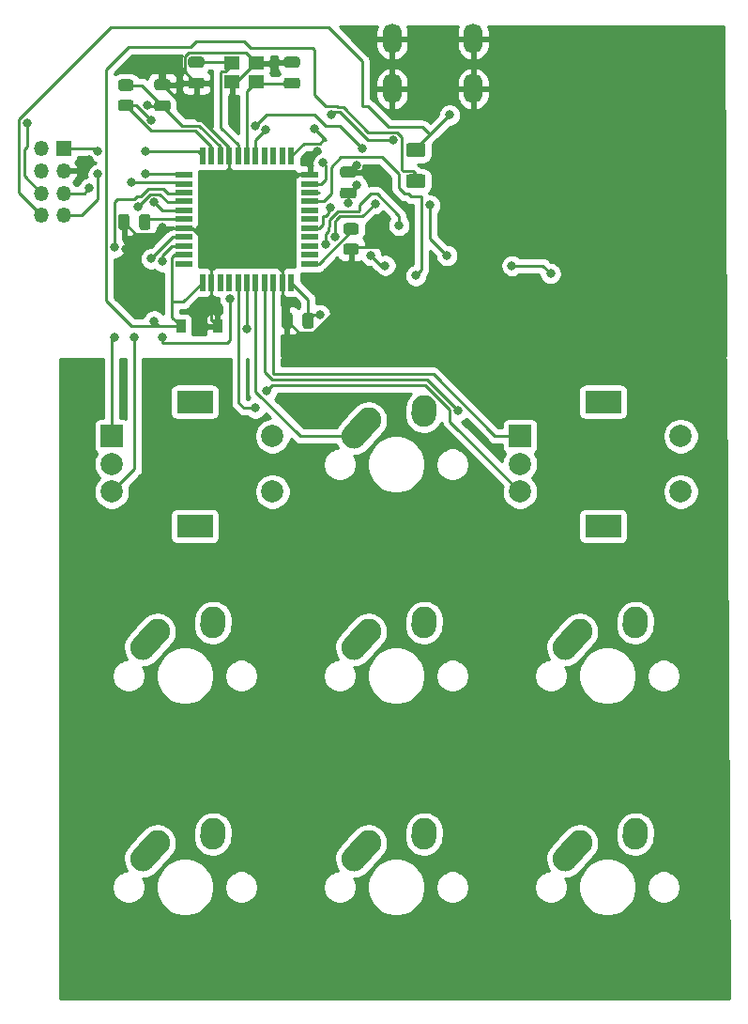
<source format=gbl>
%TF.GenerationSoftware,KiCad,Pcbnew,(5.1.9)-1*%
%TF.CreationDate,2021-06-06T12:13:44+10:00*%
%TF.ProjectId,Productivity Macro,50726f64-7563-4746-9976-697479204d61,rev?*%
%TF.SameCoordinates,Original*%
%TF.FileFunction,Copper,L2,Bot*%
%TF.FilePolarity,Positive*%
%FSLAX46Y46*%
G04 Gerber Fmt 4.6, Leading zero omitted, Abs format (unit mm)*
G04 Created by KiCad (PCBNEW (5.1.9)-1) date 2021-06-06 12:13:44*
%MOMM*%
%LPD*%
G01*
G04 APERTURE LIST*
%TA.AperFunction,ComponentPad*%
%ADD10O,1.350000X1.350000*%
%TD*%
%TA.AperFunction,ComponentPad*%
%ADD11R,1.350000X1.350000*%
%TD*%
%TA.AperFunction,ComponentPad*%
%ADD12O,1.700000X2.700000*%
%TD*%
%TA.AperFunction,SMDPad,CuDef*%
%ADD13R,1.400000X1.200000*%
%TD*%
%TA.AperFunction,SMDPad,CuDef*%
%ADD14R,0.550000X1.500000*%
%TD*%
%TA.AperFunction,SMDPad,CuDef*%
%ADD15R,1.500000X0.550000*%
%TD*%
%TA.AperFunction,ComponentPad*%
%ADD16R,2.000000X2.000000*%
%TD*%
%TA.AperFunction,ComponentPad*%
%ADD17C,2.000000*%
%TD*%
%TA.AperFunction,ComponentPad*%
%ADD18R,3.200000X2.000000*%
%TD*%
%TA.AperFunction,ComponentPad*%
%ADD19C,2.250000*%
%TD*%
%TA.AperFunction,SMDPad,CuDef*%
%ADD20R,0.900000X1.200000*%
%TD*%
%TA.AperFunction,ViaPad*%
%ADD21C,0.800000*%
%TD*%
%TA.AperFunction,Conductor*%
%ADD22C,0.250000*%
%TD*%
%TA.AperFunction,Conductor*%
%ADD23C,0.254000*%
%TD*%
%TA.AperFunction,Conductor*%
%ADD24C,0.100000*%
%TD*%
%TA.AperFunction,NonConductor*%
%ADD25C,0.254000*%
%TD*%
%TA.AperFunction,NonConductor*%
%ADD26C,0.100000*%
%TD*%
G04 APERTURE END LIST*
D10*
%TO.P,J4,8*%
%TO.N,VCC*%
X189516000Y-63404000D03*
%TO.P,J4,7*%
%TO.N,miso*%
X191516000Y-63404000D03*
%TO.P,J4,6*%
%TO.N,mosi*%
X189516000Y-61404000D03*
%TO.P,J4,5*%
%TO.N,sclk*%
X191516000Y-61404000D03*
%TO.P,J4,4*%
%TO.N,Net-(J4-Pad4)*%
X189516000Y-59404000D03*
%TO.P,J4,3*%
%TO.N,GND*%
X191516000Y-59404000D03*
%TO.P,J4,2*%
%TO.N,Net-(J4-Pad2)*%
X189516000Y-57404000D03*
D11*
%TO.P,J4,1*%
%TO.N,ss*%
X191516000Y-57404000D03*
%TD*%
D12*
%TO.P,USB1,6*%
%TO.N,GND*%
X228440000Y-47498000D03*
X221140000Y-47498000D03*
X221140000Y-51998000D03*
X228440000Y-51998000D03*
%TD*%
D13*
%TO.P,Y1,4*%
%TO.N,GND*%
X208872000Y-49696000D03*
%TO.P,Y1,3*%
%TO.N,Net-(C2-Pad1)*%
X206672000Y-49696000D03*
%TO.P,Y1,2*%
%TO.N,GND*%
X206672000Y-51396000D03*
%TO.P,Y1,1*%
%TO.N,Net-(C1-Pad1)*%
X208872000Y-51396000D03*
%TD*%
D14*
%TO.P,U1,44*%
%TO.N,+5V*%
X204026000Y-69454000D03*
%TO.P,U1,43*%
%TO.N,GND*%
X204826000Y-69454000D03*
%TO.P,U1,42*%
%TO.N,Net-(U1-Pad42)*%
X205626000Y-69454000D03*
%TO.P,U1,41*%
%TO.N,Net-(U1-Pad41)*%
X206426000Y-69454000D03*
%TO.P,U1,40*%
%TO.N,PINB1*%
X207226000Y-69454000D03*
%TO.P,U1,39*%
%TO.N,COL0*%
X208026000Y-69454000D03*
%TO.P,U1,38*%
%TO.N,COL1*%
X208826000Y-69454000D03*
%TO.P,U1,37*%
%TO.N,COL2*%
X209626000Y-69454000D03*
%TO.P,U1,36*%
%TO.N,PINA1*%
X210426000Y-69454000D03*
%TO.P,U1,35*%
%TO.N,GND*%
X211226000Y-69454000D03*
%TO.P,U1,34*%
%TO.N,+5V*%
X212026000Y-69454000D03*
D15*
%TO.P,U1,33*%
%TO.N,Net-(R4-Pad2)*%
X213726000Y-67754000D03*
%TO.P,U1,32*%
%TO.N,Net-(U1-Pad32)*%
X213726000Y-66954000D03*
%TO.P,U1,31*%
%TO.N,Net-(U1-Pad31)*%
X213726000Y-66154000D03*
%TO.P,U1,30*%
%TO.N,Net-(U1-Pad30)*%
X213726000Y-65354000D03*
%TO.P,U1,29*%
%TO.N,ROW1*%
X213726000Y-64554000D03*
%TO.P,U1,28*%
%TO.N,Net-(U1-Pad28)*%
X213726000Y-63754000D03*
%TO.P,U1,27*%
%TO.N,Net-(U1-Pad27)*%
X213726000Y-62954000D03*
%TO.P,U1,26*%
%TO.N,ROW2*%
X213726000Y-62154000D03*
%TO.P,U1,25*%
%TO.N,Net-(U1-Pad25)*%
X213726000Y-61354000D03*
%TO.P,U1,24*%
%TO.N,+5V*%
X213726000Y-60554000D03*
%TO.P,U1,23*%
%TO.N,GND*%
X213726000Y-59754000D03*
D14*
%TO.P,U1,22*%
%TO.N,ROW0*%
X212026000Y-58054000D03*
%TO.P,U1,21*%
%TO.N,Net-(U1-Pad21)*%
X211226000Y-58054000D03*
%TO.P,U1,20*%
%TO.N,Net-(U1-Pad20)*%
X210426000Y-58054000D03*
%TO.P,U1,19*%
%TO.N,Net-(U1-Pad19)*%
X209626000Y-58054000D03*
%TO.P,U1,18*%
%TO.N,mosi*%
X208826000Y-58054000D03*
%TO.P,U1,17*%
%TO.N,Net-(C1-Pad1)*%
X208026000Y-58054000D03*
%TO.P,U1,16*%
%TO.N,Net-(C2-Pad1)*%
X207226000Y-58054000D03*
%TO.P,U1,15*%
%TO.N,GND*%
X206426000Y-58054000D03*
%TO.P,U1,14*%
%TO.N,+5V*%
X205626000Y-58054000D03*
%TO.P,U1,13*%
%TO.N,Net-(R1-Pad2)*%
X204826000Y-58054000D03*
%TO.P,U1,12*%
%TO.N,ss*%
X204026000Y-58054000D03*
D15*
%TO.P,U1,11*%
%TO.N,miso*%
X202326000Y-59754000D03*
%TO.P,U1,10*%
%TO.N,sclk*%
X202326000Y-60554000D03*
%TO.P,U1,9*%
%TO.N,PINA*%
X202326000Y-61354000D03*
%TO.P,U1,8*%
%TO.N,PINB*%
X202326000Y-62154000D03*
%TO.P,U1,7*%
%TO.N,+5V*%
X202326000Y-62954000D03*
%TO.P,U1,6*%
%TO.N,Net-(C3-Pad1)*%
X202326000Y-63754000D03*
%TO.P,U1,5*%
%TO.N,GND*%
X202326000Y-64554000D03*
%TO.P,U1,4*%
%TO.N,Net-(R2-Pad1)*%
X202326000Y-65354000D03*
%TO.P,U1,3*%
%TO.N,Net-(R3-Pad1)*%
X202326000Y-66154000D03*
%TO.P,U1,2*%
%TO.N,+5V*%
X202326000Y-66954000D03*
%TO.P,U1,1*%
%TO.N,Net-(U1-Pad1)*%
X202326000Y-67754000D03*
%TD*%
D16*
%TO.P,SW3,A*%
%TO.N,PINA1*%
X232664000Y-83312000D03*
D17*
%TO.P,SW3,C*%
%TO.N,GND*%
X232664000Y-85812000D03*
%TO.P,SW3,B*%
%TO.N,PINB1*%
X232664000Y-88312000D03*
D18*
%TO.P,SW3,MP*%
%TO.N,N/C*%
X240164000Y-80212000D03*
X240164000Y-91412000D03*
D17*
%TO.P,SW3,S2*%
%TO.N,Net-(D2-Pad2)*%
X247164000Y-83312000D03*
%TO.P,SW3,S1*%
%TO.N,COL2*%
X247164000Y-88312000D03*
%TD*%
D16*
%TO.P,SW2,A*%
%TO.N,PINA*%
X195834000Y-83312000D03*
D17*
%TO.P,SW2,C*%
%TO.N,GND*%
X195834000Y-85812000D03*
%TO.P,SW2,B*%
%TO.N,PINB*%
X195834000Y-88312000D03*
D18*
%TO.P,SW2,MP*%
%TO.N,N/C*%
X203334000Y-80212000D03*
X203334000Y-91412000D03*
D17*
%TO.P,SW2,S2*%
%TO.N,Net-(D1-Pad2)*%
X210334000Y-83312000D03*
%TO.P,SW2,S1*%
%TO.N,COL0*%
X210334000Y-88312000D03*
%TD*%
%TO.P,R4,2*%
%TO.N,Net-(R4-Pad2)*%
%TA.AperFunction,SMDPad,CuDef*%
G36*
G01*
X217874002Y-65132000D02*
X216973998Y-65132000D01*
G75*
G02*
X216724000Y-64882002I0J249998D01*
G01*
X216724000Y-64356998D01*
G75*
G02*
X216973998Y-64107000I249998J0D01*
G01*
X217874002Y-64107000D01*
G75*
G02*
X218124000Y-64356998I0J-249998D01*
G01*
X218124000Y-64882002D01*
G75*
G02*
X217874002Y-65132000I-249998J0D01*
G01*
G37*
%TD.AperFunction*%
%TO.P,R4,1*%
%TO.N,GND*%
%TA.AperFunction,SMDPad,CuDef*%
G36*
G01*
X217874002Y-66957000D02*
X216973998Y-66957000D01*
G75*
G02*
X216724000Y-66707002I0J249998D01*
G01*
X216724000Y-66181998D01*
G75*
G02*
X216973998Y-65932000I249998J0D01*
G01*
X217874002Y-65932000D01*
G75*
G02*
X218124000Y-66181998I0J-249998D01*
G01*
X218124000Y-66707002D01*
G75*
G02*
X217874002Y-66957000I-249998J0D01*
G01*
G37*
%TD.AperFunction*%
%TD*%
%TO.P,R1,2*%
%TO.N,Net-(R1-Pad2)*%
%TA.AperFunction,SMDPad,CuDef*%
G36*
G01*
X196653998Y-52978000D02*
X197554002Y-52978000D01*
G75*
G02*
X197804000Y-53227998I0J-249998D01*
G01*
X197804000Y-53753002D01*
G75*
G02*
X197554002Y-54003000I-249998J0D01*
G01*
X196653998Y-54003000D01*
G75*
G02*
X196404000Y-53753002I0J249998D01*
G01*
X196404000Y-53227998D01*
G75*
G02*
X196653998Y-52978000I249998J0D01*
G01*
G37*
%TD.AperFunction*%
%TO.P,R1,1*%
%TO.N,+5V*%
%TA.AperFunction,SMDPad,CuDef*%
G36*
G01*
X196653998Y-51153000D02*
X197554002Y-51153000D01*
G75*
G02*
X197804000Y-51402998I0J-249998D01*
G01*
X197804000Y-51928002D01*
G75*
G02*
X197554002Y-52178000I-249998J0D01*
G01*
X196653998Y-52178000D01*
G75*
G02*
X196404000Y-51928002I0J249998D01*
G01*
X196404000Y-51402998D01*
G75*
G02*
X196653998Y-51153000I249998J0D01*
G01*
G37*
%TD.AperFunction*%
%TD*%
D19*
%TO.P,MX7,1*%
%TO.N,COL2*%
X238038000Y-119952000D03*
%TA.AperFunction,ComponentPad*%
G36*
G01*
X235976688Y-122249350D02*
X235976683Y-122249345D01*
G75*
G02*
X235890655Y-120660683I751317J837345D01*
G01*
X237200657Y-119200683D01*
G75*
G02*
X238789319Y-119114655I837345J-751317D01*
G01*
X238789319Y-119114655D01*
G75*
G02*
X238875347Y-120703317I-751317J-837345D01*
G01*
X237565345Y-122163317D01*
G75*
G02*
X235976683Y-122249345I-837345J751317D01*
G01*
G37*
%TD.AperFunction*%
%TO.P,MX7,2*%
%TO.N,Net-(D9-Pad2)*%
X243078000Y-118872000D03*
%TA.AperFunction,ComponentPad*%
G36*
G01*
X242961483Y-120574395D02*
X242960597Y-120574334D01*
G75*
G02*
X241915666Y-119374597I77403J1122334D01*
G01*
X241955666Y-118794597D01*
G75*
G02*
X243155403Y-117749666I1122334J-77403D01*
G01*
X243155403Y-117749666D01*
G75*
G02*
X244200334Y-118949403I-77403J-1122334D01*
G01*
X244160334Y-119529403D01*
G75*
G02*
X242960597Y-120574334I-1122334J77403D01*
G01*
G37*
%TD.AperFunction*%
%TD*%
%TO.P,MX6,1*%
%TO.N,COL1*%
X218988000Y-119952000D03*
%TA.AperFunction,ComponentPad*%
G36*
G01*
X216926688Y-122249350D02*
X216926683Y-122249345D01*
G75*
G02*
X216840655Y-120660683I751317J837345D01*
G01*
X218150657Y-119200683D01*
G75*
G02*
X219739319Y-119114655I837345J-751317D01*
G01*
X219739319Y-119114655D01*
G75*
G02*
X219825347Y-120703317I-751317J-837345D01*
G01*
X218515345Y-122163317D01*
G75*
G02*
X216926683Y-122249345I-837345J751317D01*
G01*
G37*
%TD.AperFunction*%
%TO.P,MX6,2*%
%TO.N,Net-(D8-Pad2)*%
X224028000Y-118872000D03*
%TA.AperFunction,ComponentPad*%
G36*
G01*
X223911483Y-120574395D02*
X223910597Y-120574334D01*
G75*
G02*
X222865666Y-119374597I77403J1122334D01*
G01*
X222905666Y-118794597D01*
G75*
G02*
X224105403Y-117749666I1122334J-77403D01*
G01*
X224105403Y-117749666D01*
G75*
G02*
X225150334Y-118949403I-77403J-1122334D01*
G01*
X225110334Y-119529403D01*
G75*
G02*
X223910597Y-120574334I-1122334J77403D01*
G01*
G37*
%TD.AperFunction*%
%TD*%
%TO.P,MX5,1*%
%TO.N,COL0*%
X199938000Y-119952000D03*
%TA.AperFunction,ComponentPad*%
G36*
G01*
X197876688Y-122249350D02*
X197876683Y-122249345D01*
G75*
G02*
X197790655Y-120660683I751317J837345D01*
G01*
X199100657Y-119200683D01*
G75*
G02*
X200689319Y-119114655I837345J-751317D01*
G01*
X200689319Y-119114655D01*
G75*
G02*
X200775347Y-120703317I-751317J-837345D01*
G01*
X199465345Y-122163317D01*
G75*
G02*
X197876683Y-122249345I-837345J751317D01*
G01*
G37*
%TD.AperFunction*%
%TO.P,MX5,2*%
%TO.N,Net-(D7-Pad2)*%
X204978000Y-118872000D03*
%TA.AperFunction,ComponentPad*%
G36*
G01*
X204861483Y-120574395D02*
X204860597Y-120574334D01*
G75*
G02*
X203815666Y-119374597I77403J1122334D01*
G01*
X203855666Y-118794597D01*
G75*
G02*
X205055403Y-117749666I1122334J-77403D01*
G01*
X205055403Y-117749666D01*
G75*
G02*
X206100334Y-118949403I-77403J-1122334D01*
G01*
X206060334Y-119529403D01*
G75*
G02*
X204860597Y-120574334I-1122334J77403D01*
G01*
G37*
%TD.AperFunction*%
%TD*%
%TO.P,MX4,1*%
%TO.N,COL2*%
X238038000Y-100902000D03*
%TA.AperFunction,ComponentPad*%
G36*
G01*
X235976688Y-103199350D02*
X235976683Y-103199345D01*
G75*
G02*
X235890655Y-101610683I751317J837345D01*
G01*
X237200657Y-100150683D01*
G75*
G02*
X238789319Y-100064655I837345J-751317D01*
G01*
X238789319Y-100064655D01*
G75*
G02*
X238875347Y-101653317I-751317J-837345D01*
G01*
X237565345Y-103113317D01*
G75*
G02*
X235976683Y-103199345I-837345J751317D01*
G01*
G37*
%TD.AperFunction*%
%TO.P,MX4,2*%
%TO.N,Net-(D6-Pad2)*%
X243078000Y-99822000D03*
%TA.AperFunction,ComponentPad*%
G36*
G01*
X242961483Y-101524395D02*
X242960597Y-101524334D01*
G75*
G02*
X241915666Y-100324597I77403J1122334D01*
G01*
X241955666Y-99744597D01*
G75*
G02*
X243155403Y-98699666I1122334J-77403D01*
G01*
X243155403Y-98699666D01*
G75*
G02*
X244200334Y-99899403I-77403J-1122334D01*
G01*
X244160334Y-100479403D01*
G75*
G02*
X242960597Y-101524334I-1122334J77403D01*
G01*
G37*
%TD.AperFunction*%
%TD*%
%TO.P,MX3,1*%
%TO.N,COL1*%
X218988000Y-100902000D03*
%TA.AperFunction,ComponentPad*%
G36*
G01*
X216926688Y-103199350D02*
X216926683Y-103199345D01*
G75*
G02*
X216840655Y-101610683I751317J837345D01*
G01*
X218150657Y-100150683D01*
G75*
G02*
X219739319Y-100064655I837345J-751317D01*
G01*
X219739319Y-100064655D01*
G75*
G02*
X219825347Y-101653317I-751317J-837345D01*
G01*
X218515345Y-103113317D01*
G75*
G02*
X216926683Y-103199345I-837345J751317D01*
G01*
G37*
%TD.AperFunction*%
%TO.P,MX3,2*%
%TO.N,Net-(D5-Pad2)*%
X224028000Y-99822000D03*
%TA.AperFunction,ComponentPad*%
G36*
G01*
X223911483Y-101524395D02*
X223910597Y-101524334D01*
G75*
G02*
X222865666Y-100324597I77403J1122334D01*
G01*
X222905666Y-99744597D01*
G75*
G02*
X224105403Y-98699666I1122334J-77403D01*
G01*
X224105403Y-98699666D01*
G75*
G02*
X225150334Y-99899403I-77403J-1122334D01*
G01*
X225110334Y-100479403D01*
G75*
G02*
X223910597Y-101524334I-1122334J77403D01*
G01*
G37*
%TD.AperFunction*%
%TD*%
%TO.P,MX2,1*%
%TO.N,COL0*%
X199938000Y-100902000D03*
%TA.AperFunction,ComponentPad*%
G36*
G01*
X197876688Y-103199350D02*
X197876683Y-103199345D01*
G75*
G02*
X197790655Y-101610683I751317J837345D01*
G01*
X199100657Y-100150683D01*
G75*
G02*
X200689319Y-100064655I837345J-751317D01*
G01*
X200689319Y-100064655D01*
G75*
G02*
X200775347Y-101653317I-751317J-837345D01*
G01*
X199465345Y-103113317D01*
G75*
G02*
X197876683Y-103199345I-837345J751317D01*
G01*
G37*
%TD.AperFunction*%
%TO.P,MX2,2*%
%TO.N,Net-(D4-Pad2)*%
X204978000Y-99822000D03*
%TA.AperFunction,ComponentPad*%
G36*
G01*
X204861483Y-101524395D02*
X204860597Y-101524334D01*
G75*
G02*
X203815666Y-100324597I77403J1122334D01*
G01*
X203855666Y-99744597D01*
G75*
G02*
X205055403Y-98699666I1122334J-77403D01*
G01*
X205055403Y-98699666D01*
G75*
G02*
X206100334Y-99899403I-77403J-1122334D01*
G01*
X206060334Y-100479403D01*
G75*
G02*
X204860597Y-101524334I-1122334J77403D01*
G01*
G37*
%TD.AperFunction*%
%TD*%
%TO.P,MX1,1*%
%TO.N,COL1*%
X218988000Y-81852000D03*
%TA.AperFunction,ComponentPad*%
G36*
G01*
X216926688Y-84149350D02*
X216926683Y-84149345D01*
G75*
G02*
X216840655Y-82560683I751317J837345D01*
G01*
X218150657Y-81100683D01*
G75*
G02*
X219739319Y-81014655I837345J-751317D01*
G01*
X219739319Y-81014655D01*
G75*
G02*
X219825347Y-82603317I-751317J-837345D01*
G01*
X218515345Y-84063317D01*
G75*
G02*
X216926683Y-84149345I-837345J751317D01*
G01*
G37*
%TD.AperFunction*%
%TO.P,MX1,2*%
%TO.N,Net-(D3-Pad2)*%
X224028000Y-80772000D03*
%TA.AperFunction,ComponentPad*%
G36*
G01*
X223911483Y-82474395D02*
X223910597Y-82474334D01*
G75*
G02*
X222865666Y-81274597I77403J1122334D01*
G01*
X222905666Y-80694597D01*
G75*
G02*
X224105403Y-79649666I1122334J-77403D01*
G01*
X224105403Y-79649666D01*
G75*
G02*
X225150334Y-80849403I-77403J-1122334D01*
G01*
X225110334Y-81429403D01*
G75*
G02*
X223910597Y-82474334I-1122334J77403D01*
G01*
G37*
%TD.AperFunction*%
%TD*%
%TO.P,F1,2*%
%TO.N,VCC*%
%TA.AperFunction,SMDPad,CuDef*%
G36*
G01*
X223891000Y-58153000D02*
X222641000Y-58153000D01*
G75*
G02*
X222391000Y-57903000I0J250000D01*
G01*
X222391000Y-57153000D01*
G75*
G02*
X222641000Y-56903000I250000J0D01*
G01*
X223891000Y-56903000D01*
G75*
G02*
X224141000Y-57153000I0J-250000D01*
G01*
X224141000Y-57903000D01*
G75*
G02*
X223891000Y-58153000I-250000J0D01*
G01*
G37*
%TD.AperFunction*%
%TO.P,F1,1*%
%TO.N,+5V*%
%TA.AperFunction,SMDPad,CuDef*%
G36*
G01*
X223891000Y-60953000D02*
X222641000Y-60953000D01*
G75*
G02*
X222391000Y-60703000I0J250000D01*
G01*
X222391000Y-59953000D01*
G75*
G02*
X222641000Y-59703000I250000J0D01*
G01*
X223891000Y-59703000D01*
G75*
G02*
X224141000Y-59953000I0J-250000D01*
G01*
X224141000Y-60703000D01*
G75*
G02*
X223891000Y-60953000I-250000J0D01*
G01*
G37*
%TD.AperFunction*%
%TD*%
D20*
%TO.P,C7,2*%
%TO.N,GND*%
X205358000Y-73406000D03*
%TO.P,C7,1*%
%TO.N,+5V*%
X202058000Y-73406000D03*
%TD*%
%TO.P,C6,2*%
%TO.N,GND*%
%TA.AperFunction,SMDPad,CuDef*%
G36*
G01*
X212148000Y-72423000D02*
X212148000Y-73373000D01*
G75*
G02*
X211898000Y-73623000I-250000J0D01*
G01*
X211398000Y-73623000D01*
G75*
G02*
X211148000Y-73373000I0J250000D01*
G01*
X211148000Y-72423000D01*
G75*
G02*
X211398000Y-72173000I250000J0D01*
G01*
X211898000Y-72173000D01*
G75*
G02*
X212148000Y-72423000I0J-250000D01*
G01*
G37*
%TD.AperFunction*%
%TO.P,C6,1*%
%TO.N,+5V*%
%TA.AperFunction,SMDPad,CuDef*%
G36*
G01*
X214048000Y-72423000D02*
X214048000Y-73373000D01*
G75*
G02*
X213798000Y-73623000I-250000J0D01*
G01*
X213298000Y-73623000D01*
G75*
G02*
X213048000Y-73373000I0J250000D01*
G01*
X213048000Y-72423000D01*
G75*
G02*
X213298000Y-72173000I250000J0D01*
G01*
X213798000Y-72173000D01*
G75*
G02*
X214048000Y-72423000I0J-250000D01*
G01*
G37*
%TD.AperFunction*%
%TD*%
%TO.P,C5,2*%
%TO.N,GND*%
%TA.AperFunction,SMDPad,CuDef*%
G36*
G01*
X217645000Y-60002000D02*
X216695000Y-60002000D01*
G75*
G02*
X216445000Y-59752000I0J250000D01*
G01*
X216445000Y-59252000D01*
G75*
G02*
X216695000Y-59002000I250000J0D01*
G01*
X217645000Y-59002000D01*
G75*
G02*
X217895000Y-59252000I0J-250000D01*
G01*
X217895000Y-59752000D01*
G75*
G02*
X217645000Y-60002000I-250000J0D01*
G01*
G37*
%TD.AperFunction*%
%TO.P,C5,1*%
%TO.N,+5V*%
%TA.AperFunction,SMDPad,CuDef*%
G36*
G01*
X217645000Y-61902000D02*
X216695000Y-61902000D01*
G75*
G02*
X216445000Y-61652000I0J250000D01*
G01*
X216445000Y-61152000D01*
G75*
G02*
X216695000Y-60902000I250000J0D01*
G01*
X217645000Y-60902000D01*
G75*
G02*
X217895000Y-61152000I0J-250000D01*
G01*
X217895000Y-61652000D01*
G75*
G02*
X217645000Y-61902000I-250000J0D01*
G01*
G37*
%TD.AperFunction*%
%TD*%
%TO.P,C4,2*%
%TO.N,GND*%
%TA.AperFunction,SMDPad,CuDef*%
G36*
G01*
X200881000Y-52128000D02*
X199931000Y-52128000D01*
G75*
G02*
X199681000Y-51878000I0J250000D01*
G01*
X199681000Y-51378000D01*
G75*
G02*
X199931000Y-51128000I250000J0D01*
G01*
X200881000Y-51128000D01*
G75*
G02*
X201131000Y-51378000I0J-250000D01*
G01*
X201131000Y-51878000D01*
G75*
G02*
X200881000Y-52128000I-250000J0D01*
G01*
G37*
%TD.AperFunction*%
%TO.P,C4,1*%
%TO.N,+5V*%
%TA.AperFunction,SMDPad,CuDef*%
G36*
G01*
X200881000Y-54028000D02*
X199931000Y-54028000D01*
G75*
G02*
X199681000Y-53778000I0J250000D01*
G01*
X199681000Y-53278000D01*
G75*
G02*
X199931000Y-53028000I250000J0D01*
G01*
X200881000Y-53028000D01*
G75*
G02*
X201131000Y-53278000I0J-250000D01*
G01*
X201131000Y-53778000D01*
G75*
G02*
X200881000Y-54028000I-250000J0D01*
G01*
G37*
%TD.AperFunction*%
%TD*%
%TO.P,C3,2*%
%TO.N,GND*%
%TA.AperFunction,SMDPad,CuDef*%
G36*
G01*
X197416000Y-63533000D02*
X197416000Y-64483000D01*
G75*
G02*
X197166000Y-64733000I-250000J0D01*
G01*
X196666000Y-64733000D01*
G75*
G02*
X196416000Y-64483000I0J250000D01*
G01*
X196416000Y-63533000D01*
G75*
G02*
X196666000Y-63283000I250000J0D01*
G01*
X197166000Y-63283000D01*
G75*
G02*
X197416000Y-63533000I0J-250000D01*
G01*
G37*
%TD.AperFunction*%
%TO.P,C3,1*%
%TO.N,Net-(C3-Pad1)*%
%TA.AperFunction,SMDPad,CuDef*%
G36*
G01*
X199316000Y-63533000D02*
X199316000Y-64483000D01*
G75*
G02*
X199066000Y-64733000I-250000J0D01*
G01*
X198566000Y-64733000D01*
G75*
G02*
X198316000Y-64483000I0J250000D01*
G01*
X198316000Y-63533000D01*
G75*
G02*
X198566000Y-63283000I250000J0D01*
G01*
X199066000Y-63283000D01*
G75*
G02*
X199316000Y-63533000I0J-250000D01*
G01*
G37*
%TD.AperFunction*%
%TD*%
%TO.P,C2,2*%
%TO.N,GND*%
%TA.AperFunction,SMDPad,CuDef*%
G36*
G01*
X202979000Y-50996000D02*
X203929000Y-50996000D01*
G75*
G02*
X204179000Y-51246000I0J-250000D01*
G01*
X204179000Y-51746000D01*
G75*
G02*
X203929000Y-51996000I-250000J0D01*
G01*
X202979000Y-51996000D01*
G75*
G02*
X202729000Y-51746000I0J250000D01*
G01*
X202729000Y-51246000D01*
G75*
G02*
X202979000Y-50996000I250000J0D01*
G01*
G37*
%TD.AperFunction*%
%TO.P,C2,1*%
%TO.N,Net-(C2-Pad1)*%
%TA.AperFunction,SMDPad,CuDef*%
G36*
G01*
X202979000Y-49096000D02*
X203929000Y-49096000D01*
G75*
G02*
X204179000Y-49346000I0J-250000D01*
G01*
X204179000Y-49846000D01*
G75*
G02*
X203929000Y-50096000I-250000J0D01*
G01*
X202979000Y-50096000D01*
G75*
G02*
X202729000Y-49846000I0J250000D01*
G01*
X202729000Y-49346000D01*
G75*
G02*
X202979000Y-49096000I250000J0D01*
G01*
G37*
%TD.AperFunction*%
%TD*%
%TO.P,C1,2*%
%TO.N,GND*%
%TA.AperFunction,SMDPad,CuDef*%
G36*
G01*
X212565000Y-50096000D02*
X211615000Y-50096000D01*
G75*
G02*
X211365000Y-49846000I0J250000D01*
G01*
X211365000Y-49346000D01*
G75*
G02*
X211615000Y-49096000I250000J0D01*
G01*
X212565000Y-49096000D01*
G75*
G02*
X212815000Y-49346000I0J-250000D01*
G01*
X212815000Y-49846000D01*
G75*
G02*
X212565000Y-50096000I-250000J0D01*
G01*
G37*
%TD.AperFunction*%
%TO.P,C1,1*%
%TO.N,Net-(C1-Pad1)*%
%TA.AperFunction,SMDPad,CuDef*%
G36*
G01*
X212565000Y-51996000D02*
X211615000Y-51996000D01*
G75*
G02*
X211365000Y-51746000I0J250000D01*
G01*
X211365000Y-51246000D01*
G75*
G02*
X211615000Y-50996000I250000J0D01*
G01*
X212565000Y-50996000D01*
G75*
G02*
X212815000Y-51246000I0J-250000D01*
G01*
X212815000Y-51746000D01*
G75*
G02*
X212565000Y-51996000I-250000J0D01*
G01*
G37*
%TD.AperFunction*%
%TD*%
D21*
%TO.N,GND*%
X222758000Y-66294000D03*
X200406000Y-64479000D03*
X214413000Y-57658000D03*
X217969000Y-58891000D03*
X235966000Y-74168000D03*
X243586000Y-67564000D03*
X197072588Y-66468891D03*
X193802000Y-58420000D03*
X200152000Y-50292000D03*
%TO.N,+5V*%
X199013653Y-53462347D03*
X199681000Y-62230000D03*
X199681000Y-62230000D03*
X199657847Y-72921153D03*
X217169999Y-62324990D03*
X214599442Y-72359442D03*
X214921000Y-58682953D03*
X217969000Y-60706000D03*
%TO.N,ROW0*%
X231939000Y-67940142D03*
X235422782Y-68652389D03*
X226060000Y-67019000D03*
X224536000Y-62484000D03*
X221234000Y-56642000D03*
X215646000Y-54356000D03*
X214122000Y-55626000D03*
%TO.N,ROW1*%
X220501653Y-67925652D03*
X219202000Y-67019000D03*
X215562993Y-62683292D03*
%TO.N,ROW2*%
X223266000Y-68834000D03*
%TO.N,VCC*%
X226315000Y-54356000D03*
%TO.N,COL0*%
X208026000Y-73660000D03*
%TO.N,COL2*%
X227076000Y-81026000D03*
%TO.N,Net-(R1-Pad2)*%
X218440000Y-57404000D03*
X208788000Y-55372000D03*
X199390000Y-54864000D03*
%TO.N,Net-(R2-Pad1)*%
X221742000Y-64299990D03*
X215138000Y-66040000D03*
X206502000Y-70903000D03*
X200406000Y-74422000D03*
X199390000Y-67310000D03*
%TO.N,Net-(R3-Pad1)*%
X219587653Y-62352347D03*
X215943348Y-65321348D03*
X200406000Y-67564000D03*
%TO.N,PINA*%
X196088000Y-74422000D03*
X196088000Y-66294000D03*
%TO.N,PINB*%
X197884001Y-74385000D03*
X198190230Y-62624460D03*
%TO.N,PINB1*%
X209808653Y-79243347D03*
X208788000Y-80772000D03*
%TO.N,mosi*%
X209744724Y-55663000D03*
X188214000Y-55118000D03*
%TO.N,ss*%
X194601000Y-57658000D03*
X198882000Y-57658000D03*
%TO.N,miso*%
X194601000Y-59690000D03*
X198882000Y-59690000D03*
%TO.N,sclk*%
X193802000Y-60960000D03*
X197612000Y-60452000D03*
%TD*%
D22*
%TO.N,GND*%
X208972000Y-49596000D02*
X208872000Y-49696000D01*
X212090000Y-49596000D02*
X208972000Y-49596000D01*
X207946990Y-48770990D02*
X208872000Y-49696000D01*
X202403990Y-49107820D02*
X202740820Y-48770990D01*
X202740820Y-48770990D02*
X207946990Y-48770990D01*
X202403990Y-50445990D02*
X202403990Y-49107820D01*
X203454000Y-51496000D02*
X202403990Y-50445990D01*
X207072000Y-51396000D02*
X206672000Y-51396000D01*
X208772000Y-49696000D02*
X207072000Y-51396000D01*
X208872000Y-49696000D02*
X208772000Y-49696000D01*
X206426000Y-57328000D02*
X206426000Y-58054000D01*
X203454000Y-51496000D02*
X203454000Y-54356000D01*
X203642000Y-54864000D02*
X203962000Y-54864000D01*
X200406000Y-51628000D02*
X203642000Y-54864000D01*
X203962000Y-54864000D02*
X206426000Y-57328000D01*
X203454000Y-54356000D02*
X203962000Y-54864000D01*
X213978000Y-59502000D02*
X213726000Y-59754000D01*
X214036180Y-73948010D02*
X212698010Y-73948010D01*
X212698010Y-73948010D02*
X211648000Y-72898000D01*
X217424000Y-70560190D02*
X214036180Y-73948010D01*
X217424000Y-66444500D02*
X217424000Y-70560190D01*
X211226000Y-72476000D02*
X211226000Y-69454000D01*
X211648000Y-72898000D02*
X211226000Y-72476000D01*
X204826000Y-72874000D02*
X204826000Y-69454000D01*
X205358000Y-73406000D02*
X204826000Y-72874000D01*
X201384000Y-64554000D02*
X202326000Y-64554000D01*
X217574500Y-66294000D02*
X217424000Y-66444500D01*
X222758000Y-66294000D02*
X217574500Y-66294000D01*
X201309000Y-64479000D02*
X201384000Y-64554000D01*
X200406000Y-64479000D02*
X201309000Y-64479000D01*
X199826990Y-65058010D02*
X200406000Y-64479000D01*
X197966010Y-65058010D02*
X199826990Y-65058010D01*
X196916000Y-64008000D02*
X197966010Y-65058010D01*
X204826000Y-66243998D02*
X204826000Y-69454000D01*
X203136002Y-64554000D02*
X204826000Y-66243998D01*
X202326000Y-64554000D02*
X203136002Y-64554000D01*
X211226000Y-69454000D02*
X211226000Y-68454000D01*
X211226000Y-68454000D02*
X209015998Y-66243998D01*
X206426000Y-65355996D02*
X207314002Y-66243998D01*
X207314002Y-66243998D02*
X204826000Y-66243998D01*
X209015998Y-66243998D02*
X207314002Y-66243998D01*
X212726000Y-59754000D02*
X212536000Y-59944000D01*
X213726000Y-59754000D02*
X212726000Y-59754000D01*
X206604000Y-59944000D02*
X206426000Y-60122000D01*
X212536000Y-59944000D02*
X206604000Y-59944000D01*
X206426000Y-60122000D02*
X206426000Y-65355996D01*
X206426000Y-58054000D02*
X206426000Y-60122000D01*
X213726000Y-58345000D02*
X214413000Y-57658000D01*
X213726000Y-59754000D02*
X213726000Y-58345000D01*
X217781000Y-58891000D02*
X217170000Y-59502000D01*
X217969000Y-58891000D02*
X217781000Y-58891000D01*
X235966000Y-74168000D02*
X243840000Y-74168000D01*
X243840000Y-74168000D02*
X244856000Y-73152000D01*
X244348000Y-67564000D02*
X243586000Y-67564000D01*
X244856000Y-68072000D02*
X244348000Y-67564000D01*
X197072588Y-64164588D02*
X196916000Y-64008000D01*
X197072588Y-66468891D02*
X197072588Y-64164588D01*
X244856000Y-69596000D02*
X244856000Y-68072000D01*
X244856000Y-73152000D02*
X244856000Y-69596000D01*
X192818000Y-59404000D02*
X193802000Y-58420000D01*
X191516000Y-59404000D02*
X192818000Y-59404000D01*
X200152000Y-51374000D02*
X200406000Y-51628000D01*
X200152000Y-50292000D02*
X200152000Y-51374000D01*
%TO.N,Net-(C1-Pad1)*%
X208972000Y-51496000D02*
X208872000Y-51396000D01*
X212090000Y-51496000D02*
X208972000Y-51496000D01*
X208026000Y-52242000D02*
X208026000Y-58054000D01*
X208872000Y-51396000D02*
X208026000Y-52242000D01*
%TO.N,Net-(C2-Pad1)*%
X206572000Y-49596000D02*
X206672000Y-49696000D01*
X203454000Y-49596000D02*
X206572000Y-49596000D01*
X205646999Y-55474999D02*
X207226000Y-57054000D01*
X205646999Y-50535999D02*
X205646999Y-55474999D01*
X205711999Y-50470999D02*
X205646999Y-50535999D01*
X206069001Y-50470999D02*
X205711999Y-50470999D01*
X206672000Y-49868000D02*
X206069001Y-50470999D01*
X207226000Y-57054000D02*
X207226000Y-58054000D01*
X206672000Y-49696000D02*
X206672000Y-49868000D01*
%TO.N,Net-(C3-Pad1)*%
X199070000Y-63754000D02*
X202326000Y-63754000D01*
X198816000Y-64008000D02*
X199070000Y-63754000D01*
%TO.N,+5V*%
X198543500Y-51665500D02*
X200406000Y-53528000D01*
X197104000Y-51665500D02*
X198543500Y-51665500D01*
X205626000Y-57243998D02*
X205626000Y-58054000D01*
X203696012Y-55314010D02*
X205626000Y-57243998D01*
X202192010Y-55314010D02*
X203696012Y-55314010D01*
X200406000Y-53528000D02*
X202192010Y-55314010D01*
X213548000Y-70976000D02*
X212026000Y-69454000D01*
X213548000Y-72898000D02*
X213548000Y-70976000D01*
X201515998Y-66954000D02*
X202326000Y-66954000D01*
X201250999Y-67218999D02*
X201515998Y-66954000D01*
X202058000Y-73406000D02*
X201250999Y-72598999D01*
X202277001Y-71202999D02*
X204026000Y-69454000D01*
X201250999Y-71202999D02*
X202277001Y-71202999D01*
X201250999Y-72598999D02*
X201250999Y-71202999D01*
X201250999Y-71202999D02*
X201250999Y-67218999D01*
X199079306Y-53528000D02*
X199013653Y-53462347D01*
X200406000Y-53528000D02*
X199079306Y-53528000D01*
X200405000Y-62954000D02*
X202326000Y-62954000D01*
X199681000Y-62230000D02*
X200405000Y-62954000D01*
X199657847Y-72921153D02*
X200142694Y-73406000D01*
X217169999Y-61402001D02*
X217170000Y-61402000D01*
X217169999Y-62324990D02*
X217169999Y-61402001D01*
X214086558Y-72359442D02*
X213548000Y-72898000D01*
X214599442Y-72359442D02*
X214086558Y-72359442D01*
X214726000Y-60554000D02*
X214801001Y-60478999D01*
X213726000Y-60554000D02*
X214726000Y-60554000D01*
X215138001Y-60141999D02*
X215138001Y-58899954D01*
X215138001Y-58899954D02*
X214921000Y-58682953D01*
X214801001Y-60478999D02*
X215138001Y-60141999D01*
X217866000Y-60706000D02*
X217170000Y-61402000D01*
X217969000Y-60706000D02*
X217866000Y-60706000D01*
X201804000Y-73660000D02*
X202058000Y-73406000D01*
X200914000Y-73406000D02*
X202058000Y-73406000D01*
X200142694Y-73406000D02*
X200914000Y-73406000D01*
X223266000Y-59703000D02*
X223266000Y-60328000D01*
X222999000Y-59436000D02*
X223266000Y-59703000D01*
X221996000Y-59307590D02*
X222124410Y-59436000D01*
X221996000Y-56330998D02*
X221996000Y-59307590D01*
X221582001Y-55916999D02*
X221996000Y-56330998D01*
X218984999Y-55916999D02*
X221582001Y-55916999D01*
X216719990Y-53651990D02*
X218984999Y-55916999D01*
X222124410Y-59436000D02*
X222999000Y-59436000D01*
X216211990Y-53651990D02*
X216719990Y-53651990D01*
X195326000Y-71120000D02*
X195326000Y-50292000D01*
X195326000Y-50292000D02*
X197358000Y-48260000D01*
X197358000Y-48260000D02*
X202946000Y-48260000D01*
X202946000Y-48260000D02*
X203454000Y-47752000D01*
X214122000Y-48514000D02*
X214122000Y-52578000D01*
X200914000Y-73406000D02*
X197612000Y-73406000D01*
X214122000Y-52578000D02*
X215138000Y-53594000D01*
X203454000Y-47752000D02*
X207772000Y-47752000D01*
X215138000Y-53594000D02*
X216154000Y-53594000D01*
X207772000Y-47752000D02*
X208340980Y-48320980D01*
X208340980Y-48320980D02*
X213928980Y-48320980D01*
X216154000Y-53594000D02*
X216211990Y-53651990D01*
X197612000Y-73406000D02*
X195326000Y-71120000D01*
X213928980Y-48320980D02*
X214122000Y-48514000D01*
%TO.N,ROW0*%
X234710535Y-67940142D02*
X235422782Y-68652389D01*
X231939000Y-67940142D02*
X234710535Y-67940142D01*
X224536000Y-65495000D02*
X224536000Y-62484000D01*
X226060000Y-67019000D02*
X224536000Y-65495000D01*
X218943590Y-56642000D02*
X216403590Y-54102000D01*
X221234000Y-56642000D02*
X218943590Y-56642000D01*
X215900000Y-54102000D02*
X215646000Y-54356000D01*
X216403590Y-54102000D02*
X215900000Y-54102000D01*
X214122000Y-55626000D02*
X215138000Y-56642000D01*
X213147001Y-56932999D02*
X212026000Y-58054000D01*
X214593001Y-56932999D02*
X213147001Y-56932999D01*
X214884000Y-56642000D02*
X214593001Y-56932999D01*
X215138000Y-56642000D02*
X214884000Y-56642000D01*
%TO.N,ROW1*%
X220108652Y-67925652D02*
X219202000Y-67019000D01*
X220501653Y-67925652D02*
X220108652Y-67925652D01*
X215392000Y-62854285D02*
X215392000Y-63243180D01*
X215562993Y-62683292D02*
X215392000Y-62854285D01*
X215392000Y-63243180D02*
X215136590Y-63498590D01*
X214536002Y-64554000D02*
X213726000Y-64554000D01*
X215136590Y-63498590D02*
X214885410Y-63498590D01*
X214885410Y-64204592D02*
X214536002Y-64554000D01*
X214885410Y-63498590D02*
X214885410Y-64204592D01*
%TO.N,ROW2*%
X222846810Y-61722000D02*
X223774000Y-61722000D01*
X223774000Y-68326000D02*
X223266000Y-68834000D01*
X221742000Y-59690000D02*
X221742000Y-60960000D01*
X222592810Y-61468000D02*
X222846810Y-61722000D01*
X220218000Y-58166000D02*
X221742000Y-59690000D01*
X216511000Y-58166000D02*
X220218000Y-58166000D01*
X215646000Y-59031000D02*
X216511000Y-58166000D01*
X223774000Y-61722000D02*
X223774000Y-68326000D01*
X215646000Y-61468000D02*
X215646000Y-59031000D01*
X222250000Y-61468000D02*
X222592810Y-61468000D01*
X221742000Y-60960000D02*
X222250000Y-61468000D01*
X214960000Y-62154000D02*
X215646000Y-61468000D01*
X213726000Y-62154000D02*
X214960000Y-62154000D01*
%TO.N,VCC*%
X223266000Y-57528000D02*
X223266000Y-57405000D01*
X187488999Y-54769999D02*
X195776998Y-46482000D01*
X187488999Y-61376999D02*
X187488999Y-54769999D01*
X189516000Y-63404000D02*
X187488999Y-61376999D01*
X195776998Y-46482000D02*
X215392000Y-46482000D01*
X215392000Y-46482000D02*
X218440000Y-49530000D01*
X218440000Y-49530000D02*
X218440000Y-53594000D01*
X223868989Y-55466989D02*
X224536500Y-56134500D01*
X220820989Y-55466989D02*
X223868989Y-55466989D01*
X218948000Y-53594000D02*
X220820989Y-55466989D01*
X218440000Y-53594000D02*
X218948000Y-53594000D01*
X224536500Y-56134500D02*
X226315000Y-54356000D01*
X223266000Y-57405000D02*
X224536500Y-56134500D01*
%TO.N,COL1*%
X217678000Y-83312000D02*
X212852000Y-83312000D01*
X208826000Y-79286000D02*
X208826000Y-69454000D01*
X212852000Y-83312000D02*
X208826000Y-79286000D01*
%TO.N,COL0*%
X208026000Y-73660000D02*
X208026000Y-69454000D01*
%TO.N,COL2*%
X227076000Y-81026000D02*
X224282000Y-78232000D01*
X224282000Y-78232000D02*
X210312000Y-78232000D01*
X209626000Y-77546000D02*
X209626000Y-69454000D01*
X210312000Y-78232000D02*
X209626000Y-77546000D01*
%TO.N,Net-(R1-Pad2)*%
X204826000Y-57243998D02*
X204826000Y-58054000D01*
X203346022Y-55764020D02*
X204826000Y-57243998D01*
X199377520Y-55764020D02*
X203346022Y-55764020D01*
X197104000Y-53490500D02*
X199377520Y-55764020D01*
X218440000Y-57404000D02*
X216408000Y-55372000D01*
X198016500Y-53490500D02*
X197104000Y-53490500D01*
X199390000Y-54864000D02*
X198016500Y-53490500D01*
X208788000Y-55372000D02*
X209804000Y-54356000D01*
X209804000Y-54356000D02*
X214122000Y-54356000D01*
X215138000Y-55372000D02*
X216408000Y-55372000D01*
X214122000Y-54356000D02*
X215138000Y-55372000D01*
%TO.N,Net-(R2-Pad1)*%
X206502000Y-70903000D02*
X206502000Y-74676000D01*
X206502000Y-74676000D02*
X206248000Y-74930000D01*
X206248000Y-74930000D02*
X200406000Y-74930000D01*
X200406000Y-74930000D02*
X200406000Y-74422000D01*
X201346000Y-65354000D02*
X202326000Y-65354000D01*
X199390000Y-67310000D02*
X201346000Y-65354000D01*
X219776308Y-61468000D02*
X221742000Y-63433692D01*
X218186000Y-62992000D02*
X218186000Y-62484000D01*
X218128010Y-63049990D02*
X218186000Y-62992000D01*
X221742000Y-63433692D02*
X221742000Y-64299990D01*
X218186000Y-62484000D02*
X219202000Y-61468000D01*
X215493339Y-63778251D02*
X216221599Y-63049991D01*
X215493338Y-64414662D02*
X215493339Y-63778251D01*
X215392000Y-64516000D02*
X215493338Y-64414662D01*
X216221599Y-63049991D02*
X218128010Y-63049990D01*
X215392000Y-64799694D02*
X215392000Y-64516000D01*
X215138000Y-65053694D02*
X215392000Y-64799694D01*
X219202000Y-61468000D02*
X219776308Y-61468000D01*
X215138000Y-66040000D02*
X215138000Y-65053694D01*
%TO.N,Net-(R3-Pad1)*%
X219587653Y-62352347D02*
X218440000Y-63500000D01*
X218440000Y-63500000D02*
X216408000Y-63500000D01*
X216408000Y-63500000D02*
X216154000Y-63754000D01*
X215943348Y-63964652D02*
X215943348Y-65321348D01*
X216154000Y-63754000D02*
X215943348Y-63964652D01*
X201250315Y-66154000D02*
X202326000Y-66154000D01*
X200406000Y-66998315D02*
X201250315Y-66154000D01*
X200406000Y-67564000D02*
X200406000Y-66998315D01*
%TO.N,Net-(R4-Pad2)*%
X214536002Y-67754000D02*
X213726000Y-67754000D01*
X217424000Y-64866002D02*
X214536002Y-67754000D01*
X217424000Y-64619500D02*
X217424000Y-64866002D01*
%TO.N,Net-(U1-Pad25)*%
X213726000Y-61354000D02*
X214516000Y-61354000D01*
%TO.N,PINA*%
X195834000Y-74676000D02*
X196088000Y-74422000D01*
X195834000Y-83312000D02*
X195834000Y-74676000D01*
X197866000Y-61976000D02*
X198112119Y-61729881D01*
X196342000Y-61976000D02*
X197866000Y-61976000D01*
X196088000Y-62230000D02*
X196342000Y-61976000D01*
X196088000Y-66294000D02*
X196088000Y-62230000D01*
X202212000Y-61468000D02*
X202326000Y-61354000D01*
X200914000Y-61468000D02*
X202212000Y-61468000D01*
X199123291Y-61054989D02*
X200500989Y-61054989D01*
X200500989Y-61054989D02*
X200914000Y-61468000D01*
X198448399Y-61729881D02*
X199123291Y-61054989D01*
X198112119Y-61729881D02*
X198448399Y-61729881D01*
%TO.N,PINB*%
X197884001Y-86261999D02*
X197884001Y-74385000D01*
X195834000Y-88312000D02*
X197884001Y-86261999D01*
X202250000Y-62230000D02*
X202326000Y-62154000D01*
X200914000Y-62230000D02*
X202250000Y-62230000D01*
X200188999Y-61504999D02*
X200914000Y-62230000D01*
X199309691Y-61504999D02*
X200188999Y-61504999D01*
X198190230Y-62624460D02*
X199309691Y-61504999D01*
%TO.N,PINB1*%
X226350999Y-80948997D02*
X224142002Y-78740000D01*
X226350999Y-81998999D02*
X226350999Y-80948997D01*
X232664000Y-88312000D02*
X226350999Y-81998999D01*
X210312000Y-78740000D02*
X209808653Y-79243347D01*
X224142002Y-78740000D02*
X210312000Y-78740000D01*
X208788000Y-80772000D02*
X207772000Y-80772000D01*
X207300999Y-69528999D02*
X207226000Y-69454000D01*
X207300999Y-80300999D02*
X207300999Y-69528999D01*
X207772000Y-80772000D02*
X207300999Y-80300999D01*
%TO.N,PINA1*%
X210426000Y-77709590D02*
X210426000Y-69454000D01*
X210440410Y-77724000D02*
X210426000Y-77709590D01*
X224847002Y-77724000D02*
X210440410Y-77724000D01*
X230378000Y-83254998D02*
X224847002Y-77724000D01*
X230378000Y-83312000D02*
X230378000Y-83254998D01*
X232664000Y-83312000D02*
X230378000Y-83312000D01*
%TO.N,mosi*%
X189516000Y-61404000D02*
X187960000Y-59848000D01*
X187960000Y-57479998D02*
X188214000Y-57225998D01*
X187960000Y-59848000D02*
X187960000Y-57479998D01*
X208826000Y-58054000D02*
X208826000Y-56858000D01*
X208826000Y-56581724D02*
X209744724Y-55663000D01*
X208826000Y-56858000D02*
X208826000Y-56581724D01*
X188214000Y-55118000D02*
X188214000Y-57225998D01*
%TO.N,ss*%
X194347000Y-57404000D02*
X194601000Y-57658000D01*
X191516000Y-57404000D02*
X194347000Y-57404000D01*
X203630000Y-57658000D02*
X204026000Y-58054000D01*
X198882000Y-57658000D02*
X203630000Y-57658000D01*
%TO.N,miso*%
X191516000Y-63404000D02*
X193136000Y-63404000D01*
X193136000Y-63404000D02*
X194564000Y-61976000D01*
X194564000Y-59727000D02*
X194601000Y-59690000D01*
X194564000Y-61976000D02*
X194564000Y-59727000D01*
X202262000Y-59690000D02*
X202326000Y-59754000D01*
X198882000Y-59690000D02*
X202262000Y-59690000D01*
%TO.N,sclk*%
X193358000Y-61404000D02*
X193802000Y-60960000D01*
X191516000Y-61404000D02*
X193358000Y-61404000D01*
X202224000Y-60452000D02*
X202326000Y-60554000D01*
X197612000Y-60452000D02*
X202224000Y-60452000D01*
%TD*%
D23*
%TO.N,GND*%
X212976000Y-68667072D02*
X212979000Y-68667072D01*
X212979000Y-68707000D01*
X212939072Y-68707000D01*
X212939072Y-68704000D01*
X212935038Y-68663038D01*
X212976000Y-68667072D01*
%TA.AperFunction,Conductor*%
D24*
G36*
X212976000Y-68667072D02*
G01*
X212979000Y-68667072D01*
X212979000Y-68707000D01*
X212939072Y-68707000D01*
X212939072Y-68704000D01*
X212935038Y-68663038D01*
X212976000Y-68667072D01*
G37*
%TD.AperFunction*%
D23*
X206499815Y-59255185D02*
X206596506Y-59334537D01*
X206619667Y-59346917D01*
X206711750Y-59439000D01*
X206825337Y-59429454D01*
X206826518Y-59429812D01*
X206951000Y-59442072D01*
X207501000Y-59442072D01*
X207625482Y-59429812D01*
X207626000Y-59429655D01*
X207626518Y-59429812D01*
X207751000Y-59442072D01*
X208301000Y-59442072D01*
X208425482Y-59429812D01*
X208426000Y-59429655D01*
X208426518Y-59429812D01*
X208551000Y-59442072D01*
X209101000Y-59442072D01*
X209225482Y-59429812D01*
X209226000Y-59429655D01*
X209226518Y-59429812D01*
X209351000Y-59442072D01*
X209901000Y-59442072D01*
X210025482Y-59429812D01*
X210026000Y-59429655D01*
X210026518Y-59429812D01*
X210151000Y-59442072D01*
X210701000Y-59442072D01*
X210825482Y-59429812D01*
X210826000Y-59429655D01*
X210826518Y-59429812D01*
X210951000Y-59442072D01*
X211501000Y-59442072D01*
X211625482Y-59429812D01*
X211626000Y-59429655D01*
X211626518Y-59429812D01*
X211751000Y-59442072D01*
X212301000Y-59442072D01*
X212343552Y-59437881D01*
X212341000Y-59468250D01*
X212499750Y-59627000D01*
X212979000Y-59627000D01*
X212979000Y-59640928D01*
X212976000Y-59640928D01*
X212851518Y-59653188D01*
X212731820Y-59689498D01*
X212621506Y-59748463D01*
X212524815Y-59827815D01*
X212445463Y-59924506D01*
X212433083Y-59947667D01*
X212341000Y-60039750D01*
X212350546Y-60153337D01*
X212350188Y-60154518D01*
X212337928Y-60279000D01*
X212337928Y-60829000D01*
X212350188Y-60953482D01*
X212350345Y-60954000D01*
X212350188Y-60954518D01*
X212337928Y-61079000D01*
X212337928Y-61629000D01*
X212350188Y-61753482D01*
X212350345Y-61754000D01*
X212350188Y-61754518D01*
X212337928Y-61879000D01*
X212337928Y-62429000D01*
X212350188Y-62553482D01*
X212350345Y-62554000D01*
X212350188Y-62554518D01*
X212337928Y-62679000D01*
X212337928Y-63229000D01*
X212350188Y-63353482D01*
X212350345Y-63354000D01*
X212350188Y-63354518D01*
X212337928Y-63479000D01*
X212337928Y-64029000D01*
X212350188Y-64153482D01*
X212350345Y-64154000D01*
X212350188Y-64154518D01*
X212337928Y-64279000D01*
X212337928Y-64829000D01*
X212350188Y-64953482D01*
X212350345Y-64954000D01*
X212350188Y-64954518D01*
X212337928Y-65079000D01*
X212337928Y-65629000D01*
X212350188Y-65753482D01*
X212350345Y-65754000D01*
X212350188Y-65754518D01*
X212337928Y-65879000D01*
X212337928Y-66429000D01*
X212350188Y-66553482D01*
X212350345Y-66554000D01*
X212350188Y-66554518D01*
X212337928Y-66679000D01*
X212337928Y-67229000D01*
X212350188Y-67353482D01*
X212350345Y-67354000D01*
X212350188Y-67354518D01*
X212337928Y-67479000D01*
X212337928Y-68029000D01*
X212341962Y-68069962D01*
X212301000Y-68065928D01*
X211751000Y-68065928D01*
X211626518Y-68078188D01*
X211625337Y-68078546D01*
X211511750Y-68069000D01*
X211419667Y-68161083D01*
X211396506Y-68173463D01*
X211299815Y-68252815D01*
X211226000Y-68342759D01*
X211152185Y-68252815D01*
X211055494Y-68173463D01*
X211032333Y-68161083D01*
X210940250Y-68069000D01*
X210826663Y-68078546D01*
X210825482Y-68078188D01*
X210701000Y-68065928D01*
X210151000Y-68065928D01*
X210026518Y-68078188D01*
X210026000Y-68078345D01*
X210025482Y-68078188D01*
X209901000Y-68065928D01*
X209351000Y-68065928D01*
X209226518Y-68078188D01*
X209226000Y-68078345D01*
X209225482Y-68078188D01*
X209101000Y-68065928D01*
X208551000Y-68065928D01*
X208426518Y-68078188D01*
X208426000Y-68078345D01*
X208425482Y-68078188D01*
X208301000Y-68065928D01*
X207751000Y-68065928D01*
X207626518Y-68078188D01*
X207626000Y-68078345D01*
X207625482Y-68078188D01*
X207501000Y-68065928D01*
X206951000Y-68065928D01*
X206826518Y-68078188D01*
X206826000Y-68078345D01*
X206825482Y-68078188D01*
X206701000Y-68065928D01*
X206151000Y-68065928D01*
X206026518Y-68078188D01*
X206026000Y-68078345D01*
X206025482Y-68078188D01*
X205901000Y-68065928D01*
X205351000Y-68065928D01*
X205226518Y-68078188D01*
X205225337Y-68078546D01*
X205111750Y-68069000D01*
X205019667Y-68161083D01*
X204996506Y-68173463D01*
X204899815Y-68252815D01*
X204826000Y-68342759D01*
X204752185Y-68252815D01*
X204655494Y-68173463D01*
X204632333Y-68161083D01*
X204540250Y-68069000D01*
X204426663Y-68078546D01*
X204425482Y-68078188D01*
X204301000Y-68065928D01*
X203751000Y-68065928D01*
X203710038Y-68069962D01*
X203714072Y-68029000D01*
X203714072Y-67479000D01*
X203701812Y-67354518D01*
X203701655Y-67354000D01*
X203701812Y-67353482D01*
X203714072Y-67229000D01*
X203714072Y-66679000D01*
X203701812Y-66554518D01*
X203701655Y-66554000D01*
X203701812Y-66553482D01*
X203714072Y-66429000D01*
X203714072Y-65879000D01*
X203701812Y-65754518D01*
X203701655Y-65754000D01*
X203701812Y-65753482D01*
X203714072Y-65629000D01*
X203714072Y-65079000D01*
X203701812Y-64954518D01*
X203701454Y-64953337D01*
X203711000Y-64839750D01*
X203618917Y-64747667D01*
X203606537Y-64724506D01*
X203527185Y-64627815D01*
X203437241Y-64554000D01*
X203527185Y-64480185D01*
X203606537Y-64383494D01*
X203618917Y-64360333D01*
X203711000Y-64268250D01*
X203701454Y-64154663D01*
X203701812Y-64153482D01*
X203714072Y-64029000D01*
X203714072Y-63479000D01*
X203701812Y-63354518D01*
X203701655Y-63354000D01*
X203701812Y-63353482D01*
X203714072Y-63229000D01*
X203714072Y-62679000D01*
X203701812Y-62554518D01*
X203701655Y-62554000D01*
X203701812Y-62553482D01*
X203714072Y-62429000D01*
X203714072Y-61879000D01*
X203701812Y-61754518D01*
X203701655Y-61754000D01*
X203701812Y-61753482D01*
X203714072Y-61629000D01*
X203714072Y-61079000D01*
X203701812Y-60954518D01*
X203701655Y-60954000D01*
X203701812Y-60953482D01*
X203714072Y-60829000D01*
X203714072Y-60279000D01*
X203701812Y-60154518D01*
X203701655Y-60154000D01*
X203701812Y-60153482D01*
X203714072Y-60029000D01*
X203714072Y-59479000D01*
X203710038Y-59438038D01*
X203751000Y-59442072D01*
X204301000Y-59442072D01*
X204425482Y-59429812D01*
X204426000Y-59429655D01*
X204426518Y-59429812D01*
X204551000Y-59442072D01*
X205101000Y-59442072D01*
X205225482Y-59429812D01*
X205226000Y-59429655D01*
X205226518Y-59429812D01*
X205351000Y-59442072D01*
X205901000Y-59442072D01*
X206025482Y-59429812D01*
X206026663Y-59429454D01*
X206140250Y-59439000D01*
X206232333Y-59346917D01*
X206255494Y-59334537D01*
X206352185Y-59255185D01*
X206426000Y-59165241D01*
X206499815Y-59255185D01*
%TA.AperFunction,Conductor*%
D24*
G36*
X206499815Y-59255185D02*
G01*
X206596506Y-59334537D01*
X206619667Y-59346917D01*
X206711750Y-59439000D01*
X206825337Y-59429454D01*
X206826518Y-59429812D01*
X206951000Y-59442072D01*
X207501000Y-59442072D01*
X207625482Y-59429812D01*
X207626000Y-59429655D01*
X207626518Y-59429812D01*
X207751000Y-59442072D01*
X208301000Y-59442072D01*
X208425482Y-59429812D01*
X208426000Y-59429655D01*
X208426518Y-59429812D01*
X208551000Y-59442072D01*
X209101000Y-59442072D01*
X209225482Y-59429812D01*
X209226000Y-59429655D01*
X209226518Y-59429812D01*
X209351000Y-59442072D01*
X209901000Y-59442072D01*
X210025482Y-59429812D01*
X210026000Y-59429655D01*
X210026518Y-59429812D01*
X210151000Y-59442072D01*
X210701000Y-59442072D01*
X210825482Y-59429812D01*
X210826000Y-59429655D01*
X210826518Y-59429812D01*
X210951000Y-59442072D01*
X211501000Y-59442072D01*
X211625482Y-59429812D01*
X211626000Y-59429655D01*
X211626518Y-59429812D01*
X211751000Y-59442072D01*
X212301000Y-59442072D01*
X212343552Y-59437881D01*
X212341000Y-59468250D01*
X212499750Y-59627000D01*
X212979000Y-59627000D01*
X212979000Y-59640928D01*
X212976000Y-59640928D01*
X212851518Y-59653188D01*
X212731820Y-59689498D01*
X212621506Y-59748463D01*
X212524815Y-59827815D01*
X212445463Y-59924506D01*
X212433083Y-59947667D01*
X212341000Y-60039750D01*
X212350546Y-60153337D01*
X212350188Y-60154518D01*
X212337928Y-60279000D01*
X212337928Y-60829000D01*
X212350188Y-60953482D01*
X212350345Y-60954000D01*
X212350188Y-60954518D01*
X212337928Y-61079000D01*
X212337928Y-61629000D01*
X212350188Y-61753482D01*
X212350345Y-61754000D01*
X212350188Y-61754518D01*
X212337928Y-61879000D01*
X212337928Y-62429000D01*
X212350188Y-62553482D01*
X212350345Y-62554000D01*
X212350188Y-62554518D01*
X212337928Y-62679000D01*
X212337928Y-63229000D01*
X212350188Y-63353482D01*
X212350345Y-63354000D01*
X212350188Y-63354518D01*
X212337928Y-63479000D01*
X212337928Y-64029000D01*
X212350188Y-64153482D01*
X212350345Y-64154000D01*
X212350188Y-64154518D01*
X212337928Y-64279000D01*
X212337928Y-64829000D01*
X212350188Y-64953482D01*
X212350345Y-64954000D01*
X212350188Y-64954518D01*
X212337928Y-65079000D01*
X212337928Y-65629000D01*
X212350188Y-65753482D01*
X212350345Y-65754000D01*
X212350188Y-65754518D01*
X212337928Y-65879000D01*
X212337928Y-66429000D01*
X212350188Y-66553482D01*
X212350345Y-66554000D01*
X212350188Y-66554518D01*
X212337928Y-66679000D01*
X212337928Y-67229000D01*
X212350188Y-67353482D01*
X212350345Y-67354000D01*
X212350188Y-67354518D01*
X212337928Y-67479000D01*
X212337928Y-68029000D01*
X212341962Y-68069962D01*
X212301000Y-68065928D01*
X211751000Y-68065928D01*
X211626518Y-68078188D01*
X211625337Y-68078546D01*
X211511750Y-68069000D01*
X211419667Y-68161083D01*
X211396506Y-68173463D01*
X211299815Y-68252815D01*
X211226000Y-68342759D01*
X211152185Y-68252815D01*
X211055494Y-68173463D01*
X211032333Y-68161083D01*
X210940250Y-68069000D01*
X210826663Y-68078546D01*
X210825482Y-68078188D01*
X210701000Y-68065928D01*
X210151000Y-68065928D01*
X210026518Y-68078188D01*
X210026000Y-68078345D01*
X210025482Y-68078188D01*
X209901000Y-68065928D01*
X209351000Y-68065928D01*
X209226518Y-68078188D01*
X209226000Y-68078345D01*
X209225482Y-68078188D01*
X209101000Y-68065928D01*
X208551000Y-68065928D01*
X208426518Y-68078188D01*
X208426000Y-68078345D01*
X208425482Y-68078188D01*
X208301000Y-68065928D01*
X207751000Y-68065928D01*
X207626518Y-68078188D01*
X207626000Y-68078345D01*
X207625482Y-68078188D01*
X207501000Y-68065928D01*
X206951000Y-68065928D01*
X206826518Y-68078188D01*
X206826000Y-68078345D01*
X206825482Y-68078188D01*
X206701000Y-68065928D01*
X206151000Y-68065928D01*
X206026518Y-68078188D01*
X206026000Y-68078345D01*
X206025482Y-68078188D01*
X205901000Y-68065928D01*
X205351000Y-68065928D01*
X205226518Y-68078188D01*
X205225337Y-68078546D01*
X205111750Y-68069000D01*
X205019667Y-68161083D01*
X204996506Y-68173463D01*
X204899815Y-68252815D01*
X204826000Y-68342759D01*
X204752185Y-68252815D01*
X204655494Y-68173463D01*
X204632333Y-68161083D01*
X204540250Y-68069000D01*
X204426663Y-68078546D01*
X204425482Y-68078188D01*
X204301000Y-68065928D01*
X203751000Y-68065928D01*
X203710038Y-68069962D01*
X203714072Y-68029000D01*
X203714072Y-67479000D01*
X203701812Y-67354518D01*
X203701655Y-67354000D01*
X203701812Y-67353482D01*
X203714072Y-67229000D01*
X203714072Y-66679000D01*
X203701812Y-66554518D01*
X203701655Y-66554000D01*
X203701812Y-66553482D01*
X203714072Y-66429000D01*
X203714072Y-65879000D01*
X203701812Y-65754518D01*
X203701655Y-65754000D01*
X203701812Y-65753482D01*
X203714072Y-65629000D01*
X203714072Y-65079000D01*
X203701812Y-64954518D01*
X203701454Y-64953337D01*
X203711000Y-64839750D01*
X203618917Y-64747667D01*
X203606537Y-64724506D01*
X203527185Y-64627815D01*
X203437241Y-64554000D01*
X203527185Y-64480185D01*
X203606537Y-64383494D01*
X203618917Y-64360333D01*
X203711000Y-64268250D01*
X203701454Y-64154663D01*
X203701812Y-64153482D01*
X203714072Y-64029000D01*
X203714072Y-63479000D01*
X203701812Y-63354518D01*
X203701655Y-63354000D01*
X203701812Y-63353482D01*
X203714072Y-63229000D01*
X203714072Y-62679000D01*
X203701812Y-62554518D01*
X203701655Y-62554000D01*
X203701812Y-62553482D01*
X203714072Y-62429000D01*
X203714072Y-61879000D01*
X203701812Y-61754518D01*
X203701655Y-61754000D01*
X203701812Y-61753482D01*
X203714072Y-61629000D01*
X203714072Y-61079000D01*
X203701812Y-60954518D01*
X203701655Y-60954000D01*
X203701812Y-60953482D01*
X203714072Y-60829000D01*
X203714072Y-60279000D01*
X203701812Y-60154518D01*
X203701655Y-60154000D01*
X203701812Y-60153482D01*
X203714072Y-60029000D01*
X203714072Y-59479000D01*
X203710038Y-59438038D01*
X203751000Y-59442072D01*
X204301000Y-59442072D01*
X204425482Y-59429812D01*
X204426000Y-59429655D01*
X204426518Y-59429812D01*
X204551000Y-59442072D01*
X205101000Y-59442072D01*
X205225482Y-59429812D01*
X205226000Y-59429655D01*
X205226518Y-59429812D01*
X205351000Y-59442072D01*
X205901000Y-59442072D01*
X206025482Y-59429812D01*
X206026663Y-59429454D01*
X206140250Y-59439000D01*
X206232333Y-59346917D01*
X206255494Y-59334537D01*
X206352185Y-59255185D01*
X206426000Y-59165241D01*
X206499815Y-59255185D01*
G37*
%TD.AperFunction*%
D23*
X212979000Y-58840956D02*
X212935028Y-58845064D01*
X212939072Y-58804000D01*
X212939072Y-58801000D01*
X212979000Y-58801000D01*
X212979000Y-58840956D01*
%TA.AperFunction,Conductor*%
D24*
G36*
X212979000Y-58840956D02*
G01*
X212935028Y-58845064D01*
X212939072Y-58804000D01*
X212939072Y-58801000D01*
X212979000Y-58801000D01*
X212979000Y-58840956D01*
G37*
%TD.AperFunction*%
%TD*%
D23*
%TO.N,GND*%
X202107992Y-49172746D02*
X202090928Y-49346000D01*
X202090928Y-49846000D01*
X202107992Y-50019254D01*
X202158528Y-50185850D01*
X202240595Y-50339386D01*
X202351038Y-50473962D01*
X202357594Y-50479342D01*
X202277815Y-50544815D01*
X202198463Y-50641506D01*
X202139498Y-50751820D01*
X202103188Y-50871518D01*
X202090928Y-50996000D01*
X202094000Y-51210250D01*
X202252750Y-51369000D01*
X203327000Y-51369000D01*
X203327000Y-51349000D01*
X203581000Y-51349000D01*
X203581000Y-51369000D01*
X204655250Y-51369000D01*
X204814000Y-51210250D01*
X204817072Y-50996000D01*
X204804812Y-50871518D01*
X204768502Y-50751820D01*
X204709537Y-50641506D01*
X204630185Y-50544815D01*
X204550406Y-50479342D01*
X204556962Y-50473962D01*
X204653770Y-50356000D01*
X204907404Y-50356000D01*
X204897996Y-50387014D01*
X204886999Y-50498667D01*
X204886999Y-50498677D01*
X204883323Y-50535999D01*
X204886999Y-50573322D01*
X204886999Y-52705000D01*
X201554068Y-52705000D01*
X201508962Y-52650038D01*
X201502406Y-52644658D01*
X201582185Y-52579185D01*
X201661537Y-52482494D01*
X201720502Y-52372180D01*
X201756812Y-52252482D01*
X201769072Y-52128000D01*
X201767180Y-51996000D01*
X202090928Y-51996000D01*
X202103188Y-52120482D01*
X202139498Y-52240180D01*
X202198463Y-52350494D01*
X202277815Y-52447185D01*
X202374506Y-52526537D01*
X202484820Y-52585502D01*
X202604518Y-52621812D01*
X202729000Y-52634072D01*
X203168250Y-52631000D01*
X203327000Y-52472250D01*
X203327000Y-51623000D01*
X203581000Y-51623000D01*
X203581000Y-52472250D01*
X203739750Y-52631000D01*
X204179000Y-52634072D01*
X204303482Y-52621812D01*
X204423180Y-52585502D01*
X204533494Y-52526537D01*
X204630185Y-52447185D01*
X204709537Y-52350494D01*
X204768502Y-52240180D01*
X204804812Y-52120482D01*
X204817072Y-51996000D01*
X204814000Y-51781750D01*
X204655250Y-51623000D01*
X203581000Y-51623000D01*
X203327000Y-51623000D01*
X202252750Y-51623000D01*
X202094000Y-51781750D01*
X202090928Y-51996000D01*
X201767180Y-51996000D01*
X201766000Y-51913750D01*
X201607250Y-51755000D01*
X201041000Y-51755000D01*
X201041000Y-51501000D01*
X201607250Y-51501000D01*
X201766000Y-51342250D01*
X201769072Y-51128000D01*
X201756812Y-51003518D01*
X201720502Y-50883820D01*
X201661537Y-50773506D01*
X201582185Y-50676815D01*
X201485494Y-50597463D01*
X201375180Y-50538498D01*
X201255482Y-50502188D01*
X201131000Y-50489928D01*
X201041000Y-50490557D01*
X201041000Y-49020000D01*
X202154327Y-49020000D01*
X202107992Y-49172746D01*
%TA.AperFunction,Conductor*%
D24*
G36*
X202107992Y-49172746D02*
G01*
X202090928Y-49346000D01*
X202090928Y-49846000D01*
X202107992Y-50019254D01*
X202158528Y-50185850D01*
X202240595Y-50339386D01*
X202351038Y-50473962D01*
X202357594Y-50479342D01*
X202277815Y-50544815D01*
X202198463Y-50641506D01*
X202139498Y-50751820D01*
X202103188Y-50871518D01*
X202090928Y-50996000D01*
X202094000Y-51210250D01*
X202252750Y-51369000D01*
X203327000Y-51369000D01*
X203327000Y-51349000D01*
X203581000Y-51349000D01*
X203581000Y-51369000D01*
X204655250Y-51369000D01*
X204814000Y-51210250D01*
X204817072Y-50996000D01*
X204804812Y-50871518D01*
X204768502Y-50751820D01*
X204709537Y-50641506D01*
X204630185Y-50544815D01*
X204550406Y-50479342D01*
X204556962Y-50473962D01*
X204653770Y-50356000D01*
X204907404Y-50356000D01*
X204897996Y-50387014D01*
X204886999Y-50498667D01*
X204886999Y-50498677D01*
X204883323Y-50535999D01*
X204886999Y-50573322D01*
X204886999Y-52705000D01*
X201554068Y-52705000D01*
X201508962Y-52650038D01*
X201502406Y-52644658D01*
X201582185Y-52579185D01*
X201661537Y-52482494D01*
X201720502Y-52372180D01*
X201756812Y-52252482D01*
X201769072Y-52128000D01*
X201767180Y-51996000D01*
X202090928Y-51996000D01*
X202103188Y-52120482D01*
X202139498Y-52240180D01*
X202198463Y-52350494D01*
X202277815Y-52447185D01*
X202374506Y-52526537D01*
X202484820Y-52585502D01*
X202604518Y-52621812D01*
X202729000Y-52634072D01*
X203168250Y-52631000D01*
X203327000Y-52472250D01*
X203327000Y-51623000D01*
X203581000Y-51623000D01*
X203581000Y-52472250D01*
X203739750Y-52631000D01*
X204179000Y-52634072D01*
X204303482Y-52621812D01*
X204423180Y-52585502D01*
X204533494Y-52526537D01*
X204630185Y-52447185D01*
X204709537Y-52350494D01*
X204768502Y-52240180D01*
X204804812Y-52120482D01*
X204817072Y-51996000D01*
X204814000Y-51781750D01*
X204655250Y-51623000D01*
X203581000Y-51623000D01*
X203327000Y-51623000D01*
X202252750Y-51623000D01*
X202094000Y-51781750D01*
X202090928Y-51996000D01*
X201767180Y-51996000D01*
X201766000Y-51913750D01*
X201607250Y-51755000D01*
X201041000Y-51755000D01*
X201041000Y-51501000D01*
X201607250Y-51501000D01*
X201766000Y-51342250D01*
X201769072Y-51128000D01*
X201756812Y-51003518D01*
X201720502Y-50883820D01*
X201661537Y-50773506D01*
X201582185Y-50676815D01*
X201485494Y-50597463D01*
X201375180Y-50538498D01*
X201255482Y-50502188D01*
X201131000Y-50489928D01*
X201041000Y-50490557D01*
X201041000Y-49020000D01*
X202154327Y-49020000D01*
X202107992Y-49172746D01*
G37*
%TD.AperFunction*%
D23*
X206799000Y-51269000D02*
X206819000Y-51269000D01*
X206819000Y-51523000D01*
X206799000Y-51523000D01*
X206799000Y-52472250D01*
X206957750Y-52631000D01*
X207266000Y-52633286D01*
X207266000Y-52705000D01*
X206406999Y-52705000D01*
X206406999Y-52610251D01*
X206545000Y-52472250D01*
X206545000Y-51523000D01*
X206525000Y-51523000D01*
X206525000Y-51269000D01*
X206545000Y-51269000D01*
X206545000Y-51249000D01*
X206799000Y-51249000D01*
X206799000Y-51269000D01*
%TA.AperFunction,Conductor*%
D24*
G36*
X206799000Y-51269000D02*
G01*
X206819000Y-51269000D01*
X206819000Y-51523000D01*
X206799000Y-51523000D01*
X206799000Y-52472250D01*
X206957750Y-52631000D01*
X207266000Y-52633286D01*
X207266000Y-52705000D01*
X206406999Y-52705000D01*
X206406999Y-52610251D01*
X206545000Y-52472250D01*
X206545000Y-51523000D01*
X206525000Y-51523000D01*
X206525000Y-51269000D01*
X206545000Y-51269000D01*
X206545000Y-51249000D01*
X206799000Y-51249000D01*
X206799000Y-51269000D01*
G37*
%TD.AperFunction*%
D23*
X210726928Y-49096000D02*
X210730000Y-49310250D01*
X210888750Y-49469000D01*
X211963000Y-49469000D01*
X211963000Y-49449000D01*
X212217000Y-49449000D01*
X212217000Y-49469000D01*
X212237000Y-49469000D01*
X212237000Y-49723000D01*
X212217000Y-49723000D01*
X212217000Y-49743000D01*
X211963000Y-49743000D01*
X211963000Y-49723000D01*
X210888750Y-49723000D01*
X210730000Y-49881750D01*
X210726928Y-50096000D01*
X210739188Y-50220482D01*
X210775498Y-50340180D01*
X210834463Y-50450494D01*
X210913815Y-50547185D01*
X210993594Y-50612658D01*
X210987038Y-50618038D01*
X210890230Y-50736000D01*
X210204163Y-50736000D01*
X210197812Y-50671518D01*
X210161502Y-50551820D01*
X210158391Y-50546000D01*
X210161502Y-50540180D01*
X210197812Y-50420482D01*
X210210072Y-50296000D01*
X210207000Y-49981750D01*
X210048250Y-49823000D01*
X208999000Y-49823000D01*
X208999000Y-49843000D01*
X208745000Y-49843000D01*
X208745000Y-49823000D01*
X208725000Y-49823000D01*
X208725000Y-49569000D01*
X208745000Y-49569000D01*
X208745000Y-49549000D01*
X208999000Y-49549000D01*
X208999000Y-49569000D01*
X210048250Y-49569000D01*
X210207000Y-49410250D01*
X210210072Y-49096000D01*
X210208593Y-49080980D01*
X210728407Y-49080980D01*
X210726928Y-49096000D01*
%TA.AperFunction,Conductor*%
D24*
G36*
X210726928Y-49096000D02*
G01*
X210730000Y-49310250D01*
X210888750Y-49469000D01*
X211963000Y-49469000D01*
X211963000Y-49449000D01*
X212217000Y-49449000D01*
X212217000Y-49469000D01*
X212237000Y-49469000D01*
X212237000Y-49723000D01*
X212217000Y-49723000D01*
X212217000Y-49743000D01*
X211963000Y-49743000D01*
X211963000Y-49723000D01*
X210888750Y-49723000D01*
X210730000Y-49881750D01*
X210726928Y-50096000D01*
X210739188Y-50220482D01*
X210775498Y-50340180D01*
X210834463Y-50450494D01*
X210913815Y-50547185D01*
X210993594Y-50612658D01*
X210987038Y-50618038D01*
X210890230Y-50736000D01*
X210204163Y-50736000D01*
X210197812Y-50671518D01*
X210161502Y-50551820D01*
X210158391Y-50546000D01*
X210161502Y-50540180D01*
X210197812Y-50420482D01*
X210210072Y-50296000D01*
X210207000Y-49981750D01*
X210048250Y-49823000D01*
X208999000Y-49823000D01*
X208999000Y-49843000D01*
X208745000Y-49843000D01*
X208745000Y-49823000D01*
X208725000Y-49823000D01*
X208725000Y-49569000D01*
X208745000Y-49569000D01*
X208745000Y-49549000D01*
X208999000Y-49549000D01*
X208999000Y-49569000D01*
X210048250Y-49569000D01*
X210207000Y-49410250D01*
X210210072Y-49096000D01*
X210208593Y-49080980D01*
X210728407Y-49080980D01*
X210726928Y-49096000D01*
G37*
%TD.AperFunction*%
%TD*%
D23*
%TO.N,GND*%
X219708310Y-46583731D02*
X219655000Y-46871000D01*
X219655000Y-47371000D01*
X221013000Y-47371000D01*
X221013000Y-47351000D01*
X221267000Y-47351000D01*
X221267000Y-47371000D01*
X222625000Y-47371000D01*
X222625000Y-46871000D01*
X222571690Y-46583731D01*
X222490356Y-46380000D01*
X227089644Y-46380000D01*
X227008310Y-46583731D01*
X226955000Y-46871000D01*
X226955000Y-47371000D01*
X228313000Y-47371000D01*
X228313000Y-47351000D01*
X228567000Y-47351000D01*
X228567000Y-47371000D01*
X229925000Y-47371000D01*
X229925000Y-46871000D01*
X229871690Y-46583731D01*
X229790356Y-46380000D01*
X251057761Y-46380000D01*
X251227435Y-76073000D01*
X211186000Y-76073000D01*
X211186000Y-74260527D01*
X211362250Y-74258000D01*
X211521000Y-74099250D01*
X211521000Y-73025000D01*
X211501000Y-73025000D01*
X211501000Y-72771000D01*
X211521000Y-72771000D01*
X211521000Y-71696750D01*
X211362250Y-71538000D01*
X211186000Y-71535473D01*
X211186000Y-70613981D01*
X211226000Y-70565241D01*
X211299815Y-70655185D01*
X211396506Y-70734537D01*
X211419667Y-70746917D01*
X211511750Y-70839000D01*
X211625337Y-70829454D01*
X211626518Y-70829812D01*
X211751000Y-70842072D01*
X212301000Y-70842072D01*
X212335839Y-70838641D01*
X212788001Y-71290803D01*
X212788001Y-71698229D01*
X212670038Y-71795038D01*
X212664658Y-71801594D01*
X212599185Y-71721815D01*
X212502494Y-71642463D01*
X212392180Y-71583498D01*
X212272482Y-71547188D01*
X212148000Y-71534928D01*
X211933750Y-71538000D01*
X211775000Y-71696750D01*
X211775000Y-72771000D01*
X211795000Y-72771000D01*
X211795000Y-73025000D01*
X211775000Y-73025000D01*
X211775000Y-74099250D01*
X211933750Y-74258000D01*
X212148000Y-74261072D01*
X212272482Y-74248812D01*
X212392180Y-74212502D01*
X212502494Y-74153537D01*
X212599185Y-74074185D01*
X212664658Y-73994406D01*
X212670038Y-74000962D01*
X212804614Y-74111405D01*
X212958150Y-74193472D01*
X213124746Y-74244008D01*
X213298000Y-74261072D01*
X213798000Y-74261072D01*
X213971254Y-74244008D01*
X214137850Y-74193472D01*
X214291386Y-74111405D01*
X214425962Y-74000962D01*
X214536405Y-73866386D01*
X214618472Y-73712850D01*
X214669008Y-73546254D01*
X214683960Y-73394442D01*
X214701381Y-73394442D01*
X214901340Y-73354668D01*
X215089698Y-73276647D01*
X215259216Y-73163379D01*
X215403379Y-73019216D01*
X215516647Y-72849698D01*
X215594668Y-72661340D01*
X215634442Y-72461381D01*
X215634442Y-72257503D01*
X215594668Y-72057544D01*
X215516647Y-71869186D01*
X215403379Y-71699668D01*
X215259216Y-71555505D01*
X215089698Y-71442237D01*
X214901340Y-71364216D01*
X214701381Y-71324442D01*
X214497503Y-71324442D01*
X214308000Y-71362136D01*
X214308000Y-71013322D01*
X214311676Y-70975999D01*
X214308000Y-70938676D01*
X214308000Y-70938667D01*
X214297003Y-70827014D01*
X214253546Y-70683753D01*
X214214526Y-70610753D01*
X214182974Y-70551723D01*
X214111799Y-70464997D01*
X214088001Y-70435999D01*
X214059003Y-70412201D01*
X212939072Y-69292271D01*
X212939072Y-68704000D01*
X212935038Y-68663038D01*
X212976000Y-68667072D01*
X214476000Y-68667072D01*
X214600482Y-68654812D01*
X214720180Y-68618502D01*
X214830494Y-68559537D01*
X214927185Y-68480185D01*
X215006537Y-68383494D01*
X215037469Y-68325625D01*
X215076003Y-68294001D01*
X215099806Y-68264997D01*
X216144643Y-67220160D01*
X216193463Y-67311494D01*
X216272815Y-67408185D01*
X216369506Y-67487537D01*
X216479820Y-67546502D01*
X216599518Y-67582812D01*
X216724000Y-67595072D01*
X217138250Y-67592000D01*
X217297000Y-67433250D01*
X217297000Y-66571500D01*
X217277000Y-66571500D01*
X217277000Y-66317500D01*
X217297000Y-66317500D01*
X217297000Y-66297500D01*
X217551000Y-66297500D01*
X217551000Y-66317500D01*
X217571000Y-66317500D01*
X217571000Y-66571500D01*
X217551000Y-66571500D01*
X217551000Y-67433250D01*
X217709750Y-67592000D01*
X218124000Y-67595072D01*
X218248482Y-67582812D01*
X218319541Y-67561257D01*
X218398063Y-67678774D01*
X218542226Y-67822937D01*
X218711744Y-67936205D01*
X218900102Y-68014226D01*
X219100061Y-68054000D01*
X219162198Y-68054000D01*
X219544853Y-68436655D01*
X219568651Y-68465653D01*
X219597649Y-68489451D01*
X219677223Y-68554755D01*
X219697716Y-68585426D01*
X219841879Y-68729589D01*
X220011397Y-68842857D01*
X220199755Y-68920878D01*
X220399714Y-68960652D01*
X220603592Y-68960652D01*
X220803551Y-68920878D01*
X220991909Y-68842857D01*
X221161427Y-68729589D01*
X221305590Y-68585426D01*
X221418858Y-68415908D01*
X221496879Y-68227550D01*
X221536653Y-68027591D01*
X221536653Y-67823713D01*
X221496879Y-67623754D01*
X221418858Y-67435396D01*
X221305590Y-67265878D01*
X221161427Y-67121715D01*
X220991909Y-67008447D01*
X220803551Y-66930426D01*
X220603592Y-66890652D01*
X220399714Y-66890652D01*
X220237000Y-66923018D01*
X220237000Y-66917061D01*
X220197226Y-66717102D01*
X220119205Y-66528744D01*
X220005937Y-66359226D01*
X219861774Y-66215063D01*
X219692256Y-66101795D01*
X219503898Y-66023774D01*
X219303939Y-65984000D01*
X219100061Y-65984000D01*
X218900102Y-66023774D01*
X218760043Y-66081789D01*
X218762072Y-65932000D01*
X218749812Y-65807518D01*
X218713502Y-65687820D01*
X218654537Y-65577506D01*
X218575185Y-65480815D01*
X218545724Y-65456637D01*
X218612405Y-65375387D01*
X218694472Y-65221852D01*
X218745008Y-65055256D01*
X218762072Y-64882002D01*
X218762072Y-64356998D01*
X218746410Y-64197976D01*
X218864276Y-64134974D01*
X218980001Y-64040001D01*
X219003803Y-64010998D01*
X219627455Y-63387347D01*
X219689592Y-63387347D01*
X219889551Y-63347573D01*
X220077909Y-63269552D01*
X220247427Y-63156284D01*
X220318609Y-63085102D01*
X220912292Y-63678786D01*
X220824795Y-63809734D01*
X220746774Y-63998092D01*
X220707000Y-64198051D01*
X220707000Y-64401929D01*
X220746774Y-64601888D01*
X220824795Y-64790246D01*
X220938063Y-64959764D01*
X221082226Y-65103927D01*
X221251744Y-65217195D01*
X221440102Y-65295216D01*
X221640061Y-65334990D01*
X221843939Y-65334990D01*
X222043898Y-65295216D01*
X222232256Y-65217195D01*
X222401774Y-65103927D01*
X222545937Y-64959764D01*
X222659205Y-64790246D01*
X222737226Y-64601888D01*
X222777000Y-64401929D01*
X222777000Y-64198051D01*
X222737226Y-63998092D01*
X222659205Y-63809734D01*
X222545937Y-63640216D01*
X222502000Y-63596279D01*
X222502000Y-63471014D01*
X222505676Y-63433691D01*
X222502000Y-63396368D01*
X222502000Y-63396359D01*
X222491003Y-63284706D01*
X222447546Y-63141445D01*
X222376974Y-63009416D01*
X222282001Y-62893691D01*
X222253004Y-62869894D01*
X220340112Y-60957003D01*
X220316309Y-60927999D01*
X220200584Y-60833026D01*
X220068555Y-60762454D01*
X219925294Y-60718997D01*
X219813641Y-60708000D01*
X219813630Y-60708000D01*
X219776308Y-60704324D01*
X219738986Y-60708000D01*
X219239322Y-60708000D01*
X219202000Y-60704324D01*
X219164677Y-60708000D01*
X219164667Y-60708000D01*
X219053014Y-60718997D01*
X219004000Y-60733865D01*
X219004000Y-60604061D01*
X218964226Y-60404102D01*
X218886205Y-60215744D01*
X218772937Y-60046226D01*
X218628774Y-59902063D01*
X218530699Y-59836532D01*
X218530000Y-59787750D01*
X218371250Y-59629000D01*
X217297000Y-59629000D01*
X217297000Y-59649000D01*
X217043000Y-59649000D01*
X217043000Y-59629000D01*
X217023000Y-59629000D01*
X217023000Y-59375000D01*
X217043000Y-59375000D01*
X217043000Y-59355000D01*
X217297000Y-59355000D01*
X217297000Y-59375000D01*
X218371250Y-59375000D01*
X218530000Y-59216250D01*
X218533072Y-59002000D01*
X218525587Y-58926000D01*
X219903199Y-58926000D01*
X220982000Y-60004803D01*
X220982001Y-60922668D01*
X220978324Y-60960000D01*
X220982001Y-60997333D01*
X220992998Y-61108986D01*
X220999456Y-61130276D01*
X221036454Y-61252246D01*
X221107026Y-61384276D01*
X221175737Y-61468000D01*
X221202000Y-61500001D01*
X221230998Y-61523799D01*
X221686200Y-61979002D01*
X221709999Y-62008001D01*
X221825724Y-62102974D01*
X221957753Y-62173546D01*
X222101014Y-62217003D01*
X222212667Y-62228000D01*
X222212676Y-62228000D01*
X222249999Y-62231676D01*
X222278844Y-62228835D01*
X222283006Y-62232997D01*
X222306809Y-62262001D01*
X222422534Y-62356974D01*
X222554563Y-62427546D01*
X222697824Y-62471003D01*
X222809477Y-62482000D01*
X222809486Y-62482000D01*
X222846809Y-62485676D01*
X222884132Y-62482000D01*
X223014000Y-62482000D01*
X223014001Y-67828849D01*
X222964102Y-67838774D01*
X222775744Y-67916795D01*
X222606226Y-68030063D01*
X222462063Y-68174226D01*
X222348795Y-68343744D01*
X222270774Y-68532102D01*
X222231000Y-68732061D01*
X222231000Y-68935939D01*
X222270774Y-69135898D01*
X222348795Y-69324256D01*
X222462063Y-69493774D01*
X222606226Y-69637937D01*
X222775744Y-69751205D01*
X222964102Y-69829226D01*
X223164061Y-69869000D01*
X223367939Y-69869000D01*
X223567898Y-69829226D01*
X223756256Y-69751205D01*
X223925774Y-69637937D01*
X224069937Y-69493774D01*
X224183205Y-69324256D01*
X224261226Y-69135898D01*
X224301000Y-68935939D01*
X224301000Y-68876671D01*
X224314001Y-68866001D01*
X224408974Y-68750276D01*
X224479546Y-68618247D01*
X224523003Y-68474986D01*
X224534000Y-68363333D01*
X224534000Y-68363324D01*
X224537676Y-68326001D01*
X224534000Y-68288678D01*
X224534000Y-66567802D01*
X225025000Y-67058802D01*
X225025000Y-67120939D01*
X225064774Y-67320898D01*
X225142795Y-67509256D01*
X225256063Y-67678774D01*
X225400226Y-67822937D01*
X225569744Y-67936205D01*
X225758102Y-68014226D01*
X225958061Y-68054000D01*
X226161939Y-68054000D01*
X226361898Y-68014226D01*
X226550256Y-67936205D01*
X226696926Y-67838203D01*
X230904000Y-67838203D01*
X230904000Y-68042081D01*
X230943774Y-68242040D01*
X231021795Y-68430398D01*
X231135063Y-68599916D01*
X231279226Y-68744079D01*
X231448744Y-68857347D01*
X231637102Y-68935368D01*
X231837061Y-68975142D01*
X232040939Y-68975142D01*
X232240898Y-68935368D01*
X232429256Y-68857347D01*
X232598774Y-68744079D01*
X232642711Y-68700142D01*
X234387782Y-68700142D01*
X234387782Y-68754328D01*
X234427556Y-68954287D01*
X234505577Y-69142645D01*
X234618845Y-69312163D01*
X234763008Y-69456326D01*
X234932526Y-69569594D01*
X235120884Y-69647615D01*
X235320843Y-69687389D01*
X235524721Y-69687389D01*
X235724680Y-69647615D01*
X235913038Y-69569594D01*
X236082556Y-69456326D01*
X236226719Y-69312163D01*
X236339987Y-69142645D01*
X236418008Y-68954287D01*
X236457782Y-68754328D01*
X236457782Y-68550450D01*
X236418008Y-68350491D01*
X236339987Y-68162133D01*
X236226719Y-67992615D01*
X236082556Y-67848452D01*
X235913038Y-67735184D01*
X235724680Y-67657163D01*
X235524721Y-67617389D01*
X235462583Y-67617389D01*
X235274338Y-67429144D01*
X235250536Y-67400141D01*
X235134811Y-67305168D01*
X235002782Y-67234596D01*
X234859521Y-67191139D01*
X234747868Y-67180142D01*
X234747857Y-67180142D01*
X234710535Y-67176466D01*
X234673213Y-67180142D01*
X232642711Y-67180142D01*
X232598774Y-67136205D01*
X232429256Y-67022937D01*
X232240898Y-66944916D01*
X232040939Y-66905142D01*
X231837061Y-66905142D01*
X231637102Y-66944916D01*
X231448744Y-67022937D01*
X231279226Y-67136205D01*
X231135063Y-67280368D01*
X231021795Y-67449886D01*
X230943774Y-67638244D01*
X230904000Y-67838203D01*
X226696926Y-67838203D01*
X226719774Y-67822937D01*
X226863937Y-67678774D01*
X226977205Y-67509256D01*
X227055226Y-67320898D01*
X227095000Y-67120939D01*
X227095000Y-66917061D01*
X227055226Y-66717102D01*
X226977205Y-66528744D01*
X226863937Y-66359226D01*
X226719774Y-66215063D01*
X226550256Y-66101795D01*
X226361898Y-66023774D01*
X226161939Y-65984000D01*
X226099802Y-65984000D01*
X225296000Y-65180199D01*
X225296000Y-63187711D01*
X225339937Y-63143774D01*
X225453205Y-62974256D01*
X225531226Y-62785898D01*
X225571000Y-62585939D01*
X225571000Y-62382061D01*
X225531226Y-62182102D01*
X225453205Y-61993744D01*
X225339937Y-61824226D01*
X225195774Y-61680063D01*
X225026256Y-61566795D01*
X224837898Y-61488774D01*
X224637939Y-61449000D01*
X224485384Y-61449000D01*
X224479546Y-61429753D01*
X224454860Y-61383569D01*
X224518962Y-61330962D01*
X224629405Y-61196386D01*
X224711472Y-61042850D01*
X224762008Y-60876254D01*
X224779072Y-60703000D01*
X224779072Y-59953000D01*
X224762008Y-59779746D01*
X224711472Y-59613150D01*
X224629405Y-59459614D01*
X224518962Y-59325038D01*
X224384386Y-59214595D01*
X224230850Y-59132528D01*
X224064254Y-59081992D01*
X223891000Y-59064928D01*
X223702729Y-59064928D01*
X223562804Y-58925003D01*
X223539001Y-58895999D01*
X223423276Y-58801026D01*
X223404654Y-58791072D01*
X223891000Y-58791072D01*
X224064254Y-58774008D01*
X224230850Y-58723472D01*
X224384386Y-58641405D01*
X224518962Y-58530962D01*
X224629405Y-58396386D01*
X224711472Y-58242850D01*
X224762008Y-58076254D01*
X224779072Y-57903000D01*
X224779072Y-57153000D01*
X224762371Y-56983431D01*
X225047503Y-56698299D01*
X225076501Y-56674501D01*
X225100304Y-56645497D01*
X226354802Y-55391000D01*
X226416939Y-55391000D01*
X226616898Y-55351226D01*
X226805256Y-55273205D01*
X226974774Y-55159937D01*
X227118937Y-55015774D01*
X227232205Y-54846256D01*
X227310226Y-54657898D01*
X227350000Y-54457939D01*
X227350000Y-54254061D01*
X227310226Y-54054102D01*
X227232205Y-53865744D01*
X227118937Y-53696226D01*
X226974774Y-53552063D01*
X226805256Y-53438795D01*
X226616898Y-53360774D01*
X226416939Y-53321000D01*
X226213061Y-53321000D01*
X226013102Y-53360774D01*
X225824744Y-53438795D01*
X225655226Y-53552063D01*
X225511063Y-53696226D01*
X225397795Y-53865744D01*
X225319774Y-54054102D01*
X225280000Y-54254061D01*
X225280000Y-54316198D01*
X224536500Y-55059699D01*
X224432792Y-54955991D01*
X224408990Y-54926988D01*
X224293265Y-54832015D01*
X224161236Y-54761443D01*
X224017975Y-54717986D01*
X223906322Y-54706989D01*
X223906311Y-54706989D01*
X223868989Y-54703313D01*
X223831667Y-54706989D01*
X221135792Y-54706989D01*
X219511803Y-53083002D01*
X219488001Y-53053999D01*
X219372276Y-52959026D01*
X219240247Y-52888454D01*
X219200000Y-52876245D01*
X219200000Y-52125000D01*
X219655000Y-52125000D01*
X219655000Y-52625000D01*
X219708310Y-52912269D01*
X219816639Y-53183618D01*
X219975824Y-53428619D01*
X220179748Y-53637857D01*
X220420574Y-53803291D01*
X220689047Y-53918563D01*
X220783110Y-53939476D01*
X221013000Y-53818155D01*
X221013000Y-52125000D01*
X221267000Y-52125000D01*
X221267000Y-53818155D01*
X221496890Y-53939476D01*
X221590953Y-53918563D01*
X221859426Y-53803291D01*
X222100252Y-53637857D01*
X222304176Y-53428619D01*
X222463361Y-53183618D01*
X222571690Y-52912269D01*
X222625000Y-52625000D01*
X222625000Y-52125000D01*
X226955000Y-52125000D01*
X226955000Y-52625000D01*
X227008310Y-52912269D01*
X227116639Y-53183618D01*
X227275824Y-53428619D01*
X227479748Y-53637857D01*
X227720574Y-53803291D01*
X227989047Y-53918563D01*
X228083110Y-53939476D01*
X228313000Y-53818155D01*
X228313000Y-52125000D01*
X228567000Y-52125000D01*
X228567000Y-53818155D01*
X228796890Y-53939476D01*
X228890953Y-53918563D01*
X229159426Y-53803291D01*
X229400252Y-53637857D01*
X229604176Y-53428619D01*
X229763361Y-53183618D01*
X229871690Y-52912269D01*
X229925000Y-52625000D01*
X229925000Y-52125000D01*
X228567000Y-52125000D01*
X228313000Y-52125000D01*
X226955000Y-52125000D01*
X222625000Y-52125000D01*
X221267000Y-52125000D01*
X221013000Y-52125000D01*
X219655000Y-52125000D01*
X219200000Y-52125000D01*
X219200000Y-51371000D01*
X219655000Y-51371000D01*
X219655000Y-51871000D01*
X221013000Y-51871000D01*
X221013000Y-50177845D01*
X221267000Y-50177845D01*
X221267000Y-51871000D01*
X222625000Y-51871000D01*
X222625000Y-51371000D01*
X226955000Y-51371000D01*
X226955000Y-51871000D01*
X228313000Y-51871000D01*
X228313000Y-50177845D01*
X228567000Y-50177845D01*
X228567000Y-51871000D01*
X229925000Y-51871000D01*
X229925000Y-51371000D01*
X229871690Y-51083731D01*
X229763361Y-50812382D01*
X229604176Y-50567381D01*
X229400252Y-50358143D01*
X229159426Y-50192709D01*
X228890953Y-50077437D01*
X228796890Y-50056524D01*
X228567000Y-50177845D01*
X228313000Y-50177845D01*
X228083110Y-50056524D01*
X227989047Y-50077437D01*
X227720574Y-50192709D01*
X227479748Y-50358143D01*
X227275824Y-50567381D01*
X227116639Y-50812382D01*
X227008310Y-51083731D01*
X226955000Y-51371000D01*
X222625000Y-51371000D01*
X222571690Y-51083731D01*
X222463361Y-50812382D01*
X222304176Y-50567381D01*
X222100252Y-50358143D01*
X221859426Y-50192709D01*
X221590953Y-50077437D01*
X221496890Y-50056524D01*
X221267000Y-50177845D01*
X221013000Y-50177845D01*
X220783110Y-50056524D01*
X220689047Y-50077437D01*
X220420574Y-50192709D01*
X220179748Y-50358143D01*
X219975824Y-50567381D01*
X219816639Y-50812382D01*
X219708310Y-51083731D01*
X219655000Y-51371000D01*
X219200000Y-51371000D01*
X219200000Y-49567323D01*
X219203676Y-49530000D01*
X219200000Y-49492677D01*
X219200000Y-49492667D01*
X219189003Y-49381014D01*
X219145546Y-49237753D01*
X219135814Y-49219546D01*
X219074974Y-49105723D01*
X219003799Y-49018997D01*
X218980001Y-48989999D01*
X218951004Y-48966202D01*
X217609802Y-47625000D01*
X219655000Y-47625000D01*
X219655000Y-48125000D01*
X219708310Y-48412269D01*
X219816639Y-48683618D01*
X219975824Y-48928619D01*
X220179748Y-49137857D01*
X220420574Y-49303291D01*
X220689047Y-49418563D01*
X220783110Y-49439476D01*
X221013000Y-49318155D01*
X221013000Y-47625000D01*
X221267000Y-47625000D01*
X221267000Y-49318155D01*
X221496890Y-49439476D01*
X221590953Y-49418563D01*
X221859426Y-49303291D01*
X222100252Y-49137857D01*
X222304176Y-48928619D01*
X222463361Y-48683618D01*
X222571690Y-48412269D01*
X222625000Y-48125000D01*
X222625000Y-47625000D01*
X226955000Y-47625000D01*
X226955000Y-48125000D01*
X227008310Y-48412269D01*
X227116639Y-48683618D01*
X227275824Y-48928619D01*
X227479748Y-49137857D01*
X227720574Y-49303291D01*
X227989047Y-49418563D01*
X228083110Y-49439476D01*
X228313000Y-49318155D01*
X228313000Y-47625000D01*
X228567000Y-47625000D01*
X228567000Y-49318155D01*
X228796890Y-49439476D01*
X228890953Y-49418563D01*
X229159426Y-49303291D01*
X229400252Y-49137857D01*
X229604176Y-48928619D01*
X229763361Y-48683618D01*
X229871690Y-48412269D01*
X229925000Y-48125000D01*
X229925000Y-47625000D01*
X228567000Y-47625000D01*
X228313000Y-47625000D01*
X226955000Y-47625000D01*
X222625000Y-47625000D01*
X221267000Y-47625000D01*
X221013000Y-47625000D01*
X219655000Y-47625000D01*
X217609802Y-47625000D01*
X216364801Y-46380000D01*
X219789644Y-46380000D01*
X219708310Y-46583731D01*
%TA.AperFunction,Conductor*%
D24*
G36*
X219708310Y-46583731D02*
G01*
X219655000Y-46871000D01*
X219655000Y-47371000D01*
X221013000Y-47371000D01*
X221013000Y-47351000D01*
X221267000Y-47351000D01*
X221267000Y-47371000D01*
X222625000Y-47371000D01*
X222625000Y-46871000D01*
X222571690Y-46583731D01*
X222490356Y-46380000D01*
X227089644Y-46380000D01*
X227008310Y-46583731D01*
X226955000Y-46871000D01*
X226955000Y-47371000D01*
X228313000Y-47371000D01*
X228313000Y-47351000D01*
X228567000Y-47351000D01*
X228567000Y-47371000D01*
X229925000Y-47371000D01*
X229925000Y-46871000D01*
X229871690Y-46583731D01*
X229790356Y-46380000D01*
X251057761Y-46380000D01*
X251227435Y-76073000D01*
X211186000Y-76073000D01*
X211186000Y-74260527D01*
X211362250Y-74258000D01*
X211521000Y-74099250D01*
X211521000Y-73025000D01*
X211501000Y-73025000D01*
X211501000Y-72771000D01*
X211521000Y-72771000D01*
X211521000Y-71696750D01*
X211362250Y-71538000D01*
X211186000Y-71535473D01*
X211186000Y-70613981D01*
X211226000Y-70565241D01*
X211299815Y-70655185D01*
X211396506Y-70734537D01*
X211419667Y-70746917D01*
X211511750Y-70839000D01*
X211625337Y-70829454D01*
X211626518Y-70829812D01*
X211751000Y-70842072D01*
X212301000Y-70842072D01*
X212335839Y-70838641D01*
X212788001Y-71290803D01*
X212788001Y-71698229D01*
X212670038Y-71795038D01*
X212664658Y-71801594D01*
X212599185Y-71721815D01*
X212502494Y-71642463D01*
X212392180Y-71583498D01*
X212272482Y-71547188D01*
X212148000Y-71534928D01*
X211933750Y-71538000D01*
X211775000Y-71696750D01*
X211775000Y-72771000D01*
X211795000Y-72771000D01*
X211795000Y-73025000D01*
X211775000Y-73025000D01*
X211775000Y-74099250D01*
X211933750Y-74258000D01*
X212148000Y-74261072D01*
X212272482Y-74248812D01*
X212392180Y-74212502D01*
X212502494Y-74153537D01*
X212599185Y-74074185D01*
X212664658Y-73994406D01*
X212670038Y-74000962D01*
X212804614Y-74111405D01*
X212958150Y-74193472D01*
X213124746Y-74244008D01*
X213298000Y-74261072D01*
X213798000Y-74261072D01*
X213971254Y-74244008D01*
X214137850Y-74193472D01*
X214291386Y-74111405D01*
X214425962Y-74000962D01*
X214536405Y-73866386D01*
X214618472Y-73712850D01*
X214669008Y-73546254D01*
X214683960Y-73394442D01*
X214701381Y-73394442D01*
X214901340Y-73354668D01*
X215089698Y-73276647D01*
X215259216Y-73163379D01*
X215403379Y-73019216D01*
X215516647Y-72849698D01*
X215594668Y-72661340D01*
X215634442Y-72461381D01*
X215634442Y-72257503D01*
X215594668Y-72057544D01*
X215516647Y-71869186D01*
X215403379Y-71699668D01*
X215259216Y-71555505D01*
X215089698Y-71442237D01*
X214901340Y-71364216D01*
X214701381Y-71324442D01*
X214497503Y-71324442D01*
X214308000Y-71362136D01*
X214308000Y-71013322D01*
X214311676Y-70975999D01*
X214308000Y-70938676D01*
X214308000Y-70938667D01*
X214297003Y-70827014D01*
X214253546Y-70683753D01*
X214214526Y-70610753D01*
X214182974Y-70551723D01*
X214111799Y-70464997D01*
X214088001Y-70435999D01*
X214059003Y-70412201D01*
X212939072Y-69292271D01*
X212939072Y-68704000D01*
X212935038Y-68663038D01*
X212976000Y-68667072D01*
X214476000Y-68667072D01*
X214600482Y-68654812D01*
X214720180Y-68618502D01*
X214830494Y-68559537D01*
X214927185Y-68480185D01*
X215006537Y-68383494D01*
X215037469Y-68325625D01*
X215076003Y-68294001D01*
X215099806Y-68264997D01*
X216144643Y-67220160D01*
X216193463Y-67311494D01*
X216272815Y-67408185D01*
X216369506Y-67487537D01*
X216479820Y-67546502D01*
X216599518Y-67582812D01*
X216724000Y-67595072D01*
X217138250Y-67592000D01*
X217297000Y-67433250D01*
X217297000Y-66571500D01*
X217277000Y-66571500D01*
X217277000Y-66317500D01*
X217297000Y-66317500D01*
X217297000Y-66297500D01*
X217551000Y-66297500D01*
X217551000Y-66317500D01*
X217571000Y-66317500D01*
X217571000Y-66571500D01*
X217551000Y-66571500D01*
X217551000Y-67433250D01*
X217709750Y-67592000D01*
X218124000Y-67595072D01*
X218248482Y-67582812D01*
X218319541Y-67561257D01*
X218398063Y-67678774D01*
X218542226Y-67822937D01*
X218711744Y-67936205D01*
X218900102Y-68014226D01*
X219100061Y-68054000D01*
X219162198Y-68054000D01*
X219544853Y-68436655D01*
X219568651Y-68465653D01*
X219597649Y-68489451D01*
X219677223Y-68554755D01*
X219697716Y-68585426D01*
X219841879Y-68729589D01*
X220011397Y-68842857D01*
X220199755Y-68920878D01*
X220399714Y-68960652D01*
X220603592Y-68960652D01*
X220803551Y-68920878D01*
X220991909Y-68842857D01*
X221161427Y-68729589D01*
X221305590Y-68585426D01*
X221418858Y-68415908D01*
X221496879Y-68227550D01*
X221536653Y-68027591D01*
X221536653Y-67823713D01*
X221496879Y-67623754D01*
X221418858Y-67435396D01*
X221305590Y-67265878D01*
X221161427Y-67121715D01*
X220991909Y-67008447D01*
X220803551Y-66930426D01*
X220603592Y-66890652D01*
X220399714Y-66890652D01*
X220237000Y-66923018D01*
X220237000Y-66917061D01*
X220197226Y-66717102D01*
X220119205Y-66528744D01*
X220005937Y-66359226D01*
X219861774Y-66215063D01*
X219692256Y-66101795D01*
X219503898Y-66023774D01*
X219303939Y-65984000D01*
X219100061Y-65984000D01*
X218900102Y-66023774D01*
X218760043Y-66081789D01*
X218762072Y-65932000D01*
X218749812Y-65807518D01*
X218713502Y-65687820D01*
X218654537Y-65577506D01*
X218575185Y-65480815D01*
X218545724Y-65456637D01*
X218612405Y-65375387D01*
X218694472Y-65221852D01*
X218745008Y-65055256D01*
X218762072Y-64882002D01*
X218762072Y-64356998D01*
X218746410Y-64197976D01*
X218864276Y-64134974D01*
X218980001Y-64040001D01*
X219003803Y-64010998D01*
X219627455Y-63387347D01*
X219689592Y-63387347D01*
X219889551Y-63347573D01*
X220077909Y-63269552D01*
X220247427Y-63156284D01*
X220318609Y-63085102D01*
X220912292Y-63678786D01*
X220824795Y-63809734D01*
X220746774Y-63998092D01*
X220707000Y-64198051D01*
X220707000Y-64401929D01*
X220746774Y-64601888D01*
X220824795Y-64790246D01*
X220938063Y-64959764D01*
X221082226Y-65103927D01*
X221251744Y-65217195D01*
X221440102Y-65295216D01*
X221640061Y-65334990D01*
X221843939Y-65334990D01*
X222043898Y-65295216D01*
X222232256Y-65217195D01*
X222401774Y-65103927D01*
X222545937Y-64959764D01*
X222659205Y-64790246D01*
X222737226Y-64601888D01*
X222777000Y-64401929D01*
X222777000Y-64198051D01*
X222737226Y-63998092D01*
X222659205Y-63809734D01*
X222545937Y-63640216D01*
X222502000Y-63596279D01*
X222502000Y-63471014D01*
X222505676Y-63433691D01*
X222502000Y-63396368D01*
X222502000Y-63396359D01*
X222491003Y-63284706D01*
X222447546Y-63141445D01*
X222376974Y-63009416D01*
X222282001Y-62893691D01*
X222253004Y-62869894D01*
X220340112Y-60957003D01*
X220316309Y-60927999D01*
X220200584Y-60833026D01*
X220068555Y-60762454D01*
X219925294Y-60718997D01*
X219813641Y-60708000D01*
X219813630Y-60708000D01*
X219776308Y-60704324D01*
X219738986Y-60708000D01*
X219239322Y-60708000D01*
X219202000Y-60704324D01*
X219164677Y-60708000D01*
X219164667Y-60708000D01*
X219053014Y-60718997D01*
X219004000Y-60733865D01*
X219004000Y-60604061D01*
X218964226Y-60404102D01*
X218886205Y-60215744D01*
X218772937Y-60046226D01*
X218628774Y-59902063D01*
X218530699Y-59836532D01*
X218530000Y-59787750D01*
X218371250Y-59629000D01*
X217297000Y-59629000D01*
X217297000Y-59649000D01*
X217043000Y-59649000D01*
X217043000Y-59629000D01*
X217023000Y-59629000D01*
X217023000Y-59375000D01*
X217043000Y-59375000D01*
X217043000Y-59355000D01*
X217297000Y-59355000D01*
X217297000Y-59375000D01*
X218371250Y-59375000D01*
X218530000Y-59216250D01*
X218533072Y-59002000D01*
X218525587Y-58926000D01*
X219903199Y-58926000D01*
X220982000Y-60004803D01*
X220982001Y-60922668D01*
X220978324Y-60960000D01*
X220982001Y-60997333D01*
X220992998Y-61108986D01*
X220999456Y-61130276D01*
X221036454Y-61252246D01*
X221107026Y-61384276D01*
X221175737Y-61468000D01*
X221202000Y-61500001D01*
X221230998Y-61523799D01*
X221686200Y-61979002D01*
X221709999Y-62008001D01*
X221825724Y-62102974D01*
X221957753Y-62173546D01*
X222101014Y-62217003D01*
X222212667Y-62228000D01*
X222212676Y-62228000D01*
X222249999Y-62231676D01*
X222278844Y-62228835D01*
X222283006Y-62232997D01*
X222306809Y-62262001D01*
X222422534Y-62356974D01*
X222554563Y-62427546D01*
X222697824Y-62471003D01*
X222809477Y-62482000D01*
X222809486Y-62482000D01*
X222846809Y-62485676D01*
X222884132Y-62482000D01*
X223014000Y-62482000D01*
X223014001Y-67828849D01*
X222964102Y-67838774D01*
X222775744Y-67916795D01*
X222606226Y-68030063D01*
X222462063Y-68174226D01*
X222348795Y-68343744D01*
X222270774Y-68532102D01*
X222231000Y-68732061D01*
X222231000Y-68935939D01*
X222270774Y-69135898D01*
X222348795Y-69324256D01*
X222462063Y-69493774D01*
X222606226Y-69637937D01*
X222775744Y-69751205D01*
X222964102Y-69829226D01*
X223164061Y-69869000D01*
X223367939Y-69869000D01*
X223567898Y-69829226D01*
X223756256Y-69751205D01*
X223925774Y-69637937D01*
X224069937Y-69493774D01*
X224183205Y-69324256D01*
X224261226Y-69135898D01*
X224301000Y-68935939D01*
X224301000Y-68876671D01*
X224314001Y-68866001D01*
X224408974Y-68750276D01*
X224479546Y-68618247D01*
X224523003Y-68474986D01*
X224534000Y-68363333D01*
X224534000Y-68363324D01*
X224537676Y-68326001D01*
X224534000Y-68288678D01*
X224534000Y-66567802D01*
X225025000Y-67058802D01*
X225025000Y-67120939D01*
X225064774Y-67320898D01*
X225142795Y-67509256D01*
X225256063Y-67678774D01*
X225400226Y-67822937D01*
X225569744Y-67936205D01*
X225758102Y-68014226D01*
X225958061Y-68054000D01*
X226161939Y-68054000D01*
X226361898Y-68014226D01*
X226550256Y-67936205D01*
X226696926Y-67838203D01*
X230904000Y-67838203D01*
X230904000Y-68042081D01*
X230943774Y-68242040D01*
X231021795Y-68430398D01*
X231135063Y-68599916D01*
X231279226Y-68744079D01*
X231448744Y-68857347D01*
X231637102Y-68935368D01*
X231837061Y-68975142D01*
X232040939Y-68975142D01*
X232240898Y-68935368D01*
X232429256Y-68857347D01*
X232598774Y-68744079D01*
X232642711Y-68700142D01*
X234387782Y-68700142D01*
X234387782Y-68754328D01*
X234427556Y-68954287D01*
X234505577Y-69142645D01*
X234618845Y-69312163D01*
X234763008Y-69456326D01*
X234932526Y-69569594D01*
X235120884Y-69647615D01*
X235320843Y-69687389D01*
X235524721Y-69687389D01*
X235724680Y-69647615D01*
X235913038Y-69569594D01*
X236082556Y-69456326D01*
X236226719Y-69312163D01*
X236339987Y-69142645D01*
X236418008Y-68954287D01*
X236457782Y-68754328D01*
X236457782Y-68550450D01*
X236418008Y-68350491D01*
X236339987Y-68162133D01*
X236226719Y-67992615D01*
X236082556Y-67848452D01*
X235913038Y-67735184D01*
X235724680Y-67657163D01*
X235524721Y-67617389D01*
X235462583Y-67617389D01*
X235274338Y-67429144D01*
X235250536Y-67400141D01*
X235134811Y-67305168D01*
X235002782Y-67234596D01*
X234859521Y-67191139D01*
X234747868Y-67180142D01*
X234747857Y-67180142D01*
X234710535Y-67176466D01*
X234673213Y-67180142D01*
X232642711Y-67180142D01*
X232598774Y-67136205D01*
X232429256Y-67022937D01*
X232240898Y-66944916D01*
X232040939Y-66905142D01*
X231837061Y-66905142D01*
X231637102Y-66944916D01*
X231448744Y-67022937D01*
X231279226Y-67136205D01*
X231135063Y-67280368D01*
X231021795Y-67449886D01*
X230943774Y-67638244D01*
X230904000Y-67838203D01*
X226696926Y-67838203D01*
X226719774Y-67822937D01*
X226863937Y-67678774D01*
X226977205Y-67509256D01*
X227055226Y-67320898D01*
X227095000Y-67120939D01*
X227095000Y-66917061D01*
X227055226Y-66717102D01*
X226977205Y-66528744D01*
X226863937Y-66359226D01*
X226719774Y-66215063D01*
X226550256Y-66101795D01*
X226361898Y-66023774D01*
X226161939Y-65984000D01*
X226099802Y-65984000D01*
X225296000Y-65180199D01*
X225296000Y-63187711D01*
X225339937Y-63143774D01*
X225453205Y-62974256D01*
X225531226Y-62785898D01*
X225571000Y-62585939D01*
X225571000Y-62382061D01*
X225531226Y-62182102D01*
X225453205Y-61993744D01*
X225339937Y-61824226D01*
X225195774Y-61680063D01*
X225026256Y-61566795D01*
X224837898Y-61488774D01*
X224637939Y-61449000D01*
X224485384Y-61449000D01*
X224479546Y-61429753D01*
X224454860Y-61383569D01*
X224518962Y-61330962D01*
X224629405Y-61196386D01*
X224711472Y-61042850D01*
X224762008Y-60876254D01*
X224779072Y-60703000D01*
X224779072Y-59953000D01*
X224762008Y-59779746D01*
X224711472Y-59613150D01*
X224629405Y-59459614D01*
X224518962Y-59325038D01*
X224384386Y-59214595D01*
X224230850Y-59132528D01*
X224064254Y-59081992D01*
X223891000Y-59064928D01*
X223702729Y-59064928D01*
X223562804Y-58925003D01*
X223539001Y-58895999D01*
X223423276Y-58801026D01*
X223404654Y-58791072D01*
X223891000Y-58791072D01*
X224064254Y-58774008D01*
X224230850Y-58723472D01*
X224384386Y-58641405D01*
X224518962Y-58530962D01*
X224629405Y-58396386D01*
X224711472Y-58242850D01*
X224762008Y-58076254D01*
X224779072Y-57903000D01*
X224779072Y-57153000D01*
X224762371Y-56983431D01*
X225047503Y-56698299D01*
X225076501Y-56674501D01*
X225100304Y-56645497D01*
X226354802Y-55391000D01*
X226416939Y-55391000D01*
X226616898Y-55351226D01*
X226805256Y-55273205D01*
X226974774Y-55159937D01*
X227118937Y-55015774D01*
X227232205Y-54846256D01*
X227310226Y-54657898D01*
X227350000Y-54457939D01*
X227350000Y-54254061D01*
X227310226Y-54054102D01*
X227232205Y-53865744D01*
X227118937Y-53696226D01*
X226974774Y-53552063D01*
X226805256Y-53438795D01*
X226616898Y-53360774D01*
X226416939Y-53321000D01*
X226213061Y-53321000D01*
X226013102Y-53360774D01*
X225824744Y-53438795D01*
X225655226Y-53552063D01*
X225511063Y-53696226D01*
X225397795Y-53865744D01*
X225319774Y-54054102D01*
X225280000Y-54254061D01*
X225280000Y-54316198D01*
X224536500Y-55059699D01*
X224432792Y-54955991D01*
X224408990Y-54926988D01*
X224293265Y-54832015D01*
X224161236Y-54761443D01*
X224017975Y-54717986D01*
X223906322Y-54706989D01*
X223906311Y-54706989D01*
X223868989Y-54703313D01*
X223831667Y-54706989D01*
X221135792Y-54706989D01*
X219511803Y-53083002D01*
X219488001Y-53053999D01*
X219372276Y-52959026D01*
X219240247Y-52888454D01*
X219200000Y-52876245D01*
X219200000Y-52125000D01*
X219655000Y-52125000D01*
X219655000Y-52625000D01*
X219708310Y-52912269D01*
X219816639Y-53183618D01*
X219975824Y-53428619D01*
X220179748Y-53637857D01*
X220420574Y-53803291D01*
X220689047Y-53918563D01*
X220783110Y-53939476D01*
X221013000Y-53818155D01*
X221013000Y-52125000D01*
X221267000Y-52125000D01*
X221267000Y-53818155D01*
X221496890Y-53939476D01*
X221590953Y-53918563D01*
X221859426Y-53803291D01*
X222100252Y-53637857D01*
X222304176Y-53428619D01*
X222463361Y-53183618D01*
X222571690Y-52912269D01*
X222625000Y-52625000D01*
X222625000Y-52125000D01*
X226955000Y-52125000D01*
X226955000Y-52625000D01*
X227008310Y-52912269D01*
X227116639Y-53183618D01*
X227275824Y-53428619D01*
X227479748Y-53637857D01*
X227720574Y-53803291D01*
X227989047Y-53918563D01*
X228083110Y-53939476D01*
X228313000Y-53818155D01*
X228313000Y-52125000D01*
X228567000Y-52125000D01*
X228567000Y-53818155D01*
X228796890Y-53939476D01*
X228890953Y-53918563D01*
X229159426Y-53803291D01*
X229400252Y-53637857D01*
X229604176Y-53428619D01*
X229763361Y-53183618D01*
X229871690Y-52912269D01*
X229925000Y-52625000D01*
X229925000Y-52125000D01*
X228567000Y-52125000D01*
X228313000Y-52125000D01*
X226955000Y-52125000D01*
X222625000Y-52125000D01*
X221267000Y-52125000D01*
X221013000Y-52125000D01*
X219655000Y-52125000D01*
X219200000Y-52125000D01*
X219200000Y-51371000D01*
X219655000Y-51371000D01*
X219655000Y-51871000D01*
X221013000Y-51871000D01*
X221013000Y-50177845D01*
X221267000Y-50177845D01*
X221267000Y-51871000D01*
X222625000Y-51871000D01*
X222625000Y-51371000D01*
X226955000Y-51371000D01*
X226955000Y-51871000D01*
X228313000Y-51871000D01*
X228313000Y-50177845D01*
X228567000Y-50177845D01*
X228567000Y-51871000D01*
X229925000Y-51871000D01*
X229925000Y-51371000D01*
X229871690Y-51083731D01*
X229763361Y-50812382D01*
X229604176Y-50567381D01*
X229400252Y-50358143D01*
X229159426Y-50192709D01*
X228890953Y-50077437D01*
X228796890Y-50056524D01*
X228567000Y-50177845D01*
X228313000Y-50177845D01*
X228083110Y-50056524D01*
X227989047Y-50077437D01*
X227720574Y-50192709D01*
X227479748Y-50358143D01*
X227275824Y-50567381D01*
X227116639Y-50812382D01*
X227008310Y-51083731D01*
X226955000Y-51371000D01*
X222625000Y-51371000D01*
X222571690Y-51083731D01*
X222463361Y-50812382D01*
X222304176Y-50567381D01*
X222100252Y-50358143D01*
X221859426Y-50192709D01*
X221590953Y-50077437D01*
X221496890Y-50056524D01*
X221267000Y-50177845D01*
X221013000Y-50177845D01*
X220783110Y-50056524D01*
X220689047Y-50077437D01*
X220420574Y-50192709D01*
X220179748Y-50358143D01*
X219975824Y-50567381D01*
X219816639Y-50812382D01*
X219708310Y-51083731D01*
X219655000Y-51371000D01*
X219200000Y-51371000D01*
X219200000Y-49567323D01*
X219203676Y-49530000D01*
X219200000Y-49492677D01*
X219200000Y-49492667D01*
X219189003Y-49381014D01*
X219145546Y-49237753D01*
X219135814Y-49219546D01*
X219074974Y-49105723D01*
X219003799Y-49018997D01*
X218980001Y-48989999D01*
X218951004Y-48966202D01*
X217609802Y-47625000D01*
X219655000Y-47625000D01*
X219655000Y-48125000D01*
X219708310Y-48412269D01*
X219816639Y-48683618D01*
X219975824Y-48928619D01*
X220179748Y-49137857D01*
X220420574Y-49303291D01*
X220689047Y-49418563D01*
X220783110Y-49439476D01*
X221013000Y-49318155D01*
X221013000Y-47625000D01*
X221267000Y-47625000D01*
X221267000Y-49318155D01*
X221496890Y-49439476D01*
X221590953Y-49418563D01*
X221859426Y-49303291D01*
X222100252Y-49137857D01*
X222304176Y-48928619D01*
X222463361Y-48683618D01*
X222571690Y-48412269D01*
X222625000Y-48125000D01*
X222625000Y-47625000D01*
X226955000Y-47625000D01*
X226955000Y-48125000D01*
X227008310Y-48412269D01*
X227116639Y-48683618D01*
X227275824Y-48928619D01*
X227479748Y-49137857D01*
X227720574Y-49303291D01*
X227989047Y-49418563D01*
X228083110Y-49439476D01*
X228313000Y-49318155D01*
X228313000Y-47625000D01*
X228567000Y-47625000D01*
X228567000Y-49318155D01*
X228796890Y-49439476D01*
X228890953Y-49418563D01*
X229159426Y-49303291D01*
X229400252Y-49137857D01*
X229604176Y-48928619D01*
X229763361Y-48683618D01*
X229871690Y-48412269D01*
X229925000Y-48125000D01*
X229925000Y-47625000D01*
X228567000Y-47625000D01*
X228313000Y-47625000D01*
X226955000Y-47625000D01*
X222625000Y-47625000D01*
X221267000Y-47625000D01*
X221013000Y-47625000D01*
X219655000Y-47625000D01*
X217609802Y-47625000D01*
X216364801Y-46380000D01*
X219789644Y-46380000D01*
X219708310Y-46583731D01*
G37*
%TD.AperFunction*%
D23*
X204899815Y-70655185D02*
X204996506Y-70734537D01*
X205019667Y-70746917D01*
X205111750Y-70839000D01*
X205225337Y-70829454D01*
X205226518Y-70829812D01*
X205351000Y-70842072D01*
X205467000Y-70842072D01*
X205467000Y-71004939D01*
X205506774Y-71204898D01*
X205584795Y-71393256D01*
X205698063Y-71562774D01*
X205742000Y-71606711D01*
X205742000Y-72169162D01*
X205643750Y-72171000D01*
X205485000Y-72329750D01*
X205485000Y-73279000D01*
X205505000Y-73279000D01*
X205505000Y-73533000D01*
X205485000Y-73533000D01*
X205485000Y-73553000D01*
X205231000Y-73553000D01*
X205231000Y-73533000D01*
X204431750Y-73533000D01*
X204273000Y-73691750D01*
X204269928Y-74006000D01*
X204282188Y-74130482D01*
X204294176Y-74170000D01*
X203121824Y-74170000D01*
X203133812Y-74130482D01*
X203146072Y-74006000D01*
X203146072Y-72806000D01*
X204269928Y-72806000D01*
X204273000Y-73120250D01*
X204431750Y-73279000D01*
X205231000Y-73279000D01*
X205231000Y-72329750D01*
X205072250Y-72171000D01*
X204908000Y-72167928D01*
X204783518Y-72180188D01*
X204663820Y-72216498D01*
X204553506Y-72275463D01*
X204456815Y-72354815D01*
X204377463Y-72451506D01*
X204318498Y-72561820D01*
X204282188Y-72681518D01*
X204269928Y-72806000D01*
X203146072Y-72806000D01*
X203133812Y-72681518D01*
X203097502Y-72561820D01*
X203038537Y-72451506D01*
X202959185Y-72354815D01*
X202862494Y-72275463D01*
X202752180Y-72216498D01*
X202632482Y-72180188D01*
X202508000Y-72167928D01*
X202010999Y-72167928D01*
X202010999Y-71962999D01*
X202239679Y-71962999D01*
X202277001Y-71966675D01*
X202314323Y-71962999D01*
X202314334Y-71962999D01*
X202425987Y-71952002D01*
X202569248Y-71908545D01*
X202701277Y-71837973D01*
X202817002Y-71743000D01*
X202840805Y-71713996D01*
X203716161Y-70838641D01*
X203751000Y-70842072D01*
X204301000Y-70842072D01*
X204425482Y-70829812D01*
X204426663Y-70829454D01*
X204540250Y-70839000D01*
X204632333Y-70746917D01*
X204655494Y-70734537D01*
X204752185Y-70655185D01*
X204826000Y-70565241D01*
X204899815Y-70655185D01*
%TA.AperFunction,Conductor*%
D24*
G36*
X204899815Y-70655185D02*
G01*
X204996506Y-70734537D01*
X205019667Y-70746917D01*
X205111750Y-70839000D01*
X205225337Y-70829454D01*
X205226518Y-70829812D01*
X205351000Y-70842072D01*
X205467000Y-70842072D01*
X205467000Y-71004939D01*
X205506774Y-71204898D01*
X205584795Y-71393256D01*
X205698063Y-71562774D01*
X205742000Y-71606711D01*
X205742000Y-72169162D01*
X205643750Y-72171000D01*
X205485000Y-72329750D01*
X205485000Y-73279000D01*
X205505000Y-73279000D01*
X205505000Y-73533000D01*
X205485000Y-73533000D01*
X205485000Y-73553000D01*
X205231000Y-73553000D01*
X205231000Y-73533000D01*
X204431750Y-73533000D01*
X204273000Y-73691750D01*
X204269928Y-74006000D01*
X204282188Y-74130482D01*
X204294176Y-74170000D01*
X203121824Y-74170000D01*
X203133812Y-74130482D01*
X203146072Y-74006000D01*
X203146072Y-72806000D01*
X204269928Y-72806000D01*
X204273000Y-73120250D01*
X204431750Y-73279000D01*
X205231000Y-73279000D01*
X205231000Y-72329750D01*
X205072250Y-72171000D01*
X204908000Y-72167928D01*
X204783518Y-72180188D01*
X204663820Y-72216498D01*
X204553506Y-72275463D01*
X204456815Y-72354815D01*
X204377463Y-72451506D01*
X204318498Y-72561820D01*
X204282188Y-72681518D01*
X204269928Y-72806000D01*
X203146072Y-72806000D01*
X203133812Y-72681518D01*
X203097502Y-72561820D01*
X203038537Y-72451506D01*
X202959185Y-72354815D01*
X202862494Y-72275463D01*
X202752180Y-72216498D01*
X202632482Y-72180188D01*
X202508000Y-72167928D01*
X202010999Y-72167928D01*
X202010999Y-71962999D01*
X202239679Y-71962999D01*
X202277001Y-71966675D01*
X202314323Y-71962999D01*
X202314334Y-71962999D01*
X202425987Y-71952002D01*
X202569248Y-71908545D01*
X202701277Y-71837973D01*
X202817002Y-71743000D01*
X202840805Y-71713996D01*
X203716161Y-70838641D01*
X203751000Y-70842072D01*
X204301000Y-70842072D01*
X204425482Y-70829812D01*
X204426663Y-70829454D01*
X204540250Y-70839000D01*
X204632333Y-70746917D01*
X204655494Y-70734537D01*
X204752185Y-70655185D01*
X204826000Y-70565241D01*
X204899815Y-70655185D01*
G37*
%TD.AperFunction*%
D23*
X197043000Y-63881000D02*
X197063000Y-63881000D01*
X197063000Y-64135000D01*
X197043000Y-64135000D01*
X197043000Y-65209250D01*
X197201750Y-65368000D01*
X197416000Y-65371072D01*
X197540482Y-65358812D01*
X197660180Y-65322502D01*
X197770494Y-65263537D01*
X197867185Y-65184185D01*
X197932658Y-65104406D01*
X197938038Y-65110962D01*
X198072614Y-65221405D01*
X198226150Y-65303472D01*
X198392746Y-65354008D01*
X198566000Y-65371072D01*
X199066000Y-65371072D01*
X199239254Y-65354008D01*
X199405850Y-65303472D01*
X199559386Y-65221405D01*
X199693962Y-65110962D01*
X199804405Y-64976386D01*
X199886472Y-64822850D01*
X199937008Y-64656254D01*
X199951019Y-64514000D01*
X201166019Y-64514000D01*
X201214759Y-64554000D01*
X201126588Y-64626360D01*
X201053753Y-64648454D01*
X200921724Y-64719026D01*
X200805999Y-64813999D01*
X200782201Y-64842997D01*
X199350199Y-66275000D01*
X199288061Y-66275000D01*
X199088102Y-66314774D01*
X198899744Y-66392795D01*
X198730226Y-66506063D01*
X198586063Y-66650226D01*
X198472795Y-66819744D01*
X198394774Y-67008102D01*
X198355000Y-67208061D01*
X198355000Y-67411939D01*
X198394774Y-67611898D01*
X198472795Y-67800256D01*
X198586063Y-67969774D01*
X198730226Y-68113937D01*
X198899744Y-68227205D01*
X199088102Y-68305226D01*
X199288061Y-68345000D01*
X199491939Y-68345000D01*
X199684906Y-68306617D01*
X199746226Y-68367937D01*
X199915744Y-68481205D01*
X200104102Y-68559226D01*
X200304061Y-68599000D01*
X200491000Y-68599000D01*
X200490999Y-71165666D01*
X200487322Y-71202999D01*
X200491000Y-71240341D01*
X200490999Y-72305103D01*
X200461784Y-72261379D01*
X200317621Y-72117216D01*
X200148103Y-72003948D01*
X199959745Y-71925927D01*
X199759786Y-71886153D01*
X199555908Y-71886153D01*
X199355949Y-71925927D01*
X199167591Y-72003948D01*
X198998073Y-72117216D01*
X198853910Y-72261379D01*
X198740642Y-72430897D01*
X198662621Y-72619255D01*
X198657301Y-72646000D01*
X197926802Y-72646000D01*
X196086000Y-70805199D01*
X196086000Y-67329000D01*
X196189939Y-67329000D01*
X196389898Y-67289226D01*
X196578256Y-67211205D01*
X196747774Y-67097937D01*
X196891937Y-66953774D01*
X197005205Y-66784256D01*
X197083226Y-66595898D01*
X197123000Y-66395939D01*
X197123000Y-66192061D01*
X197083226Y-65992102D01*
X197005205Y-65803744D01*
X196891937Y-65634226D01*
X196848000Y-65590289D01*
X196848000Y-63861000D01*
X197043000Y-63861000D01*
X197043000Y-63881000D01*
%TA.AperFunction,Conductor*%
D24*
G36*
X197043000Y-63881000D02*
G01*
X197063000Y-63881000D01*
X197063000Y-64135000D01*
X197043000Y-64135000D01*
X197043000Y-65209250D01*
X197201750Y-65368000D01*
X197416000Y-65371072D01*
X197540482Y-65358812D01*
X197660180Y-65322502D01*
X197770494Y-65263537D01*
X197867185Y-65184185D01*
X197932658Y-65104406D01*
X197938038Y-65110962D01*
X198072614Y-65221405D01*
X198226150Y-65303472D01*
X198392746Y-65354008D01*
X198566000Y-65371072D01*
X199066000Y-65371072D01*
X199239254Y-65354008D01*
X199405850Y-65303472D01*
X199559386Y-65221405D01*
X199693962Y-65110962D01*
X199804405Y-64976386D01*
X199886472Y-64822850D01*
X199937008Y-64656254D01*
X199951019Y-64514000D01*
X201166019Y-64514000D01*
X201214759Y-64554000D01*
X201126588Y-64626360D01*
X201053753Y-64648454D01*
X200921724Y-64719026D01*
X200805999Y-64813999D01*
X200782201Y-64842997D01*
X199350199Y-66275000D01*
X199288061Y-66275000D01*
X199088102Y-66314774D01*
X198899744Y-66392795D01*
X198730226Y-66506063D01*
X198586063Y-66650226D01*
X198472795Y-66819744D01*
X198394774Y-67008102D01*
X198355000Y-67208061D01*
X198355000Y-67411939D01*
X198394774Y-67611898D01*
X198472795Y-67800256D01*
X198586063Y-67969774D01*
X198730226Y-68113937D01*
X198899744Y-68227205D01*
X199088102Y-68305226D01*
X199288061Y-68345000D01*
X199491939Y-68345000D01*
X199684906Y-68306617D01*
X199746226Y-68367937D01*
X199915744Y-68481205D01*
X200104102Y-68559226D01*
X200304061Y-68599000D01*
X200491000Y-68599000D01*
X200490999Y-71165666D01*
X200487322Y-71202999D01*
X200491000Y-71240341D01*
X200490999Y-72305103D01*
X200461784Y-72261379D01*
X200317621Y-72117216D01*
X200148103Y-72003948D01*
X199959745Y-71925927D01*
X199759786Y-71886153D01*
X199555908Y-71886153D01*
X199355949Y-71925927D01*
X199167591Y-72003948D01*
X198998073Y-72117216D01*
X198853910Y-72261379D01*
X198740642Y-72430897D01*
X198662621Y-72619255D01*
X198657301Y-72646000D01*
X197926802Y-72646000D01*
X196086000Y-70805199D01*
X196086000Y-67329000D01*
X196189939Y-67329000D01*
X196389898Y-67289226D01*
X196578256Y-67211205D01*
X196747774Y-67097937D01*
X196891937Y-66953774D01*
X197005205Y-66784256D01*
X197083226Y-66595898D01*
X197123000Y-66395939D01*
X197123000Y-66192061D01*
X197083226Y-65992102D01*
X197005205Y-65803744D01*
X196891937Y-65634226D01*
X196848000Y-65590289D01*
X196848000Y-63861000D01*
X197043000Y-63861000D01*
X197043000Y-63881000D01*
G37*
%TD.AperFunction*%
D23*
X214593001Y-57696675D02*
X214598903Y-57696094D01*
X214430744Y-57765748D01*
X214261226Y-57879016D01*
X214117063Y-58023179D01*
X214003795Y-58192697D01*
X213925774Y-58381055D01*
X213886000Y-58581014D01*
X213886000Y-58784892D01*
X213916670Y-58939080D01*
X213853000Y-59002750D01*
X213853000Y-59627000D01*
X213873000Y-59627000D01*
X213873000Y-59640928D01*
X212976000Y-59640928D01*
X212851518Y-59653188D01*
X212731820Y-59689498D01*
X212621506Y-59748463D01*
X212524815Y-59827815D01*
X212445463Y-59924506D01*
X212433083Y-59947667D01*
X212341000Y-60039750D01*
X212350546Y-60153337D01*
X212350188Y-60154518D01*
X212337928Y-60279000D01*
X212337928Y-60829000D01*
X212350188Y-60953482D01*
X212350345Y-60954000D01*
X212350188Y-60954518D01*
X212337928Y-61079000D01*
X212337928Y-61629000D01*
X212350188Y-61753482D01*
X212350345Y-61754000D01*
X212350188Y-61754518D01*
X212337928Y-61879000D01*
X212337928Y-62429000D01*
X212350188Y-62553482D01*
X212350345Y-62554000D01*
X212350188Y-62554518D01*
X212337928Y-62679000D01*
X212337928Y-63229000D01*
X212350188Y-63353482D01*
X212350345Y-63354000D01*
X212350188Y-63354518D01*
X212337928Y-63479000D01*
X212337928Y-64029000D01*
X212350188Y-64153482D01*
X212350345Y-64154000D01*
X212350188Y-64154518D01*
X212337928Y-64279000D01*
X212337928Y-64829000D01*
X212350188Y-64953482D01*
X212350345Y-64954000D01*
X212350188Y-64954518D01*
X212337928Y-65079000D01*
X212337928Y-65629000D01*
X212350188Y-65753482D01*
X212350345Y-65754000D01*
X212350188Y-65754518D01*
X212337928Y-65879000D01*
X212337928Y-66429000D01*
X212350188Y-66553482D01*
X212350345Y-66554000D01*
X212350188Y-66554518D01*
X212337928Y-66679000D01*
X212337928Y-67229000D01*
X212350188Y-67353482D01*
X212350345Y-67354000D01*
X212350188Y-67354518D01*
X212337928Y-67479000D01*
X212337928Y-68029000D01*
X212341962Y-68069962D01*
X212301000Y-68065928D01*
X211751000Y-68065928D01*
X211626518Y-68078188D01*
X211625337Y-68078546D01*
X211511750Y-68069000D01*
X211419667Y-68161083D01*
X211396506Y-68173463D01*
X211299815Y-68252815D01*
X211226000Y-68342759D01*
X211152185Y-68252815D01*
X211055494Y-68173463D01*
X211032333Y-68161083D01*
X210940250Y-68069000D01*
X210826663Y-68078546D01*
X210825482Y-68078188D01*
X210701000Y-68065928D01*
X210151000Y-68065928D01*
X210026518Y-68078188D01*
X210026000Y-68078345D01*
X210025482Y-68078188D01*
X209901000Y-68065928D01*
X209351000Y-68065928D01*
X209226518Y-68078188D01*
X209226000Y-68078345D01*
X209225482Y-68078188D01*
X209101000Y-68065928D01*
X208551000Y-68065928D01*
X208426518Y-68078188D01*
X208426000Y-68078345D01*
X208425482Y-68078188D01*
X208301000Y-68065928D01*
X207751000Y-68065928D01*
X207626518Y-68078188D01*
X207626000Y-68078345D01*
X207625482Y-68078188D01*
X207501000Y-68065928D01*
X206951000Y-68065928D01*
X206826518Y-68078188D01*
X206826000Y-68078345D01*
X206825482Y-68078188D01*
X206701000Y-68065928D01*
X206151000Y-68065928D01*
X206026518Y-68078188D01*
X206026000Y-68078345D01*
X206025482Y-68078188D01*
X205901000Y-68065928D01*
X205351000Y-68065928D01*
X205226518Y-68078188D01*
X205225337Y-68078546D01*
X205111750Y-68069000D01*
X205019667Y-68161083D01*
X204996506Y-68173463D01*
X204899815Y-68252815D01*
X204826000Y-68342759D01*
X204752185Y-68252815D01*
X204655494Y-68173463D01*
X204632333Y-68161083D01*
X204540250Y-68069000D01*
X204426663Y-68078546D01*
X204425482Y-68078188D01*
X204301000Y-68065928D01*
X203751000Y-68065928D01*
X203710038Y-68069962D01*
X203714072Y-68029000D01*
X203714072Y-67479000D01*
X203701812Y-67354518D01*
X203701655Y-67354000D01*
X203701812Y-67353482D01*
X203714072Y-67229000D01*
X203714072Y-66679000D01*
X203701812Y-66554518D01*
X203701655Y-66554000D01*
X203701812Y-66553482D01*
X203714072Y-66429000D01*
X203714072Y-65879000D01*
X203701812Y-65754518D01*
X203701655Y-65754000D01*
X203701812Y-65753482D01*
X203714072Y-65629000D01*
X203714072Y-65079000D01*
X203701812Y-64954518D01*
X203701454Y-64953337D01*
X203711000Y-64839750D01*
X203618917Y-64747667D01*
X203606537Y-64724506D01*
X203527185Y-64627815D01*
X203437241Y-64554000D01*
X203527185Y-64480185D01*
X203606537Y-64383494D01*
X203618917Y-64360333D01*
X203711000Y-64268250D01*
X203701454Y-64154663D01*
X203701812Y-64153482D01*
X203714072Y-64029000D01*
X203714072Y-63479000D01*
X203701812Y-63354518D01*
X203701655Y-63354000D01*
X203701812Y-63353482D01*
X203714072Y-63229000D01*
X203714072Y-62679000D01*
X203701812Y-62554518D01*
X203701655Y-62554000D01*
X203701812Y-62553482D01*
X203714072Y-62429000D01*
X203714072Y-61879000D01*
X203701812Y-61754518D01*
X203701655Y-61754000D01*
X203701812Y-61753482D01*
X203714072Y-61629000D01*
X203714072Y-61079000D01*
X203701812Y-60954518D01*
X203701655Y-60954000D01*
X203701812Y-60953482D01*
X203714072Y-60829000D01*
X203714072Y-60279000D01*
X203701812Y-60154518D01*
X203701655Y-60154000D01*
X203701812Y-60153482D01*
X203714072Y-60029000D01*
X203714072Y-59479000D01*
X203710038Y-59438038D01*
X203751000Y-59442072D01*
X204301000Y-59442072D01*
X204425482Y-59429812D01*
X204426000Y-59429655D01*
X204426518Y-59429812D01*
X204551000Y-59442072D01*
X205101000Y-59442072D01*
X205225482Y-59429812D01*
X205226000Y-59429655D01*
X205226518Y-59429812D01*
X205351000Y-59442072D01*
X205901000Y-59442072D01*
X206025482Y-59429812D01*
X206026663Y-59429454D01*
X206140250Y-59439000D01*
X206232333Y-59346917D01*
X206255494Y-59334537D01*
X206352185Y-59255185D01*
X206426000Y-59165241D01*
X206499815Y-59255185D01*
X206596506Y-59334537D01*
X206619667Y-59346917D01*
X206711750Y-59439000D01*
X206825337Y-59429454D01*
X206826518Y-59429812D01*
X206951000Y-59442072D01*
X207501000Y-59442072D01*
X207625482Y-59429812D01*
X207626000Y-59429655D01*
X207626518Y-59429812D01*
X207751000Y-59442072D01*
X208301000Y-59442072D01*
X208425482Y-59429812D01*
X208426000Y-59429655D01*
X208426518Y-59429812D01*
X208551000Y-59442072D01*
X209101000Y-59442072D01*
X209225482Y-59429812D01*
X209226000Y-59429655D01*
X209226518Y-59429812D01*
X209351000Y-59442072D01*
X209901000Y-59442072D01*
X210025482Y-59429812D01*
X210026000Y-59429655D01*
X210026518Y-59429812D01*
X210151000Y-59442072D01*
X210701000Y-59442072D01*
X210825482Y-59429812D01*
X210826000Y-59429655D01*
X210826518Y-59429812D01*
X210951000Y-59442072D01*
X211501000Y-59442072D01*
X211625482Y-59429812D01*
X211626000Y-59429655D01*
X211626518Y-59429812D01*
X211751000Y-59442072D01*
X212301000Y-59442072D01*
X212343552Y-59437881D01*
X212341000Y-59468250D01*
X212499750Y-59627000D01*
X213599000Y-59627000D01*
X213599000Y-59002750D01*
X213440250Y-58844000D01*
X212979213Y-58840936D01*
X212935028Y-58845064D01*
X212939072Y-58804000D01*
X212939072Y-58215729D01*
X213461803Y-57692999D01*
X214555679Y-57692999D01*
X214593001Y-57696675D01*
%TA.AperFunction,Conductor*%
D24*
G36*
X214593001Y-57696675D02*
G01*
X214598903Y-57696094D01*
X214430744Y-57765748D01*
X214261226Y-57879016D01*
X214117063Y-58023179D01*
X214003795Y-58192697D01*
X213925774Y-58381055D01*
X213886000Y-58581014D01*
X213886000Y-58784892D01*
X213916670Y-58939080D01*
X213853000Y-59002750D01*
X213853000Y-59627000D01*
X213873000Y-59627000D01*
X213873000Y-59640928D01*
X212976000Y-59640928D01*
X212851518Y-59653188D01*
X212731820Y-59689498D01*
X212621506Y-59748463D01*
X212524815Y-59827815D01*
X212445463Y-59924506D01*
X212433083Y-59947667D01*
X212341000Y-60039750D01*
X212350546Y-60153337D01*
X212350188Y-60154518D01*
X212337928Y-60279000D01*
X212337928Y-60829000D01*
X212350188Y-60953482D01*
X212350345Y-60954000D01*
X212350188Y-60954518D01*
X212337928Y-61079000D01*
X212337928Y-61629000D01*
X212350188Y-61753482D01*
X212350345Y-61754000D01*
X212350188Y-61754518D01*
X212337928Y-61879000D01*
X212337928Y-62429000D01*
X212350188Y-62553482D01*
X212350345Y-62554000D01*
X212350188Y-62554518D01*
X212337928Y-62679000D01*
X212337928Y-63229000D01*
X212350188Y-63353482D01*
X212350345Y-63354000D01*
X212350188Y-63354518D01*
X212337928Y-63479000D01*
X212337928Y-64029000D01*
X212350188Y-64153482D01*
X212350345Y-64154000D01*
X212350188Y-64154518D01*
X212337928Y-64279000D01*
X212337928Y-64829000D01*
X212350188Y-64953482D01*
X212350345Y-64954000D01*
X212350188Y-64954518D01*
X212337928Y-65079000D01*
X212337928Y-65629000D01*
X212350188Y-65753482D01*
X212350345Y-65754000D01*
X212350188Y-65754518D01*
X212337928Y-65879000D01*
X212337928Y-66429000D01*
X212350188Y-66553482D01*
X212350345Y-66554000D01*
X212350188Y-66554518D01*
X212337928Y-66679000D01*
X212337928Y-67229000D01*
X212350188Y-67353482D01*
X212350345Y-67354000D01*
X212350188Y-67354518D01*
X212337928Y-67479000D01*
X212337928Y-68029000D01*
X212341962Y-68069962D01*
X212301000Y-68065928D01*
X211751000Y-68065928D01*
X211626518Y-68078188D01*
X211625337Y-68078546D01*
X211511750Y-68069000D01*
X211419667Y-68161083D01*
X211396506Y-68173463D01*
X211299815Y-68252815D01*
X211226000Y-68342759D01*
X211152185Y-68252815D01*
X211055494Y-68173463D01*
X211032333Y-68161083D01*
X210940250Y-68069000D01*
X210826663Y-68078546D01*
X210825482Y-68078188D01*
X210701000Y-68065928D01*
X210151000Y-68065928D01*
X210026518Y-68078188D01*
X210026000Y-68078345D01*
X210025482Y-68078188D01*
X209901000Y-68065928D01*
X209351000Y-68065928D01*
X209226518Y-68078188D01*
X209226000Y-68078345D01*
X209225482Y-68078188D01*
X209101000Y-68065928D01*
X208551000Y-68065928D01*
X208426518Y-68078188D01*
X208426000Y-68078345D01*
X208425482Y-68078188D01*
X208301000Y-68065928D01*
X207751000Y-68065928D01*
X207626518Y-68078188D01*
X207626000Y-68078345D01*
X207625482Y-68078188D01*
X207501000Y-68065928D01*
X206951000Y-68065928D01*
X206826518Y-68078188D01*
X206826000Y-68078345D01*
X206825482Y-68078188D01*
X206701000Y-68065928D01*
X206151000Y-68065928D01*
X206026518Y-68078188D01*
X206026000Y-68078345D01*
X206025482Y-68078188D01*
X205901000Y-68065928D01*
X205351000Y-68065928D01*
X205226518Y-68078188D01*
X205225337Y-68078546D01*
X205111750Y-68069000D01*
X205019667Y-68161083D01*
X204996506Y-68173463D01*
X204899815Y-68252815D01*
X204826000Y-68342759D01*
X204752185Y-68252815D01*
X204655494Y-68173463D01*
X204632333Y-68161083D01*
X204540250Y-68069000D01*
X204426663Y-68078546D01*
X204425482Y-68078188D01*
X204301000Y-68065928D01*
X203751000Y-68065928D01*
X203710038Y-68069962D01*
X203714072Y-68029000D01*
X203714072Y-67479000D01*
X203701812Y-67354518D01*
X203701655Y-67354000D01*
X203701812Y-67353482D01*
X203714072Y-67229000D01*
X203714072Y-66679000D01*
X203701812Y-66554518D01*
X203701655Y-66554000D01*
X203701812Y-66553482D01*
X203714072Y-66429000D01*
X203714072Y-65879000D01*
X203701812Y-65754518D01*
X203701655Y-65754000D01*
X203701812Y-65753482D01*
X203714072Y-65629000D01*
X203714072Y-65079000D01*
X203701812Y-64954518D01*
X203701454Y-64953337D01*
X203711000Y-64839750D01*
X203618917Y-64747667D01*
X203606537Y-64724506D01*
X203527185Y-64627815D01*
X203437241Y-64554000D01*
X203527185Y-64480185D01*
X203606537Y-64383494D01*
X203618917Y-64360333D01*
X203711000Y-64268250D01*
X203701454Y-64154663D01*
X203701812Y-64153482D01*
X203714072Y-64029000D01*
X203714072Y-63479000D01*
X203701812Y-63354518D01*
X203701655Y-63354000D01*
X203701812Y-63353482D01*
X203714072Y-63229000D01*
X203714072Y-62679000D01*
X203701812Y-62554518D01*
X203701655Y-62554000D01*
X203701812Y-62553482D01*
X203714072Y-62429000D01*
X203714072Y-61879000D01*
X203701812Y-61754518D01*
X203701655Y-61754000D01*
X203701812Y-61753482D01*
X203714072Y-61629000D01*
X203714072Y-61079000D01*
X203701812Y-60954518D01*
X203701655Y-60954000D01*
X203701812Y-60953482D01*
X203714072Y-60829000D01*
X203714072Y-60279000D01*
X203701812Y-60154518D01*
X203701655Y-60154000D01*
X203701812Y-60153482D01*
X203714072Y-60029000D01*
X203714072Y-59479000D01*
X203710038Y-59438038D01*
X203751000Y-59442072D01*
X204301000Y-59442072D01*
X204425482Y-59429812D01*
X204426000Y-59429655D01*
X204426518Y-59429812D01*
X204551000Y-59442072D01*
X205101000Y-59442072D01*
X205225482Y-59429812D01*
X205226000Y-59429655D01*
X205226518Y-59429812D01*
X205351000Y-59442072D01*
X205901000Y-59442072D01*
X206025482Y-59429812D01*
X206026663Y-59429454D01*
X206140250Y-59439000D01*
X206232333Y-59346917D01*
X206255494Y-59334537D01*
X206352185Y-59255185D01*
X206426000Y-59165241D01*
X206499815Y-59255185D01*
X206596506Y-59334537D01*
X206619667Y-59346917D01*
X206711750Y-59439000D01*
X206825337Y-59429454D01*
X206826518Y-59429812D01*
X206951000Y-59442072D01*
X207501000Y-59442072D01*
X207625482Y-59429812D01*
X207626000Y-59429655D01*
X207626518Y-59429812D01*
X207751000Y-59442072D01*
X208301000Y-59442072D01*
X208425482Y-59429812D01*
X208426000Y-59429655D01*
X208426518Y-59429812D01*
X208551000Y-59442072D01*
X209101000Y-59442072D01*
X209225482Y-59429812D01*
X209226000Y-59429655D01*
X209226518Y-59429812D01*
X209351000Y-59442072D01*
X209901000Y-59442072D01*
X210025482Y-59429812D01*
X210026000Y-59429655D01*
X210026518Y-59429812D01*
X210151000Y-59442072D01*
X210701000Y-59442072D01*
X210825482Y-59429812D01*
X210826000Y-59429655D01*
X210826518Y-59429812D01*
X210951000Y-59442072D01*
X211501000Y-59442072D01*
X211625482Y-59429812D01*
X211626000Y-59429655D01*
X211626518Y-59429812D01*
X211751000Y-59442072D01*
X212301000Y-59442072D01*
X212343552Y-59437881D01*
X212341000Y-59468250D01*
X212499750Y-59627000D01*
X213599000Y-59627000D01*
X213599000Y-59002750D01*
X213440250Y-58844000D01*
X212979213Y-58840936D01*
X212935028Y-58845064D01*
X212939072Y-58804000D01*
X212939072Y-58215729D01*
X213461803Y-57692999D01*
X214555679Y-57692999D01*
X214593001Y-57696675D01*
G37*
%TD.AperFunction*%
D23*
X193797063Y-58317774D02*
X193941226Y-58461937D01*
X194110744Y-58575205D01*
X194299102Y-58653226D01*
X194403541Y-58674000D01*
X194299102Y-58694774D01*
X194110744Y-58772795D01*
X193941226Y-58886063D01*
X193797063Y-59030226D01*
X193683795Y-59199744D01*
X193605774Y-59388102D01*
X193566000Y-59588061D01*
X193566000Y-59791939D01*
X193596562Y-59945587D01*
X193500102Y-59964774D01*
X193311744Y-60042795D01*
X193142226Y-60156063D01*
X192998063Y-60300226D01*
X192884795Y-60469744D01*
X192812615Y-60644000D01*
X192583709Y-60644000D01*
X192533544Y-60568923D01*
X192361940Y-60397319D01*
X192494303Y-60275227D01*
X192645473Y-60067629D01*
X192753238Y-59834528D01*
X192783910Y-59733400D01*
X192660224Y-59531000D01*
X191643000Y-59531000D01*
X191643000Y-59551000D01*
X191389000Y-59551000D01*
X191389000Y-59531000D01*
X191369000Y-59531000D01*
X191369000Y-59277000D01*
X191389000Y-59277000D01*
X191389000Y-59257000D01*
X191643000Y-59257000D01*
X191643000Y-59277000D01*
X192660224Y-59277000D01*
X192783910Y-59074600D01*
X192753238Y-58973472D01*
X192645473Y-58740371D01*
X192548441Y-58607119D01*
X192642185Y-58530185D01*
X192721537Y-58433494D01*
X192780502Y-58323180D01*
X192816812Y-58203482D01*
X192820701Y-58164000D01*
X193694315Y-58164000D01*
X193797063Y-58317774D01*
%TA.AperFunction,Conductor*%
D24*
G36*
X193797063Y-58317774D02*
G01*
X193941226Y-58461937D01*
X194110744Y-58575205D01*
X194299102Y-58653226D01*
X194403541Y-58674000D01*
X194299102Y-58694774D01*
X194110744Y-58772795D01*
X193941226Y-58886063D01*
X193797063Y-59030226D01*
X193683795Y-59199744D01*
X193605774Y-59388102D01*
X193566000Y-59588061D01*
X193566000Y-59791939D01*
X193596562Y-59945587D01*
X193500102Y-59964774D01*
X193311744Y-60042795D01*
X193142226Y-60156063D01*
X192998063Y-60300226D01*
X192884795Y-60469744D01*
X192812615Y-60644000D01*
X192583709Y-60644000D01*
X192533544Y-60568923D01*
X192361940Y-60397319D01*
X192494303Y-60275227D01*
X192645473Y-60067629D01*
X192753238Y-59834528D01*
X192783910Y-59733400D01*
X192660224Y-59531000D01*
X191643000Y-59531000D01*
X191643000Y-59551000D01*
X191389000Y-59551000D01*
X191389000Y-59531000D01*
X191369000Y-59531000D01*
X191369000Y-59277000D01*
X191389000Y-59277000D01*
X191389000Y-59257000D01*
X191643000Y-59257000D01*
X191643000Y-59277000D01*
X192660224Y-59277000D01*
X192783910Y-59074600D01*
X192753238Y-58973472D01*
X192645473Y-58740371D01*
X192548441Y-58607119D01*
X192642185Y-58530185D01*
X192721537Y-58433494D01*
X192780502Y-58323180D01*
X192816812Y-58203482D01*
X192820701Y-58164000D01*
X193694315Y-58164000D01*
X193797063Y-58317774D01*
G37*
%TD.AperFunction*%
D23*
X206799000Y-51269000D02*
X206819000Y-51269000D01*
X206819000Y-51523000D01*
X206799000Y-51523000D01*
X206799000Y-52472250D01*
X206957750Y-52631000D01*
X207266000Y-52633286D01*
X207266001Y-56019199D01*
X206406999Y-55160198D01*
X206406999Y-52610251D01*
X206545000Y-52472250D01*
X206545000Y-51523000D01*
X206525000Y-51523000D01*
X206525000Y-51269000D01*
X206545000Y-51269000D01*
X206545000Y-51249000D01*
X206799000Y-51249000D01*
X206799000Y-51269000D01*
%TA.AperFunction,Conductor*%
D24*
G36*
X206799000Y-51269000D02*
G01*
X206819000Y-51269000D01*
X206819000Y-51523000D01*
X206799000Y-51523000D01*
X206799000Y-52472250D01*
X206957750Y-52631000D01*
X207266000Y-52633286D01*
X207266001Y-56019199D01*
X206406999Y-55160198D01*
X206406999Y-52610251D01*
X206545000Y-52472250D01*
X206545000Y-51523000D01*
X206525000Y-51523000D01*
X206525000Y-51269000D01*
X206545000Y-51269000D01*
X206545000Y-51249000D01*
X206799000Y-51249000D01*
X206799000Y-51269000D01*
G37*
%TD.AperFunction*%
D23*
X202107992Y-49172746D02*
X202090928Y-49346000D01*
X202090928Y-49846000D01*
X202107992Y-50019254D01*
X202158528Y-50185850D01*
X202240595Y-50339386D01*
X202351038Y-50473962D01*
X202357594Y-50479342D01*
X202277815Y-50544815D01*
X202198463Y-50641506D01*
X202139498Y-50751820D01*
X202103188Y-50871518D01*
X202090928Y-50996000D01*
X202094000Y-51210250D01*
X202252750Y-51369000D01*
X203327000Y-51369000D01*
X203327000Y-51349000D01*
X203581000Y-51349000D01*
X203581000Y-51369000D01*
X204655250Y-51369000D01*
X204814000Y-51210250D01*
X204817072Y-50996000D01*
X204804812Y-50871518D01*
X204768502Y-50751820D01*
X204709537Y-50641506D01*
X204630185Y-50544815D01*
X204550406Y-50479342D01*
X204556962Y-50473962D01*
X204653770Y-50356000D01*
X204907404Y-50356000D01*
X204897996Y-50387014D01*
X204886999Y-50498667D01*
X204886999Y-50498677D01*
X204883323Y-50535999D01*
X204886999Y-50573322D01*
X204887000Y-55430197D01*
X204259816Y-54803013D01*
X204236013Y-54774009D01*
X204120288Y-54679036D01*
X203988259Y-54608464D01*
X203844998Y-54565007D01*
X203733345Y-54554010D01*
X203733334Y-54554010D01*
X203696012Y-54550334D01*
X203658690Y-54554010D01*
X202506812Y-54554010D01*
X201765641Y-53812839D01*
X201769072Y-53778000D01*
X201769072Y-53278000D01*
X201752008Y-53104746D01*
X201701472Y-52938150D01*
X201619405Y-52784614D01*
X201508962Y-52650038D01*
X201502406Y-52644658D01*
X201582185Y-52579185D01*
X201661537Y-52482494D01*
X201720502Y-52372180D01*
X201756812Y-52252482D01*
X201769072Y-52128000D01*
X201767180Y-51996000D01*
X202090928Y-51996000D01*
X202103188Y-52120482D01*
X202139498Y-52240180D01*
X202198463Y-52350494D01*
X202277815Y-52447185D01*
X202374506Y-52526537D01*
X202484820Y-52585502D01*
X202604518Y-52621812D01*
X202729000Y-52634072D01*
X203168250Y-52631000D01*
X203327000Y-52472250D01*
X203327000Y-51623000D01*
X203581000Y-51623000D01*
X203581000Y-52472250D01*
X203739750Y-52631000D01*
X204179000Y-52634072D01*
X204303482Y-52621812D01*
X204423180Y-52585502D01*
X204533494Y-52526537D01*
X204630185Y-52447185D01*
X204709537Y-52350494D01*
X204768502Y-52240180D01*
X204804812Y-52120482D01*
X204817072Y-51996000D01*
X204814000Y-51781750D01*
X204655250Y-51623000D01*
X203581000Y-51623000D01*
X203327000Y-51623000D01*
X202252750Y-51623000D01*
X202094000Y-51781750D01*
X202090928Y-51996000D01*
X201767180Y-51996000D01*
X201766000Y-51913750D01*
X201607250Y-51755000D01*
X200533000Y-51755000D01*
X200533000Y-51775000D01*
X200279000Y-51775000D01*
X200279000Y-51755000D01*
X200259000Y-51755000D01*
X200259000Y-51501000D01*
X200279000Y-51501000D01*
X200279000Y-50651750D01*
X200533000Y-50651750D01*
X200533000Y-51501000D01*
X201607250Y-51501000D01*
X201766000Y-51342250D01*
X201769072Y-51128000D01*
X201756812Y-51003518D01*
X201720502Y-50883820D01*
X201661537Y-50773506D01*
X201582185Y-50676815D01*
X201485494Y-50597463D01*
X201375180Y-50538498D01*
X201255482Y-50502188D01*
X201131000Y-50489928D01*
X200691750Y-50493000D01*
X200533000Y-50651750D01*
X200279000Y-50651750D01*
X200120250Y-50493000D01*
X199681000Y-50489928D01*
X199556518Y-50502188D01*
X199436820Y-50538498D01*
X199326506Y-50597463D01*
X199229815Y-50676815D01*
X199150463Y-50773506D01*
X199091498Y-50883820D01*
X199055188Y-51003518D01*
X199046190Y-51094879D01*
X198967776Y-51030526D01*
X198835747Y-50959954D01*
X198692486Y-50916497D01*
X198580833Y-50905500D01*
X198580822Y-50905500D01*
X198543500Y-50901824D01*
X198506178Y-50905500D01*
X198289030Y-50905500D01*
X198181962Y-50775038D01*
X198047387Y-50664595D01*
X197893852Y-50582528D01*
X197727256Y-50531992D01*
X197554002Y-50514928D01*
X196653998Y-50514928D01*
X196480744Y-50531992D01*
X196314148Y-50582528D01*
X196160613Y-50664595D01*
X196086000Y-50725828D01*
X196086000Y-50606801D01*
X197672802Y-49020000D01*
X202154327Y-49020000D01*
X202107992Y-49172746D01*
%TA.AperFunction,Conductor*%
D24*
G36*
X202107992Y-49172746D02*
G01*
X202090928Y-49346000D01*
X202090928Y-49846000D01*
X202107992Y-50019254D01*
X202158528Y-50185850D01*
X202240595Y-50339386D01*
X202351038Y-50473962D01*
X202357594Y-50479342D01*
X202277815Y-50544815D01*
X202198463Y-50641506D01*
X202139498Y-50751820D01*
X202103188Y-50871518D01*
X202090928Y-50996000D01*
X202094000Y-51210250D01*
X202252750Y-51369000D01*
X203327000Y-51369000D01*
X203327000Y-51349000D01*
X203581000Y-51349000D01*
X203581000Y-51369000D01*
X204655250Y-51369000D01*
X204814000Y-51210250D01*
X204817072Y-50996000D01*
X204804812Y-50871518D01*
X204768502Y-50751820D01*
X204709537Y-50641506D01*
X204630185Y-50544815D01*
X204550406Y-50479342D01*
X204556962Y-50473962D01*
X204653770Y-50356000D01*
X204907404Y-50356000D01*
X204897996Y-50387014D01*
X204886999Y-50498667D01*
X204886999Y-50498677D01*
X204883323Y-50535999D01*
X204886999Y-50573322D01*
X204887000Y-55430197D01*
X204259816Y-54803013D01*
X204236013Y-54774009D01*
X204120288Y-54679036D01*
X203988259Y-54608464D01*
X203844998Y-54565007D01*
X203733345Y-54554010D01*
X203733334Y-54554010D01*
X203696012Y-54550334D01*
X203658690Y-54554010D01*
X202506812Y-54554010D01*
X201765641Y-53812839D01*
X201769072Y-53778000D01*
X201769072Y-53278000D01*
X201752008Y-53104746D01*
X201701472Y-52938150D01*
X201619405Y-52784614D01*
X201508962Y-52650038D01*
X201502406Y-52644658D01*
X201582185Y-52579185D01*
X201661537Y-52482494D01*
X201720502Y-52372180D01*
X201756812Y-52252482D01*
X201769072Y-52128000D01*
X201767180Y-51996000D01*
X202090928Y-51996000D01*
X202103188Y-52120482D01*
X202139498Y-52240180D01*
X202198463Y-52350494D01*
X202277815Y-52447185D01*
X202374506Y-52526537D01*
X202484820Y-52585502D01*
X202604518Y-52621812D01*
X202729000Y-52634072D01*
X203168250Y-52631000D01*
X203327000Y-52472250D01*
X203327000Y-51623000D01*
X203581000Y-51623000D01*
X203581000Y-52472250D01*
X203739750Y-52631000D01*
X204179000Y-52634072D01*
X204303482Y-52621812D01*
X204423180Y-52585502D01*
X204533494Y-52526537D01*
X204630185Y-52447185D01*
X204709537Y-52350494D01*
X204768502Y-52240180D01*
X204804812Y-52120482D01*
X204817072Y-51996000D01*
X204814000Y-51781750D01*
X204655250Y-51623000D01*
X203581000Y-51623000D01*
X203327000Y-51623000D01*
X202252750Y-51623000D01*
X202094000Y-51781750D01*
X202090928Y-51996000D01*
X201767180Y-51996000D01*
X201766000Y-51913750D01*
X201607250Y-51755000D01*
X200533000Y-51755000D01*
X200533000Y-51775000D01*
X200279000Y-51775000D01*
X200279000Y-51755000D01*
X200259000Y-51755000D01*
X200259000Y-51501000D01*
X200279000Y-51501000D01*
X200279000Y-50651750D01*
X200533000Y-50651750D01*
X200533000Y-51501000D01*
X201607250Y-51501000D01*
X201766000Y-51342250D01*
X201769072Y-51128000D01*
X201756812Y-51003518D01*
X201720502Y-50883820D01*
X201661537Y-50773506D01*
X201582185Y-50676815D01*
X201485494Y-50597463D01*
X201375180Y-50538498D01*
X201255482Y-50502188D01*
X201131000Y-50489928D01*
X200691750Y-50493000D01*
X200533000Y-50651750D01*
X200279000Y-50651750D01*
X200120250Y-50493000D01*
X199681000Y-50489928D01*
X199556518Y-50502188D01*
X199436820Y-50538498D01*
X199326506Y-50597463D01*
X199229815Y-50676815D01*
X199150463Y-50773506D01*
X199091498Y-50883820D01*
X199055188Y-51003518D01*
X199046190Y-51094879D01*
X198967776Y-51030526D01*
X198835747Y-50959954D01*
X198692486Y-50916497D01*
X198580833Y-50905500D01*
X198580822Y-50905500D01*
X198543500Y-50901824D01*
X198506178Y-50905500D01*
X198289030Y-50905500D01*
X198181962Y-50775038D01*
X198047387Y-50664595D01*
X197893852Y-50582528D01*
X197727256Y-50531992D01*
X197554002Y-50514928D01*
X196653998Y-50514928D01*
X196480744Y-50531992D01*
X196314148Y-50582528D01*
X196160613Y-50664595D01*
X196086000Y-50725828D01*
X196086000Y-50606801D01*
X197672802Y-49020000D01*
X202154327Y-49020000D01*
X202107992Y-49172746D01*
G37*
%TD.AperFunction*%
D23*
X210726928Y-49096000D02*
X210730000Y-49310250D01*
X210888750Y-49469000D01*
X211963000Y-49469000D01*
X211963000Y-49449000D01*
X212217000Y-49449000D01*
X212217000Y-49469000D01*
X212237000Y-49469000D01*
X212237000Y-49723000D01*
X212217000Y-49723000D01*
X212217000Y-49743000D01*
X211963000Y-49743000D01*
X211963000Y-49723000D01*
X210888750Y-49723000D01*
X210730000Y-49881750D01*
X210726928Y-50096000D01*
X210739188Y-50220482D01*
X210775498Y-50340180D01*
X210834463Y-50450494D01*
X210913815Y-50547185D01*
X210993594Y-50612658D01*
X210987038Y-50618038D01*
X210890230Y-50736000D01*
X210204163Y-50736000D01*
X210197812Y-50671518D01*
X210161502Y-50551820D01*
X210158391Y-50546000D01*
X210161502Y-50540180D01*
X210197812Y-50420482D01*
X210210072Y-50296000D01*
X210207000Y-49981750D01*
X210048250Y-49823000D01*
X208999000Y-49823000D01*
X208999000Y-49843000D01*
X208745000Y-49843000D01*
X208745000Y-49823000D01*
X208725000Y-49823000D01*
X208725000Y-49569000D01*
X208745000Y-49569000D01*
X208745000Y-49549000D01*
X208999000Y-49549000D01*
X208999000Y-49569000D01*
X210048250Y-49569000D01*
X210207000Y-49410250D01*
X210210072Y-49096000D01*
X210208593Y-49080980D01*
X210728407Y-49080980D01*
X210726928Y-49096000D01*
%TA.AperFunction,Conductor*%
D24*
G36*
X210726928Y-49096000D02*
G01*
X210730000Y-49310250D01*
X210888750Y-49469000D01*
X211963000Y-49469000D01*
X211963000Y-49449000D01*
X212217000Y-49449000D01*
X212217000Y-49469000D01*
X212237000Y-49469000D01*
X212237000Y-49723000D01*
X212217000Y-49723000D01*
X212217000Y-49743000D01*
X211963000Y-49743000D01*
X211963000Y-49723000D01*
X210888750Y-49723000D01*
X210730000Y-49881750D01*
X210726928Y-50096000D01*
X210739188Y-50220482D01*
X210775498Y-50340180D01*
X210834463Y-50450494D01*
X210913815Y-50547185D01*
X210993594Y-50612658D01*
X210987038Y-50618038D01*
X210890230Y-50736000D01*
X210204163Y-50736000D01*
X210197812Y-50671518D01*
X210161502Y-50551820D01*
X210158391Y-50546000D01*
X210161502Y-50540180D01*
X210197812Y-50420482D01*
X210210072Y-50296000D01*
X210207000Y-49981750D01*
X210048250Y-49823000D01*
X208999000Y-49823000D01*
X208999000Y-49843000D01*
X208745000Y-49843000D01*
X208745000Y-49823000D01*
X208725000Y-49823000D01*
X208725000Y-49569000D01*
X208745000Y-49569000D01*
X208745000Y-49549000D01*
X208999000Y-49549000D01*
X208999000Y-49569000D01*
X210048250Y-49569000D01*
X210207000Y-49410250D01*
X210210072Y-49096000D01*
X210208593Y-49080980D01*
X210728407Y-49080980D01*
X210726928Y-49096000D01*
G37*
%TD.AperFunction*%
%TD*%
D25*
X195074000Y-81673928D02*
X194834000Y-81673928D01*
X194709518Y-81686188D01*
X194589820Y-81722498D01*
X194479506Y-81781463D01*
X194382815Y-81860815D01*
X194303463Y-81957506D01*
X194244498Y-82067820D01*
X194208188Y-82187518D01*
X194195928Y-82312000D01*
X194195928Y-84312000D01*
X194208188Y-84436482D01*
X194244498Y-84556180D01*
X194303463Y-84666494D01*
X194382815Y-84763185D01*
X194479506Y-84842537D01*
X194505937Y-84856665D01*
X194385082Y-85037537D01*
X194261832Y-85335088D01*
X194199000Y-85650967D01*
X194199000Y-85973033D01*
X194261832Y-86288912D01*
X194385082Y-86586463D01*
X194564013Y-86854252D01*
X194771761Y-87062000D01*
X194564013Y-87269748D01*
X194385082Y-87537537D01*
X194261832Y-87835088D01*
X194199000Y-88150967D01*
X194199000Y-88473033D01*
X194261832Y-88788912D01*
X194385082Y-89086463D01*
X194564013Y-89354252D01*
X194791748Y-89581987D01*
X195059537Y-89760918D01*
X195357088Y-89884168D01*
X195672967Y-89947000D01*
X195995033Y-89947000D01*
X196310912Y-89884168D01*
X196608463Y-89760918D01*
X196876252Y-89581987D01*
X197103987Y-89354252D01*
X197282918Y-89086463D01*
X197406168Y-88788912D01*
X197469000Y-88473033D01*
X197469000Y-88150967D01*
X208699000Y-88150967D01*
X208699000Y-88473033D01*
X208761832Y-88788912D01*
X208885082Y-89086463D01*
X209064013Y-89354252D01*
X209291748Y-89581987D01*
X209559537Y-89760918D01*
X209857088Y-89884168D01*
X210172967Y-89947000D01*
X210495033Y-89947000D01*
X210810912Y-89884168D01*
X211108463Y-89760918D01*
X211376252Y-89581987D01*
X211603987Y-89354252D01*
X211782918Y-89086463D01*
X211906168Y-88788912D01*
X211969000Y-88473033D01*
X211969000Y-88150967D01*
X211906168Y-87835088D01*
X211782918Y-87537537D01*
X211603987Y-87269748D01*
X211376252Y-87042013D01*
X211108463Y-86863082D01*
X210810912Y-86739832D01*
X210495033Y-86677000D01*
X210172967Y-86677000D01*
X209857088Y-86739832D01*
X209559537Y-86863082D01*
X209291748Y-87042013D01*
X209064013Y-87269748D01*
X208885082Y-87537537D01*
X208761832Y-87835088D01*
X208699000Y-88150967D01*
X197469000Y-88150967D01*
X197406168Y-87835088D01*
X197400177Y-87820624D01*
X198395005Y-86825797D01*
X198424002Y-86802000D01*
X198518975Y-86686275D01*
X198589547Y-86554246D01*
X198633004Y-86410985D01*
X198644001Y-86299332D01*
X198644001Y-86299323D01*
X198647677Y-86262000D01*
X198644001Y-86224677D01*
X198644001Y-79212000D01*
X201095928Y-79212000D01*
X201095928Y-81212000D01*
X201108188Y-81336482D01*
X201144498Y-81456180D01*
X201203463Y-81566494D01*
X201282815Y-81663185D01*
X201379506Y-81742537D01*
X201489820Y-81801502D01*
X201609518Y-81837812D01*
X201734000Y-81850072D01*
X204934000Y-81850072D01*
X205058482Y-81837812D01*
X205178180Y-81801502D01*
X205288494Y-81742537D01*
X205385185Y-81663185D01*
X205464537Y-81566494D01*
X205523502Y-81456180D01*
X205559812Y-81336482D01*
X205572072Y-81212000D01*
X205572072Y-79212000D01*
X205559812Y-79087518D01*
X205523502Y-78967820D01*
X205464537Y-78857506D01*
X205385185Y-78760815D01*
X205288494Y-78681463D01*
X205178180Y-78622498D01*
X205058482Y-78586188D01*
X204934000Y-78573928D01*
X201734000Y-78573928D01*
X201609518Y-78586188D01*
X201489820Y-78622498D01*
X201379506Y-78681463D01*
X201282815Y-78760815D01*
X201203463Y-78857506D01*
X201144498Y-78967820D01*
X201108188Y-79087518D01*
X201095928Y-79212000D01*
X198644001Y-79212000D01*
X198644001Y-76327000D01*
X206540999Y-76327000D01*
X206540999Y-80263677D01*
X206537323Y-80300999D01*
X206540999Y-80338321D01*
X206540999Y-80338331D01*
X206551996Y-80449984D01*
X206574667Y-80524721D01*
X206595453Y-80593245D01*
X206666025Y-80725275D01*
X206672983Y-80733753D01*
X206760998Y-80841000D01*
X206790002Y-80864803D01*
X207208196Y-81282997D01*
X207231999Y-81312001D01*
X207305146Y-81372031D01*
X207347723Y-81406974D01*
X207479753Y-81477546D01*
X207623014Y-81521003D01*
X207734667Y-81532000D01*
X207734677Y-81532000D01*
X207771999Y-81535676D01*
X207809322Y-81532000D01*
X208084289Y-81532000D01*
X208128226Y-81575937D01*
X208297744Y-81689205D01*
X208486102Y-81767226D01*
X208686061Y-81807000D01*
X208889939Y-81807000D01*
X209089898Y-81767226D01*
X209278256Y-81689205D01*
X209447774Y-81575937D01*
X209591937Y-81431774D01*
X209705205Y-81262256D01*
X209711722Y-81246523D01*
X210147303Y-81682105D01*
X209857088Y-81739832D01*
X209559537Y-81863082D01*
X209291748Y-82042013D01*
X209064013Y-82269748D01*
X208885082Y-82537537D01*
X208761832Y-82835088D01*
X208699000Y-83150967D01*
X208699000Y-83473033D01*
X208761832Y-83788912D01*
X208885082Y-84086463D01*
X209064013Y-84354252D01*
X209291748Y-84581987D01*
X209559537Y-84760918D01*
X209857088Y-84884168D01*
X210172967Y-84947000D01*
X210495033Y-84947000D01*
X210810912Y-84884168D01*
X211108463Y-84760918D01*
X211376252Y-84581987D01*
X211603987Y-84354252D01*
X211782918Y-84086463D01*
X211906168Y-83788912D01*
X211963895Y-83498697D01*
X212288201Y-83823003D01*
X212311999Y-83852001D01*
X212427724Y-83946974D01*
X212559753Y-84017546D01*
X212703014Y-84061003D01*
X212814667Y-84072000D01*
X212814677Y-84072000D01*
X212852000Y-84075676D01*
X212889323Y-84072000D01*
X216081587Y-84072000D01*
X216083091Y-84076139D01*
X216245875Y-84344666D01*
X215967549Y-84400029D01*
X215692747Y-84513856D01*
X215445431Y-84679107D01*
X215235107Y-84889431D01*
X215069856Y-85136747D01*
X214956029Y-85411549D01*
X214898000Y-85703278D01*
X214898000Y-86000722D01*
X214956029Y-86292451D01*
X215069856Y-86567253D01*
X215235107Y-86814569D01*
X215445431Y-87024893D01*
X215692747Y-87190144D01*
X215967549Y-87303971D01*
X216259278Y-87362000D01*
X216556722Y-87362000D01*
X216848451Y-87303971D01*
X217123253Y-87190144D01*
X217370569Y-87024893D01*
X217580893Y-86814569D01*
X217746144Y-86567253D01*
X217859971Y-86292451D01*
X217918000Y-86000722D01*
X217918000Y-85703278D01*
X217896080Y-85593076D01*
X218859100Y-85593076D01*
X218859100Y-86110924D01*
X218960127Y-86618822D01*
X219158299Y-87097251D01*
X219446000Y-87527826D01*
X219812174Y-87894000D01*
X220242749Y-88181701D01*
X220721178Y-88379873D01*
X221229076Y-88480900D01*
X221746924Y-88480900D01*
X222254822Y-88379873D01*
X222733251Y-88181701D01*
X223163826Y-87894000D01*
X223530000Y-87527826D01*
X223817701Y-87097251D01*
X224015873Y-86618822D01*
X224116900Y-86110924D01*
X224116900Y-85703278D01*
X225058000Y-85703278D01*
X225058000Y-86000722D01*
X225116029Y-86292451D01*
X225229856Y-86567253D01*
X225395107Y-86814569D01*
X225605431Y-87024893D01*
X225852747Y-87190144D01*
X226127549Y-87303971D01*
X226419278Y-87362000D01*
X226716722Y-87362000D01*
X227008451Y-87303971D01*
X227283253Y-87190144D01*
X227530569Y-87024893D01*
X227740893Y-86814569D01*
X227906144Y-86567253D01*
X228019971Y-86292451D01*
X228078000Y-86000722D01*
X228078000Y-85703278D01*
X228019971Y-85411549D01*
X227906144Y-85136747D01*
X227740893Y-84889431D01*
X227530569Y-84679107D01*
X227283253Y-84513856D01*
X227008451Y-84400029D01*
X226716722Y-84342000D01*
X226419278Y-84342000D01*
X226127549Y-84400029D01*
X225852747Y-84513856D01*
X225605431Y-84679107D01*
X225395107Y-84889431D01*
X225229856Y-85136747D01*
X225116029Y-85411549D01*
X225058000Y-85703278D01*
X224116900Y-85703278D01*
X224116900Y-85593076D01*
X224015873Y-85085178D01*
X223817701Y-84606749D01*
X223530000Y-84176174D01*
X223163826Y-83810000D01*
X222733251Y-83522299D01*
X222254822Y-83324127D01*
X221746924Y-83223100D01*
X221229076Y-83223100D01*
X220721178Y-83324127D01*
X220242749Y-83522299D01*
X219812174Y-83810000D01*
X219446000Y-84176174D01*
X219158299Y-84606749D01*
X218960127Y-85085178D01*
X218859100Y-85593076D01*
X217896080Y-85593076D01*
X217859971Y-85411549D01*
X217746144Y-85136747D01*
X217704814Y-85074892D01*
X217773626Y-85077927D01*
X218116304Y-85025339D01*
X218442139Y-84906909D01*
X218738607Y-84727187D01*
X218930243Y-84551742D01*
X220266200Y-83062816D01*
X220355081Y-82973935D01*
X220429827Y-82862070D01*
X220509444Y-82753587D01*
X220525979Y-82718169D01*
X220547692Y-82685673D01*
X220599175Y-82561382D01*
X220656101Y-82439445D01*
X220665410Y-82401476D01*
X220680364Y-82365373D01*
X220706610Y-82233426D01*
X220738653Y-82102727D01*
X220740375Y-82063677D01*
X220748000Y-82025345D01*
X220748000Y-81890802D01*
X220753929Y-81756374D01*
X220748000Y-81717739D01*
X220748000Y-81678655D01*
X220721751Y-81546691D01*
X220701341Y-81413696D01*
X220687989Y-81376961D01*
X220680364Y-81338627D01*
X220628874Y-81214320D01*
X220582911Y-81087861D01*
X220562650Y-81054438D01*
X220547692Y-81018327D01*
X220472935Y-80906446D01*
X220403189Y-80791393D01*
X220376798Y-80762566D01*
X220355081Y-80730065D01*
X220259934Y-80634918D01*
X220169083Y-80535683D01*
X220137575Y-80512559D01*
X220109935Y-80484919D01*
X219998050Y-80410159D01*
X219889588Y-80330558D01*
X219854176Y-80314026D01*
X219821673Y-80292308D01*
X219697353Y-80240813D01*
X219575446Y-80183901D01*
X219537486Y-80174595D01*
X219501373Y-80159636D01*
X219369388Y-80133382D01*
X219238728Y-80101349D01*
X219199689Y-80099627D01*
X219161345Y-80092000D01*
X219026758Y-80092000D01*
X218892375Y-80086073D01*
X218853753Y-80092000D01*
X218814655Y-80092000D01*
X218682644Y-80118259D01*
X218549697Y-80138661D01*
X218512976Y-80152008D01*
X218474627Y-80159636D01*
X218350269Y-80211147D01*
X218223863Y-80257091D01*
X218190454Y-80277344D01*
X218154327Y-80292308D01*
X218042400Y-80367095D01*
X217927394Y-80436813D01*
X217898578Y-80463195D01*
X217866065Y-80484919D01*
X217770887Y-80580097D01*
X217735758Y-80612258D01*
X217709837Y-80641147D01*
X217620919Y-80730065D01*
X217594273Y-80769943D01*
X216310284Y-82200953D01*
X216156558Y-82410414D01*
X216090459Y-82552000D01*
X213166802Y-82552000D01*
X210565256Y-79950455D01*
X210612590Y-79903121D01*
X210725858Y-79733603D01*
X210803879Y-79545245D01*
X210812879Y-79500000D01*
X222808380Y-79500000D01*
X222765288Y-79545696D01*
X222660919Y-79650065D01*
X222646461Y-79671703D01*
X222628619Y-79690623D01*
X222550310Y-79815602D01*
X222468308Y-79938327D01*
X222458348Y-79962372D01*
X222444541Y-79984408D01*
X222392119Y-80122264D01*
X222335636Y-80258627D01*
X222330559Y-80284152D01*
X222321316Y-80308458D01*
X222296794Y-80453898D01*
X222268000Y-80598655D01*
X222268000Y-80711386D01*
X222226223Y-81317157D01*
X222233840Y-81576862D01*
X222311413Y-81914761D01*
X222453419Y-82231034D01*
X222654396Y-82513526D01*
X222906624Y-82751381D01*
X223200408Y-82935459D01*
X223524459Y-83058684D01*
X223866323Y-83116324D01*
X224212862Y-83106160D01*
X224550761Y-83028587D01*
X224867034Y-82886581D01*
X225149526Y-82685604D01*
X225387381Y-82433376D01*
X225571459Y-82139592D01*
X225595057Y-82077535D01*
X225601996Y-82147984D01*
X225618064Y-82200953D01*
X225645453Y-82291245D01*
X225716025Y-82423275D01*
X225724315Y-82433376D01*
X225810998Y-82539000D01*
X225840002Y-82562803D01*
X231097823Y-87820625D01*
X231091832Y-87835088D01*
X231029000Y-88150967D01*
X231029000Y-88473033D01*
X231091832Y-88788912D01*
X231215082Y-89086463D01*
X231394013Y-89354252D01*
X231621748Y-89581987D01*
X231889537Y-89760918D01*
X232187088Y-89884168D01*
X232502967Y-89947000D01*
X232825033Y-89947000D01*
X233140912Y-89884168D01*
X233438463Y-89760918D01*
X233706252Y-89581987D01*
X233933987Y-89354252D01*
X234112918Y-89086463D01*
X234236168Y-88788912D01*
X234299000Y-88473033D01*
X234299000Y-88150967D01*
X245529000Y-88150967D01*
X245529000Y-88473033D01*
X245591832Y-88788912D01*
X245715082Y-89086463D01*
X245894013Y-89354252D01*
X246121748Y-89581987D01*
X246389537Y-89760918D01*
X246687088Y-89884168D01*
X247002967Y-89947000D01*
X247325033Y-89947000D01*
X247640912Y-89884168D01*
X247938463Y-89760918D01*
X248206252Y-89581987D01*
X248433987Y-89354252D01*
X248612918Y-89086463D01*
X248736168Y-88788912D01*
X248799000Y-88473033D01*
X248799000Y-88150967D01*
X248736168Y-87835088D01*
X248612918Y-87537537D01*
X248433987Y-87269748D01*
X248206252Y-87042013D01*
X247938463Y-86863082D01*
X247640912Y-86739832D01*
X247325033Y-86677000D01*
X247002967Y-86677000D01*
X246687088Y-86739832D01*
X246389537Y-86863082D01*
X246121748Y-87042013D01*
X245894013Y-87269748D01*
X245715082Y-87537537D01*
X245591832Y-87835088D01*
X245529000Y-88150967D01*
X234299000Y-88150967D01*
X234236168Y-87835088D01*
X234112918Y-87537537D01*
X233933987Y-87269748D01*
X233726239Y-87062000D01*
X233933987Y-86854252D01*
X234112918Y-86586463D01*
X234236168Y-86288912D01*
X234299000Y-85973033D01*
X234299000Y-85650967D01*
X234236168Y-85335088D01*
X234112918Y-85037537D01*
X233992063Y-84856665D01*
X234018494Y-84842537D01*
X234115185Y-84763185D01*
X234194537Y-84666494D01*
X234253502Y-84556180D01*
X234289812Y-84436482D01*
X234302072Y-84312000D01*
X234302072Y-83150967D01*
X245529000Y-83150967D01*
X245529000Y-83473033D01*
X245591832Y-83788912D01*
X245715082Y-84086463D01*
X245894013Y-84354252D01*
X246121748Y-84581987D01*
X246389537Y-84760918D01*
X246687088Y-84884168D01*
X247002967Y-84947000D01*
X247325033Y-84947000D01*
X247640912Y-84884168D01*
X247938463Y-84760918D01*
X248206252Y-84581987D01*
X248433987Y-84354252D01*
X248612918Y-84086463D01*
X248736168Y-83788912D01*
X248799000Y-83473033D01*
X248799000Y-83150967D01*
X248736168Y-82835088D01*
X248612918Y-82537537D01*
X248433987Y-82269748D01*
X248206252Y-82042013D01*
X247938463Y-81863082D01*
X247640912Y-81739832D01*
X247325033Y-81677000D01*
X247002967Y-81677000D01*
X246687088Y-81739832D01*
X246389537Y-81863082D01*
X246121748Y-82042013D01*
X245894013Y-82269748D01*
X245715082Y-82537537D01*
X245591832Y-82835088D01*
X245529000Y-83150967D01*
X234302072Y-83150967D01*
X234302072Y-82312000D01*
X234289812Y-82187518D01*
X234253502Y-82067820D01*
X234194537Y-81957506D01*
X234115185Y-81860815D01*
X234018494Y-81781463D01*
X233908180Y-81722498D01*
X233788482Y-81686188D01*
X233664000Y-81673928D01*
X231664000Y-81673928D01*
X231539518Y-81686188D01*
X231419820Y-81722498D01*
X231309506Y-81781463D01*
X231212815Y-81860815D01*
X231133463Y-81957506D01*
X231074498Y-82067820D01*
X231038188Y-82187518D01*
X231025928Y-82312000D01*
X231025928Y-82552000D01*
X230749805Y-82552000D01*
X227409804Y-79212000D01*
X237925928Y-79212000D01*
X237925928Y-81212000D01*
X237938188Y-81336482D01*
X237974498Y-81456180D01*
X238033463Y-81566494D01*
X238112815Y-81663185D01*
X238209506Y-81742537D01*
X238319820Y-81801502D01*
X238439518Y-81837812D01*
X238564000Y-81850072D01*
X241764000Y-81850072D01*
X241888482Y-81837812D01*
X242008180Y-81801502D01*
X242118494Y-81742537D01*
X242215185Y-81663185D01*
X242294537Y-81566494D01*
X242353502Y-81456180D01*
X242389812Y-81336482D01*
X242402072Y-81212000D01*
X242402072Y-79212000D01*
X242389812Y-79087518D01*
X242353502Y-78967820D01*
X242294537Y-78857506D01*
X242215185Y-78760815D01*
X242118494Y-78681463D01*
X242008180Y-78622498D01*
X241888482Y-78586188D01*
X241764000Y-78573928D01*
X238564000Y-78573928D01*
X238439518Y-78586188D01*
X238319820Y-78622498D01*
X238209506Y-78681463D01*
X238112815Y-78760815D01*
X238033463Y-78857506D01*
X237974498Y-78967820D01*
X237938188Y-79087518D01*
X237925928Y-79212000D01*
X227409804Y-79212000D01*
X225410806Y-77213003D01*
X225387003Y-77183999D01*
X225271278Y-77089026D01*
X225139249Y-77018454D01*
X224995988Y-76974997D01*
X224884335Y-76964000D01*
X224884324Y-76964000D01*
X224847002Y-76960324D01*
X224809680Y-76964000D01*
X211186000Y-76964000D01*
X211186000Y-76327000D01*
X251228887Y-76327000D01*
X251558219Y-133960000D01*
X191160000Y-133960000D01*
X191160000Y-123803278D01*
X195848000Y-123803278D01*
X195848000Y-124100722D01*
X195906029Y-124392451D01*
X196019856Y-124667253D01*
X196185107Y-124914569D01*
X196395431Y-125124893D01*
X196642747Y-125290144D01*
X196917549Y-125403971D01*
X197209278Y-125462000D01*
X197506722Y-125462000D01*
X197798451Y-125403971D01*
X198073253Y-125290144D01*
X198320569Y-125124893D01*
X198530893Y-124914569D01*
X198696144Y-124667253D01*
X198809971Y-124392451D01*
X198868000Y-124100722D01*
X198868000Y-123803278D01*
X198846080Y-123693076D01*
X199809100Y-123693076D01*
X199809100Y-124210924D01*
X199910127Y-124718822D01*
X200108299Y-125197251D01*
X200396000Y-125627826D01*
X200762174Y-125994000D01*
X201192749Y-126281701D01*
X201671178Y-126479873D01*
X202179076Y-126580900D01*
X202696924Y-126580900D01*
X203204822Y-126479873D01*
X203683251Y-126281701D01*
X204113826Y-125994000D01*
X204480000Y-125627826D01*
X204767701Y-125197251D01*
X204965873Y-124718822D01*
X205066900Y-124210924D01*
X205066900Y-123803278D01*
X206008000Y-123803278D01*
X206008000Y-124100722D01*
X206066029Y-124392451D01*
X206179856Y-124667253D01*
X206345107Y-124914569D01*
X206555431Y-125124893D01*
X206802747Y-125290144D01*
X207077549Y-125403971D01*
X207369278Y-125462000D01*
X207666722Y-125462000D01*
X207958451Y-125403971D01*
X208233253Y-125290144D01*
X208480569Y-125124893D01*
X208690893Y-124914569D01*
X208856144Y-124667253D01*
X208969971Y-124392451D01*
X209028000Y-124100722D01*
X209028000Y-123803278D01*
X214898000Y-123803278D01*
X214898000Y-124100722D01*
X214956029Y-124392451D01*
X215069856Y-124667253D01*
X215235107Y-124914569D01*
X215445431Y-125124893D01*
X215692747Y-125290144D01*
X215967549Y-125403971D01*
X216259278Y-125462000D01*
X216556722Y-125462000D01*
X216848451Y-125403971D01*
X217123253Y-125290144D01*
X217370569Y-125124893D01*
X217580893Y-124914569D01*
X217746144Y-124667253D01*
X217859971Y-124392451D01*
X217918000Y-124100722D01*
X217918000Y-123803278D01*
X217896080Y-123693076D01*
X218859100Y-123693076D01*
X218859100Y-124210924D01*
X218960127Y-124718822D01*
X219158299Y-125197251D01*
X219446000Y-125627826D01*
X219812174Y-125994000D01*
X220242749Y-126281701D01*
X220721178Y-126479873D01*
X221229076Y-126580900D01*
X221746924Y-126580900D01*
X222254822Y-126479873D01*
X222733251Y-126281701D01*
X223163826Y-125994000D01*
X223530000Y-125627826D01*
X223817701Y-125197251D01*
X224015873Y-124718822D01*
X224116900Y-124210924D01*
X224116900Y-123803278D01*
X225058000Y-123803278D01*
X225058000Y-124100722D01*
X225116029Y-124392451D01*
X225229856Y-124667253D01*
X225395107Y-124914569D01*
X225605431Y-125124893D01*
X225852747Y-125290144D01*
X226127549Y-125403971D01*
X226419278Y-125462000D01*
X226716722Y-125462000D01*
X227008451Y-125403971D01*
X227283253Y-125290144D01*
X227530569Y-125124893D01*
X227740893Y-124914569D01*
X227906144Y-124667253D01*
X228019971Y-124392451D01*
X228078000Y-124100722D01*
X228078000Y-123803278D01*
X233948000Y-123803278D01*
X233948000Y-124100722D01*
X234006029Y-124392451D01*
X234119856Y-124667253D01*
X234285107Y-124914569D01*
X234495431Y-125124893D01*
X234742747Y-125290144D01*
X235017549Y-125403971D01*
X235309278Y-125462000D01*
X235606722Y-125462000D01*
X235898451Y-125403971D01*
X236173253Y-125290144D01*
X236420569Y-125124893D01*
X236630893Y-124914569D01*
X236796144Y-124667253D01*
X236909971Y-124392451D01*
X236968000Y-124100722D01*
X236968000Y-123803278D01*
X236946080Y-123693076D01*
X237909100Y-123693076D01*
X237909100Y-124210924D01*
X238010127Y-124718822D01*
X238208299Y-125197251D01*
X238496000Y-125627826D01*
X238862174Y-125994000D01*
X239292749Y-126281701D01*
X239771178Y-126479873D01*
X240279076Y-126580900D01*
X240796924Y-126580900D01*
X241304822Y-126479873D01*
X241783251Y-126281701D01*
X242213826Y-125994000D01*
X242580000Y-125627826D01*
X242867701Y-125197251D01*
X243065873Y-124718822D01*
X243166900Y-124210924D01*
X243166900Y-123803278D01*
X244108000Y-123803278D01*
X244108000Y-124100722D01*
X244166029Y-124392451D01*
X244279856Y-124667253D01*
X244445107Y-124914569D01*
X244655431Y-125124893D01*
X244902747Y-125290144D01*
X245177549Y-125403971D01*
X245469278Y-125462000D01*
X245766722Y-125462000D01*
X246058451Y-125403971D01*
X246333253Y-125290144D01*
X246580569Y-125124893D01*
X246790893Y-124914569D01*
X246956144Y-124667253D01*
X247069971Y-124392451D01*
X247128000Y-124100722D01*
X247128000Y-123803278D01*
X247069971Y-123511549D01*
X246956144Y-123236747D01*
X246790893Y-122989431D01*
X246580569Y-122779107D01*
X246333253Y-122613856D01*
X246058451Y-122500029D01*
X245766722Y-122442000D01*
X245469278Y-122442000D01*
X245177549Y-122500029D01*
X244902747Y-122613856D01*
X244655431Y-122779107D01*
X244445107Y-122989431D01*
X244279856Y-123236747D01*
X244166029Y-123511549D01*
X244108000Y-123803278D01*
X243166900Y-123803278D01*
X243166900Y-123693076D01*
X243065873Y-123185178D01*
X242867701Y-122706749D01*
X242580000Y-122276174D01*
X242213826Y-121910000D01*
X241783251Y-121622299D01*
X241304822Y-121424127D01*
X240796924Y-121323100D01*
X240279076Y-121323100D01*
X239771178Y-121424127D01*
X239292749Y-121622299D01*
X238862174Y-121910000D01*
X238496000Y-122276174D01*
X238208299Y-122706749D01*
X238010127Y-123185178D01*
X237909100Y-123693076D01*
X236946080Y-123693076D01*
X236909971Y-123511549D01*
X236796144Y-123236747D01*
X236754814Y-123174892D01*
X236823626Y-123177927D01*
X237166304Y-123125339D01*
X237492139Y-123006909D01*
X237788607Y-122827187D01*
X237980243Y-122651742D01*
X239316200Y-121162816D01*
X239405081Y-121073935D01*
X239479827Y-120962070D01*
X239559444Y-120853587D01*
X239575979Y-120818169D01*
X239597692Y-120785673D01*
X239649175Y-120661382D01*
X239706101Y-120539445D01*
X239715410Y-120501476D01*
X239730364Y-120465373D01*
X239756610Y-120333426D01*
X239788653Y-120202727D01*
X239790375Y-120163677D01*
X239798000Y-120125345D01*
X239798000Y-119990802D01*
X239803929Y-119856374D01*
X239798000Y-119817739D01*
X239798000Y-119778655D01*
X239771751Y-119646691D01*
X239751341Y-119513696D01*
X239737989Y-119476961D01*
X239730364Y-119438627D01*
X239721471Y-119417157D01*
X241276223Y-119417157D01*
X241283840Y-119676862D01*
X241361413Y-120014761D01*
X241503419Y-120331034D01*
X241704396Y-120613526D01*
X241956624Y-120851381D01*
X242250408Y-121035459D01*
X242574459Y-121158684D01*
X242916323Y-121216324D01*
X243262862Y-121206160D01*
X243600761Y-121128587D01*
X243917034Y-120986581D01*
X244199526Y-120785604D01*
X244437381Y-120533376D01*
X244621459Y-120239592D01*
X244744684Y-119915541D01*
X244787881Y-119659339D01*
X244826099Y-119105175D01*
X244838000Y-119045345D01*
X244838000Y-118932611D01*
X244839777Y-118906844D01*
X244838000Y-118846256D01*
X244838000Y-118698655D01*
X244832922Y-118673128D01*
X244832160Y-118647137D01*
X244799159Y-118503387D01*
X244770364Y-118358627D01*
X244760407Y-118334588D01*
X244754587Y-118309238D01*
X244694177Y-118174694D01*
X244637692Y-118038327D01*
X244623230Y-118016683D01*
X244612581Y-117992966D01*
X244527096Y-117872809D01*
X244445081Y-117750065D01*
X244426678Y-117731662D01*
X244411604Y-117710474D01*
X244304311Y-117609295D01*
X244199935Y-117504919D01*
X244178294Y-117490459D01*
X244159376Y-117472619D01*
X244034407Y-117394316D01*
X243911673Y-117312308D01*
X243887628Y-117302348D01*
X243865592Y-117288541D01*
X243727740Y-117236121D01*
X243591373Y-117179636D01*
X243565846Y-117174558D01*
X243541541Y-117165316D01*
X243396108Y-117140795D01*
X243251345Y-117112000D01*
X243225323Y-117112000D01*
X243199677Y-117107676D01*
X243052237Y-117112000D01*
X242904655Y-117112000D01*
X242879133Y-117117077D01*
X242853138Y-117117839D01*
X242709375Y-117150844D01*
X242564627Y-117179636D01*
X242540587Y-117189594D01*
X242515239Y-117195413D01*
X242380689Y-117255825D01*
X242244327Y-117312308D01*
X242222687Y-117326767D01*
X242198966Y-117337418D01*
X242078796Y-117422913D01*
X241956065Y-117504919D01*
X241937662Y-117523322D01*
X241916474Y-117538396D01*
X241815288Y-117645696D01*
X241710919Y-117750065D01*
X241696461Y-117771703D01*
X241678619Y-117790623D01*
X241600310Y-117915602D01*
X241518308Y-118038327D01*
X241508348Y-118062372D01*
X241494541Y-118084408D01*
X241442119Y-118222264D01*
X241385636Y-118358627D01*
X241380559Y-118384152D01*
X241371316Y-118408458D01*
X241346794Y-118553898D01*
X241318000Y-118698655D01*
X241318000Y-118811386D01*
X241276223Y-119417157D01*
X239721471Y-119417157D01*
X239678874Y-119314320D01*
X239632911Y-119187861D01*
X239612650Y-119154438D01*
X239597692Y-119118327D01*
X239522935Y-119006446D01*
X239453189Y-118891393D01*
X239426798Y-118862566D01*
X239405081Y-118830065D01*
X239309934Y-118734918D01*
X239219083Y-118635683D01*
X239187575Y-118612559D01*
X239159935Y-118584919D01*
X239048050Y-118510159D01*
X238939588Y-118430558D01*
X238904176Y-118414026D01*
X238871673Y-118392308D01*
X238747353Y-118340813D01*
X238625446Y-118283901D01*
X238587486Y-118274595D01*
X238551373Y-118259636D01*
X238419388Y-118233382D01*
X238288728Y-118201349D01*
X238249689Y-118199627D01*
X238211345Y-118192000D01*
X238076758Y-118192000D01*
X237942375Y-118186073D01*
X237903753Y-118192000D01*
X237864655Y-118192000D01*
X237732644Y-118218259D01*
X237599697Y-118238661D01*
X237562976Y-118252008D01*
X237524627Y-118259636D01*
X237400269Y-118311147D01*
X237273863Y-118357091D01*
X237240454Y-118377344D01*
X237204327Y-118392308D01*
X237092400Y-118467095D01*
X236977394Y-118536813D01*
X236948578Y-118563195D01*
X236916065Y-118584919D01*
X236820887Y-118680097D01*
X236785758Y-118712258D01*
X236759837Y-118741147D01*
X236670919Y-118830065D01*
X236644273Y-118869943D01*
X235360284Y-120300953D01*
X235206558Y-120510414D01*
X235059901Y-120824556D01*
X234977349Y-121161274D01*
X234962073Y-121507626D01*
X235014661Y-121850304D01*
X235133091Y-122176139D01*
X235295875Y-122444666D01*
X235017549Y-122500029D01*
X234742747Y-122613856D01*
X234495431Y-122779107D01*
X234285107Y-122989431D01*
X234119856Y-123236747D01*
X234006029Y-123511549D01*
X233948000Y-123803278D01*
X228078000Y-123803278D01*
X228019971Y-123511549D01*
X227906144Y-123236747D01*
X227740893Y-122989431D01*
X227530569Y-122779107D01*
X227283253Y-122613856D01*
X227008451Y-122500029D01*
X226716722Y-122442000D01*
X226419278Y-122442000D01*
X226127549Y-122500029D01*
X225852747Y-122613856D01*
X225605431Y-122779107D01*
X225395107Y-122989431D01*
X225229856Y-123236747D01*
X225116029Y-123511549D01*
X225058000Y-123803278D01*
X224116900Y-123803278D01*
X224116900Y-123693076D01*
X224015873Y-123185178D01*
X223817701Y-122706749D01*
X223530000Y-122276174D01*
X223163826Y-121910000D01*
X222733251Y-121622299D01*
X222254822Y-121424127D01*
X221746924Y-121323100D01*
X221229076Y-121323100D01*
X220721178Y-121424127D01*
X220242749Y-121622299D01*
X219812174Y-121910000D01*
X219446000Y-122276174D01*
X219158299Y-122706749D01*
X218960127Y-123185178D01*
X218859100Y-123693076D01*
X217896080Y-123693076D01*
X217859971Y-123511549D01*
X217746144Y-123236747D01*
X217704814Y-123174892D01*
X217773626Y-123177927D01*
X218116304Y-123125339D01*
X218442139Y-123006909D01*
X218738607Y-122827187D01*
X218930243Y-122651742D01*
X220266200Y-121162816D01*
X220355081Y-121073935D01*
X220429827Y-120962070D01*
X220509444Y-120853587D01*
X220525979Y-120818169D01*
X220547692Y-120785673D01*
X220599175Y-120661382D01*
X220656101Y-120539445D01*
X220665410Y-120501476D01*
X220680364Y-120465373D01*
X220706610Y-120333426D01*
X220738653Y-120202727D01*
X220740375Y-120163677D01*
X220748000Y-120125345D01*
X220748000Y-119990802D01*
X220753929Y-119856374D01*
X220748000Y-119817739D01*
X220748000Y-119778655D01*
X220721751Y-119646691D01*
X220701341Y-119513696D01*
X220687989Y-119476961D01*
X220680364Y-119438627D01*
X220671471Y-119417157D01*
X222226223Y-119417157D01*
X222233840Y-119676862D01*
X222311413Y-120014761D01*
X222453419Y-120331034D01*
X222654396Y-120613526D01*
X222906624Y-120851381D01*
X223200408Y-121035459D01*
X223524459Y-121158684D01*
X223866323Y-121216324D01*
X224212862Y-121206160D01*
X224550761Y-121128587D01*
X224867034Y-120986581D01*
X225149526Y-120785604D01*
X225387381Y-120533376D01*
X225571459Y-120239592D01*
X225694684Y-119915541D01*
X225737881Y-119659339D01*
X225776099Y-119105175D01*
X225788000Y-119045345D01*
X225788000Y-118932611D01*
X225789777Y-118906844D01*
X225788000Y-118846256D01*
X225788000Y-118698655D01*
X225782922Y-118673128D01*
X225782160Y-118647137D01*
X225749159Y-118503387D01*
X225720364Y-118358627D01*
X225710407Y-118334588D01*
X225704587Y-118309238D01*
X225644177Y-118174694D01*
X225587692Y-118038327D01*
X225573230Y-118016683D01*
X225562581Y-117992966D01*
X225477096Y-117872809D01*
X225395081Y-117750065D01*
X225376678Y-117731662D01*
X225361604Y-117710474D01*
X225254311Y-117609295D01*
X225149935Y-117504919D01*
X225128294Y-117490459D01*
X225109376Y-117472619D01*
X224984407Y-117394316D01*
X224861673Y-117312308D01*
X224837628Y-117302348D01*
X224815592Y-117288541D01*
X224677740Y-117236121D01*
X224541373Y-117179636D01*
X224515846Y-117174558D01*
X224491541Y-117165316D01*
X224346108Y-117140795D01*
X224201345Y-117112000D01*
X224175323Y-117112000D01*
X224149677Y-117107676D01*
X224002237Y-117112000D01*
X223854655Y-117112000D01*
X223829133Y-117117077D01*
X223803138Y-117117839D01*
X223659375Y-117150844D01*
X223514627Y-117179636D01*
X223490587Y-117189594D01*
X223465239Y-117195413D01*
X223330689Y-117255825D01*
X223194327Y-117312308D01*
X223172687Y-117326767D01*
X223148966Y-117337418D01*
X223028796Y-117422913D01*
X222906065Y-117504919D01*
X222887662Y-117523322D01*
X222866474Y-117538396D01*
X222765288Y-117645696D01*
X222660919Y-117750065D01*
X222646461Y-117771703D01*
X222628619Y-117790623D01*
X222550310Y-117915602D01*
X222468308Y-118038327D01*
X222458348Y-118062372D01*
X222444541Y-118084408D01*
X222392119Y-118222264D01*
X222335636Y-118358627D01*
X222330559Y-118384152D01*
X222321316Y-118408458D01*
X222296794Y-118553898D01*
X222268000Y-118698655D01*
X222268000Y-118811386D01*
X222226223Y-119417157D01*
X220671471Y-119417157D01*
X220628874Y-119314320D01*
X220582911Y-119187861D01*
X220562650Y-119154438D01*
X220547692Y-119118327D01*
X220472935Y-119006446D01*
X220403189Y-118891393D01*
X220376798Y-118862566D01*
X220355081Y-118830065D01*
X220259934Y-118734918D01*
X220169083Y-118635683D01*
X220137575Y-118612559D01*
X220109935Y-118584919D01*
X219998050Y-118510159D01*
X219889588Y-118430558D01*
X219854176Y-118414026D01*
X219821673Y-118392308D01*
X219697353Y-118340813D01*
X219575446Y-118283901D01*
X219537486Y-118274595D01*
X219501373Y-118259636D01*
X219369388Y-118233382D01*
X219238728Y-118201349D01*
X219199689Y-118199627D01*
X219161345Y-118192000D01*
X219026758Y-118192000D01*
X218892375Y-118186073D01*
X218853753Y-118192000D01*
X218814655Y-118192000D01*
X218682644Y-118218259D01*
X218549697Y-118238661D01*
X218512976Y-118252008D01*
X218474627Y-118259636D01*
X218350269Y-118311147D01*
X218223863Y-118357091D01*
X218190454Y-118377344D01*
X218154327Y-118392308D01*
X218042400Y-118467095D01*
X217927394Y-118536813D01*
X217898578Y-118563195D01*
X217866065Y-118584919D01*
X217770887Y-118680097D01*
X217735758Y-118712258D01*
X217709837Y-118741147D01*
X217620919Y-118830065D01*
X217594273Y-118869943D01*
X216310284Y-120300953D01*
X216156558Y-120510414D01*
X216009901Y-120824556D01*
X215927349Y-121161274D01*
X215912073Y-121507626D01*
X215964661Y-121850304D01*
X216083091Y-122176139D01*
X216245875Y-122444666D01*
X215967549Y-122500029D01*
X215692747Y-122613856D01*
X215445431Y-122779107D01*
X215235107Y-122989431D01*
X215069856Y-123236747D01*
X214956029Y-123511549D01*
X214898000Y-123803278D01*
X209028000Y-123803278D01*
X208969971Y-123511549D01*
X208856144Y-123236747D01*
X208690893Y-122989431D01*
X208480569Y-122779107D01*
X208233253Y-122613856D01*
X207958451Y-122500029D01*
X207666722Y-122442000D01*
X207369278Y-122442000D01*
X207077549Y-122500029D01*
X206802747Y-122613856D01*
X206555431Y-122779107D01*
X206345107Y-122989431D01*
X206179856Y-123236747D01*
X206066029Y-123511549D01*
X206008000Y-123803278D01*
X205066900Y-123803278D01*
X205066900Y-123693076D01*
X204965873Y-123185178D01*
X204767701Y-122706749D01*
X204480000Y-122276174D01*
X204113826Y-121910000D01*
X203683251Y-121622299D01*
X203204822Y-121424127D01*
X202696924Y-121323100D01*
X202179076Y-121323100D01*
X201671178Y-121424127D01*
X201192749Y-121622299D01*
X200762174Y-121910000D01*
X200396000Y-122276174D01*
X200108299Y-122706749D01*
X199910127Y-123185178D01*
X199809100Y-123693076D01*
X198846080Y-123693076D01*
X198809971Y-123511549D01*
X198696144Y-123236747D01*
X198654814Y-123174892D01*
X198723626Y-123177927D01*
X199066304Y-123125339D01*
X199392139Y-123006909D01*
X199688607Y-122827187D01*
X199880243Y-122651742D01*
X201216200Y-121162816D01*
X201305081Y-121073935D01*
X201379827Y-120962070D01*
X201459444Y-120853587D01*
X201475979Y-120818169D01*
X201497692Y-120785673D01*
X201549175Y-120661382D01*
X201606101Y-120539445D01*
X201615410Y-120501476D01*
X201630364Y-120465373D01*
X201656610Y-120333426D01*
X201688653Y-120202727D01*
X201690375Y-120163677D01*
X201698000Y-120125345D01*
X201698000Y-119990802D01*
X201703929Y-119856374D01*
X201698000Y-119817739D01*
X201698000Y-119778655D01*
X201671751Y-119646691D01*
X201651341Y-119513696D01*
X201637989Y-119476961D01*
X201630364Y-119438627D01*
X201621471Y-119417157D01*
X203176223Y-119417157D01*
X203183840Y-119676862D01*
X203261413Y-120014761D01*
X203403419Y-120331034D01*
X203604396Y-120613526D01*
X203856624Y-120851381D01*
X204150408Y-121035459D01*
X204474459Y-121158684D01*
X204816323Y-121216324D01*
X205162862Y-121206160D01*
X205500761Y-121128587D01*
X205817034Y-120986581D01*
X206099526Y-120785604D01*
X206337381Y-120533376D01*
X206521459Y-120239592D01*
X206644684Y-119915541D01*
X206687881Y-119659339D01*
X206726099Y-119105175D01*
X206738000Y-119045345D01*
X206738000Y-118932611D01*
X206739777Y-118906844D01*
X206738000Y-118846256D01*
X206738000Y-118698655D01*
X206732922Y-118673128D01*
X206732160Y-118647137D01*
X206699159Y-118503387D01*
X206670364Y-118358627D01*
X206660407Y-118334588D01*
X206654587Y-118309238D01*
X206594177Y-118174694D01*
X206537692Y-118038327D01*
X206523230Y-118016683D01*
X206512581Y-117992966D01*
X206427096Y-117872809D01*
X206345081Y-117750065D01*
X206326678Y-117731662D01*
X206311604Y-117710474D01*
X206204311Y-117609295D01*
X206099935Y-117504919D01*
X206078294Y-117490459D01*
X206059376Y-117472619D01*
X205934407Y-117394316D01*
X205811673Y-117312308D01*
X205787628Y-117302348D01*
X205765592Y-117288541D01*
X205627740Y-117236121D01*
X205491373Y-117179636D01*
X205465846Y-117174558D01*
X205441541Y-117165316D01*
X205296108Y-117140795D01*
X205151345Y-117112000D01*
X205125323Y-117112000D01*
X205099677Y-117107676D01*
X204952237Y-117112000D01*
X204804655Y-117112000D01*
X204779133Y-117117077D01*
X204753138Y-117117839D01*
X204609375Y-117150844D01*
X204464627Y-117179636D01*
X204440587Y-117189594D01*
X204415239Y-117195413D01*
X204280689Y-117255825D01*
X204144327Y-117312308D01*
X204122687Y-117326767D01*
X204098966Y-117337418D01*
X203978796Y-117422913D01*
X203856065Y-117504919D01*
X203837662Y-117523322D01*
X203816474Y-117538396D01*
X203715288Y-117645696D01*
X203610919Y-117750065D01*
X203596461Y-117771703D01*
X203578619Y-117790623D01*
X203500310Y-117915602D01*
X203418308Y-118038327D01*
X203408348Y-118062372D01*
X203394541Y-118084408D01*
X203342119Y-118222264D01*
X203285636Y-118358627D01*
X203280559Y-118384152D01*
X203271316Y-118408458D01*
X203246794Y-118553898D01*
X203218000Y-118698655D01*
X203218000Y-118811386D01*
X203176223Y-119417157D01*
X201621471Y-119417157D01*
X201578874Y-119314320D01*
X201532911Y-119187861D01*
X201512650Y-119154438D01*
X201497692Y-119118327D01*
X201422935Y-119006446D01*
X201353189Y-118891393D01*
X201326798Y-118862566D01*
X201305081Y-118830065D01*
X201209934Y-118734918D01*
X201119083Y-118635683D01*
X201087575Y-118612559D01*
X201059935Y-118584919D01*
X200948050Y-118510159D01*
X200839588Y-118430558D01*
X200804176Y-118414026D01*
X200771673Y-118392308D01*
X200647353Y-118340813D01*
X200525446Y-118283901D01*
X200487486Y-118274595D01*
X200451373Y-118259636D01*
X200319388Y-118233382D01*
X200188728Y-118201349D01*
X200149689Y-118199627D01*
X200111345Y-118192000D01*
X199976758Y-118192000D01*
X199842375Y-118186073D01*
X199803753Y-118192000D01*
X199764655Y-118192000D01*
X199632644Y-118218259D01*
X199499697Y-118238661D01*
X199462976Y-118252008D01*
X199424627Y-118259636D01*
X199300269Y-118311147D01*
X199173863Y-118357091D01*
X199140454Y-118377344D01*
X199104327Y-118392308D01*
X198992400Y-118467095D01*
X198877394Y-118536813D01*
X198848578Y-118563195D01*
X198816065Y-118584919D01*
X198720887Y-118680097D01*
X198685758Y-118712258D01*
X198659837Y-118741147D01*
X198570919Y-118830065D01*
X198544273Y-118869943D01*
X197260284Y-120300953D01*
X197106558Y-120510414D01*
X196959901Y-120824556D01*
X196877349Y-121161274D01*
X196862073Y-121507626D01*
X196914661Y-121850304D01*
X197033091Y-122176139D01*
X197195875Y-122444666D01*
X196917549Y-122500029D01*
X196642747Y-122613856D01*
X196395431Y-122779107D01*
X196185107Y-122989431D01*
X196019856Y-123236747D01*
X195906029Y-123511549D01*
X195848000Y-123803278D01*
X191160000Y-123803278D01*
X191160000Y-104753278D01*
X195848000Y-104753278D01*
X195848000Y-105050722D01*
X195906029Y-105342451D01*
X196019856Y-105617253D01*
X196185107Y-105864569D01*
X196395431Y-106074893D01*
X196642747Y-106240144D01*
X196917549Y-106353971D01*
X197209278Y-106412000D01*
X197506722Y-106412000D01*
X197798451Y-106353971D01*
X198073253Y-106240144D01*
X198320569Y-106074893D01*
X198530893Y-105864569D01*
X198696144Y-105617253D01*
X198809971Y-105342451D01*
X198868000Y-105050722D01*
X198868000Y-104753278D01*
X198846080Y-104643076D01*
X199809100Y-104643076D01*
X199809100Y-105160924D01*
X199910127Y-105668822D01*
X200108299Y-106147251D01*
X200396000Y-106577826D01*
X200762174Y-106944000D01*
X201192749Y-107231701D01*
X201671178Y-107429873D01*
X202179076Y-107530900D01*
X202696924Y-107530900D01*
X203204822Y-107429873D01*
X203683251Y-107231701D01*
X204113826Y-106944000D01*
X204480000Y-106577826D01*
X204767701Y-106147251D01*
X204965873Y-105668822D01*
X205066900Y-105160924D01*
X205066900Y-104753278D01*
X206008000Y-104753278D01*
X206008000Y-105050722D01*
X206066029Y-105342451D01*
X206179856Y-105617253D01*
X206345107Y-105864569D01*
X206555431Y-106074893D01*
X206802747Y-106240144D01*
X207077549Y-106353971D01*
X207369278Y-106412000D01*
X207666722Y-106412000D01*
X207958451Y-106353971D01*
X208233253Y-106240144D01*
X208480569Y-106074893D01*
X208690893Y-105864569D01*
X208856144Y-105617253D01*
X208969971Y-105342451D01*
X209028000Y-105050722D01*
X209028000Y-104753278D01*
X214898000Y-104753278D01*
X214898000Y-105050722D01*
X214956029Y-105342451D01*
X215069856Y-105617253D01*
X215235107Y-105864569D01*
X215445431Y-106074893D01*
X215692747Y-106240144D01*
X215967549Y-106353971D01*
X216259278Y-106412000D01*
X216556722Y-106412000D01*
X216848451Y-106353971D01*
X217123253Y-106240144D01*
X217370569Y-106074893D01*
X217580893Y-105864569D01*
X217746144Y-105617253D01*
X217859971Y-105342451D01*
X217918000Y-105050722D01*
X217918000Y-104753278D01*
X217896080Y-104643076D01*
X218859100Y-104643076D01*
X218859100Y-105160924D01*
X218960127Y-105668822D01*
X219158299Y-106147251D01*
X219446000Y-106577826D01*
X219812174Y-106944000D01*
X220242749Y-107231701D01*
X220721178Y-107429873D01*
X221229076Y-107530900D01*
X221746924Y-107530900D01*
X222254822Y-107429873D01*
X222733251Y-107231701D01*
X223163826Y-106944000D01*
X223530000Y-106577826D01*
X223817701Y-106147251D01*
X224015873Y-105668822D01*
X224116900Y-105160924D01*
X224116900Y-104753278D01*
X225058000Y-104753278D01*
X225058000Y-105050722D01*
X225116029Y-105342451D01*
X225229856Y-105617253D01*
X225395107Y-105864569D01*
X225605431Y-106074893D01*
X225852747Y-106240144D01*
X226127549Y-106353971D01*
X226419278Y-106412000D01*
X226716722Y-106412000D01*
X227008451Y-106353971D01*
X227283253Y-106240144D01*
X227530569Y-106074893D01*
X227740893Y-105864569D01*
X227906144Y-105617253D01*
X228019971Y-105342451D01*
X228078000Y-105050722D01*
X228078000Y-104753278D01*
X233948000Y-104753278D01*
X233948000Y-105050722D01*
X234006029Y-105342451D01*
X234119856Y-105617253D01*
X234285107Y-105864569D01*
X234495431Y-106074893D01*
X234742747Y-106240144D01*
X235017549Y-106353971D01*
X235309278Y-106412000D01*
X235606722Y-106412000D01*
X235898451Y-106353971D01*
X236173253Y-106240144D01*
X236420569Y-106074893D01*
X236630893Y-105864569D01*
X236796144Y-105617253D01*
X236909971Y-105342451D01*
X236968000Y-105050722D01*
X236968000Y-104753278D01*
X236946080Y-104643076D01*
X237909100Y-104643076D01*
X237909100Y-105160924D01*
X238010127Y-105668822D01*
X238208299Y-106147251D01*
X238496000Y-106577826D01*
X238862174Y-106944000D01*
X239292749Y-107231701D01*
X239771178Y-107429873D01*
X240279076Y-107530900D01*
X240796924Y-107530900D01*
X241304822Y-107429873D01*
X241783251Y-107231701D01*
X242213826Y-106944000D01*
X242580000Y-106577826D01*
X242867701Y-106147251D01*
X243065873Y-105668822D01*
X243166900Y-105160924D01*
X243166900Y-104753278D01*
X244108000Y-104753278D01*
X244108000Y-105050722D01*
X244166029Y-105342451D01*
X244279856Y-105617253D01*
X244445107Y-105864569D01*
X244655431Y-106074893D01*
X244902747Y-106240144D01*
X245177549Y-106353971D01*
X245469278Y-106412000D01*
X245766722Y-106412000D01*
X246058451Y-106353971D01*
X246333253Y-106240144D01*
X246580569Y-106074893D01*
X246790893Y-105864569D01*
X246956144Y-105617253D01*
X247069971Y-105342451D01*
X247128000Y-105050722D01*
X247128000Y-104753278D01*
X247069971Y-104461549D01*
X246956144Y-104186747D01*
X246790893Y-103939431D01*
X246580569Y-103729107D01*
X246333253Y-103563856D01*
X246058451Y-103450029D01*
X245766722Y-103392000D01*
X245469278Y-103392000D01*
X245177549Y-103450029D01*
X244902747Y-103563856D01*
X244655431Y-103729107D01*
X244445107Y-103939431D01*
X244279856Y-104186747D01*
X244166029Y-104461549D01*
X244108000Y-104753278D01*
X243166900Y-104753278D01*
X243166900Y-104643076D01*
X243065873Y-104135178D01*
X242867701Y-103656749D01*
X242580000Y-103226174D01*
X242213826Y-102860000D01*
X241783251Y-102572299D01*
X241304822Y-102374127D01*
X240796924Y-102273100D01*
X240279076Y-102273100D01*
X239771178Y-102374127D01*
X239292749Y-102572299D01*
X238862174Y-102860000D01*
X238496000Y-103226174D01*
X238208299Y-103656749D01*
X238010127Y-104135178D01*
X237909100Y-104643076D01*
X236946080Y-104643076D01*
X236909971Y-104461549D01*
X236796144Y-104186747D01*
X236754814Y-104124892D01*
X236823626Y-104127927D01*
X237166304Y-104075339D01*
X237492139Y-103956909D01*
X237788607Y-103777187D01*
X237980243Y-103601742D01*
X239316200Y-102112816D01*
X239405081Y-102023935D01*
X239479827Y-101912070D01*
X239559444Y-101803587D01*
X239575979Y-101768169D01*
X239597692Y-101735673D01*
X239649175Y-101611382D01*
X239706101Y-101489445D01*
X239715410Y-101451476D01*
X239730364Y-101415373D01*
X239756610Y-101283426D01*
X239788653Y-101152727D01*
X239790375Y-101113677D01*
X239798000Y-101075345D01*
X239798000Y-100940802D01*
X239803929Y-100806374D01*
X239798000Y-100767739D01*
X239798000Y-100728655D01*
X239771751Y-100596691D01*
X239751341Y-100463696D01*
X239737989Y-100426961D01*
X239730364Y-100388627D01*
X239721471Y-100367157D01*
X241276223Y-100367157D01*
X241283840Y-100626862D01*
X241361413Y-100964761D01*
X241503419Y-101281034D01*
X241704396Y-101563526D01*
X241956624Y-101801381D01*
X242250408Y-101985459D01*
X242574459Y-102108684D01*
X242916323Y-102166324D01*
X243262862Y-102156160D01*
X243600761Y-102078587D01*
X243917034Y-101936581D01*
X244199526Y-101735604D01*
X244437381Y-101483376D01*
X244621459Y-101189592D01*
X244744684Y-100865541D01*
X244787881Y-100609339D01*
X244826099Y-100055175D01*
X244838000Y-99995345D01*
X244838000Y-99882611D01*
X244839777Y-99856844D01*
X244838000Y-99796256D01*
X244838000Y-99648655D01*
X244832922Y-99623128D01*
X244832160Y-99597137D01*
X244799159Y-99453387D01*
X244770364Y-99308627D01*
X244760407Y-99284588D01*
X244754587Y-99259238D01*
X244694177Y-99124694D01*
X244637692Y-98988327D01*
X244623230Y-98966683D01*
X244612581Y-98942966D01*
X244527096Y-98822809D01*
X244445081Y-98700065D01*
X244426678Y-98681662D01*
X244411604Y-98660474D01*
X244304311Y-98559295D01*
X244199935Y-98454919D01*
X244178294Y-98440459D01*
X244159376Y-98422619D01*
X244034407Y-98344316D01*
X243911673Y-98262308D01*
X243887628Y-98252348D01*
X243865592Y-98238541D01*
X243727740Y-98186121D01*
X243591373Y-98129636D01*
X243565846Y-98124558D01*
X243541541Y-98115316D01*
X243396108Y-98090795D01*
X243251345Y-98062000D01*
X243225323Y-98062000D01*
X243199677Y-98057676D01*
X243052237Y-98062000D01*
X242904655Y-98062000D01*
X242879133Y-98067077D01*
X242853138Y-98067839D01*
X242709375Y-98100844D01*
X242564627Y-98129636D01*
X242540587Y-98139594D01*
X242515239Y-98145413D01*
X242380689Y-98205825D01*
X242244327Y-98262308D01*
X242222687Y-98276767D01*
X242198966Y-98287418D01*
X242078796Y-98372913D01*
X241956065Y-98454919D01*
X241937662Y-98473322D01*
X241916474Y-98488396D01*
X241815288Y-98595696D01*
X241710919Y-98700065D01*
X241696461Y-98721703D01*
X241678619Y-98740623D01*
X241600310Y-98865602D01*
X241518308Y-98988327D01*
X241508348Y-99012372D01*
X241494541Y-99034408D01*
X241442119Y-99172264D01*
X241385636Y-99308627D01*
X241380559Y-99334152D01*
X241371316Y-99358458D01*
X241346794Y-99503898D01*
X241318000Y-99648655D01*
X241318000Y-99761386D01*
X241276223Y-100367157D01*
X239721471Y-100367157D01*
X239678874Y-100264320D01*
X239632911Y-100137861D01*
X239612650Y-100104438D01*
X239597692Y-100068327D01*
X239522935Y-99956446D01*
X239453189Y-99841393D01*
X239426798Y-99812566D01*
X239405081Y-99780065D01*
X239309934Y-99684918D01*
X239219083Y-99585683D01*
X239187575Y-99562559D01*
X239159935Y-99534919D01*
X239048050Y-99460159D01*
X238939588Y-99380558D01*
X238904176Y-99364026D01*
X238871673Y-99342308D01*
X238747353Y-99290813D01*
X238625446Y-99233901D01*
X238587486Y-99224595D01*
X238551373Y-99209636D01*
X238419388Y-99183382D01*
X238288728Y-99151349D01*
X238249689Y-99149627D01*
X238211345Y-99142000D01*
X238076758Y-99142000D01*
X237942375Y-99136073D01*
X237903753Y-99142000D01*
X237864655Y-99142000D01*
X237732644Y-99168259D01*
X237599697Y-99188661D01*
X237562976Y-99202008D01*
X237524627Y-99209636D01*
X237400269Y-99261147D01*
X237273863Y-99307091D01*
X237240454Y-99327344D01*
X237204327Y-99342308D01*
X237092400Y-99417095D01*
X236977394Y-99486813D01*
X236948578Y-99513195D01*
X236916065Y-99534919D01*
X236820887Y-99630097D01*
X236785758Y-99662258D01*
X236759837Y-99691147D01*
X236670919Y-99780065D01*
X236644273Y-99819943D01*
X235360284Y-101250953D01*
X235206558Y-101460414D01*
X235059901Y-101774556D01*
X234977349Y-102111274D01*
X234962073Y-102457626D01*
X235014661Y-102800304D01*
X235133091Y-103126139D01*
X235295875Y-103394666D01*
X235017549Y-103450029D01*
X234742747Y-103563856D01*
X234495431Y-103729107D01*
X234285107Y-103939431D01*
X234119856Y-104186747D01*
X234006029Y-104461549D01*
X233948000Y-104753278D01*
X228078000Y-104753278D01*
X228019971Y-104461549D01*
X227906144Y-104186747D01*
X227740893Y-103939431D01*
X227530569Y-103729107D01*
X227283253Y-103563856D01*
X227008451Y-103450029D01*
X226716722Y-103392000D01*
X226419278Y-103392000D01*
X226127549Y-103450029D01*
X225852747Y-103563856D01*
X225605431Y-103729107D01*
X225395107Y-103939431D01*
X225229856Y-104186747D01*
X225116029Y-104461549D01*
X225058000Y-104753278D01*
X224116900Y-104753278D01*
X224116900Y-104643076D01*
X224015873Y-104135178D01*
X223817701Y-103656749D01*
X223530000Y-103226174D01*
X223163826Y-102860000D01*
X222733251Y-102572299D01*
X222254822Y-102374127D01*
X221746924Y-102273100D01*
X221229076Y-102273100D01*
X220721178Y-102374127D01*
X220242749Y-102572299D01*
X219812174Y-102860000D01*
X219446000Y-103226174D01*
X219158299Y-103656749D01*
X218960127Y-104135178D01*
X218859100Y-104643076D01*
X217896080Y-104643076D01*
X217859971Y-104461549D01*
X217746144Y-104186747D01*
X217704814Y-104124892D01*
X217773626Y-104127927D01*
X218116304Y-104075339D01*
X218442139Y-103956909D01*
X218738607Y-103777187D01*
X218930243Y-103601742D01*
X220266200Y-102112816D01*
X220355081Y-102023935D01*
X220429827Y-101912070D01*
X220509444Y-101803587D01*
X220525979Y-101768169D01*
X220547692Y-101735673D01*
X220599175Y-101611382D01*
X220656101Y-101489445D01*
X220665410Y-101451476D01*
X220680364Y-101415373D01*
X220706610Y-101283426D01*
X220738653Y-101152727D01*
X220740375Y-101113677D01*
X220748000Y-101075345D01*
X220748000Y-100940802D01*
X220753929Y-100806374D01*
X220748000Y-100767739D01*
X220748000Y-100728655D01*
X220721751Y-100596691D01*
X220701341Y-100463696D01*
X220687989Y-100426961D01*
X220680364Y-100388627D01*
X220671471Y-100367157D01*
X222226223Y-100367157D01*
X222233840Y-100626862D01*
X222311413Y-100964761D01*
X222453419Y-101281034D01*
X222654396Y-101563526D01*
X222906624Y-101801381D01*
X223200408Y-101985459D01*
X223524459Y-102108684D01*
X223866323Y-102166324D01*
X224212862Y-102156160D01*
X224550761Y-102078587D01*
X224867034Y-101936581D01*
X225149526Y-101735604D01*
X225387381Y-101483376D01*
X225571459Y-101189592D01*
X225694684Y-100865541D01*
X225737881Y-100609339D01*
X225776099Y-100055175D01*
X225788000Y-99995345D01*
X225788000Y-99882611D01*
X225789777Y-99856844D01*
X225788000Y-99796256D01*
X225788000Y-99648655D01*
X225782922Y-99623128D01*
X225782160Y-99597137D01*
X225749159Y-99453387D01*
X225720364Y-99308627D01*
X225710407Y-99284588D01*
X225704587Y-99259238D01*
X225644177Y-99124694D01*
X225587692Y-98988327D01*
X225573230Y-98966683D01*
X225562581Y-98942966D01*
X225477096Y-98822809D01*
X225395081Y-98700065D01*
X225376678Y-98681662D01*
X225361604Y-98660474D01*
X225254311Y-98559295D01*
X225149935Y-98454919D01*
X225128294Y-98440459D01*
X225109376Y-98422619D01*
X224984407Y-98344316D01*
X224861673Y-98262308D01*
X224837628Y-98252348D01*
X224815592Y-98238541D01*
X224677740Y-98186121D01*
X224541373Y-98129636D01*
X224515846Y-98124558D01*
X224491541Y-98115316D01*
X224346108Y-98090795D01*
X224201345Y-98062000D01*
X224175323Y-98062000D01*
X224149677Y-98057676D01*
X224002237Y-98062000D01*
X223854655Y-98062000D01*
X223829133Y-98067077D01*
X223803138Y-98067839D01*
X223659375Y-98100844D01*
X223514627Y-98129636D01*
X223490587Y-98139594D01*
X223465239Y-98145413D01*
X223330689Y-98205825D01*
X223194327Y-98262308D01*
X223172687Y-98276767D01*
X223148966Y-98287418D01*
X223028796Y-98372913D01*
X222906065Y-98454919D01*
X222887662Y-98473322D01*
X222866474Y-98488396D01*
X222765288Y-98595696D01*
X222660919Y-98700065D01*
X222646461Y-98721703D01*
X222628619Y-98740623D01*
X222550310Y-98865602D01*
X222468308Y-98988327D01*
X222458348Y-99012372D01*
X222444541Y-99034408D01*
X222392119Y-99172264D01*
X222335636Y-99308627D01*
X222330559Y-99334152D01*
X222321316Y-99358458D01*
X222296794Y-99503898D01*
X222268000Y-99648655D01*
X222268000Y-99761386D01*
X222226223Y-100367157D01*
X220671471Y-100367157D01*
X220628874Y-100264320D01*
X220582911Y-100137861D01*
X220562650Y-100104438D01*
X220547692Y-100068327D01*
X220472935Y-99956446D01*
X220403189Y-99841393D01*
X220376798Y-99812566D01*
X220355081Y-99780065D01*
X220259934Y-99684918D01*
X220169083Y-99585683D01*
X220137575Y-99562559D01*
X220109935Y-99534919D01*
X219998050Y-99460159D01*
X219889588Y-99380558D01*
X219854176Y-99364026D01*
X219821673Y-99342308D01*
X219697353Y-99290813D01*
X219575446Y-99233901D01*
X219537486Y-99224595D01*
X219501373Y-99209636D01*
X219369388Y-99183382D01*
X219238728Y-99151349D01*
X219199689Y-99149627D01*
X219161345Y-99142000D01*
X219026758Y-99142000D01*
X218892375Y-99136073D01*
X218853753Y-99142000D01*
X218814655Y-99142000D01*
X218682644Y-99168259D01*
X218549697Y-99188661D01*
X218512976Y-99202008D01*
X218474627Y-99209636D01*
X218350269Y-99261147D01*
X218223863Y-99307091D01*
X218190454Y-99327344D01*
X218154327Y-99342308D01*
X218042400Y-99417095D01*
X217927394Y-99486813D01*
X217898578Y-99513195D01*
X217866065Y-99534919D01*
X217770887Y-99630097D01*
X217735758Y-99662258D01*
X217709837Y-99691147D01*
X217620919Y-99780065D01*
X217594273Y-99819943D01*
X216310284Y-101250953D01*
X216156558Y-101460414D01*
X216009901Y-101774556D01*
X215927349Y-102111274D01*
X215912073Y-102457626D01*
X215964661Y-102800304D01*
X216083091Y-103126139D01*
X216245875Y-103394666D01*
X215967549Y-103450029D01*
X215692747Y-103563856D01*
X215445431Y-103729107D01*
X215235107Y-103939431D01*
X215069856Y-104186747D01*
X214956029Y-104461549D01*
X214898000Y-104753278D01*
X209028000Y-104753278D01*
X208969971Y-104461549D01*
X208856144Y-104186747D01*
X208690893Y-103939431D01*
X208480569Y-103729107D01*
X208233253Y-103563856D01*
X207958451Y-103450029D01*
X207666722Y-103392000D01*
X207369278Y-103392000D01*
X207077549Y-103450029D01*
X206802747Y-103563856D01*
X206555431Y-103729107D01*
X206345107Y-103939431D01*
X206179856Y-104186747D01*
X206066029Y-104461549D01*
X206008000Y-104753278D01*
X205066900Y-104753278D01*
X205066900Y-104643076D01*
X204965873Y-104135178D01*
X204767701Y-103656749D01*
X204480000Y-103226174D01*
X204113826Y-102860000D01*
X203683251Y-102572299D01*
X203204822Y-102374127D01*
X202696924Y-102273100D01*
X202179076Y-102273100D01*
X201671178Y-102374127D01*
X201192749Y-102572299D01*
X200762174Y-102860000D01*
X200396000Y-103226174D01*
X200108299Y-103656749D01*
X199910127Y-104135178D01*
X199809100Y-104643076D01*
X198846080Y-104643076D01*
X198809971Y-104461549D01*
X198696144Y-104186747D01*
X198654814Y-104124892D01*
X198723626Y-104127927D01*
X199066304Y-104075339D01*
X199392139Y-103956909D01*
X199688607Y-103777187D01*
X199880243Y-103601742D01*
X201216200Y-102112816D01*
X201305081Y-102023935D01*
X201379827Y-101912070D01*
X201459444Y-101803587D01*
X201475979Y-101768169D01*
X201497692Y-101735673D01*
X201549175Y-101611382D01*
X201606101Y-101489445D01*
X201615410Y-101451476D01*
X201630364Y-101415373D01*
X201656610Y-101283426D01*
X201688653Y-101152727D01*
X201690375Y-101113677D01*
X201698000Y-101075345D01*
X201698000Y-100940802D01*
X201703929Y-100806374D01*
X201698000Y-100767739D01*
X201698000Y-100728655D01*
X201671751Y-100596691D01*
X201651341Y-100463696D01*
X201637989Y-100426961D01*
X201630364Y-100388627D01*
X201621471Y-100367157D01*
X203176223Y-100367157D01*
X203183840Y-100626862D01*
X203261413Y-100964761D01*
X203403419Y-101281034D01*
X203604396Y-101563526D01*
X203856624Y-101801381D01*
X204150408Y-101985459D01*
X204474459Y-102108684D01*
X204816323Y-102166324D01*
X205162862Y-102156160D01*
X205500761Y-102078587D01*
X205817034Y-101936581D01*
X206099526Y-101735604D01*
X206337381Y-101483376D01*
X206521459Y-101189592D01*
X206644684Y-100865541D01*
X206687881Y-100609339D01*
X206726099Y-100055175D01*
X206738000Y-99995345D01*
X206738000Y-99882611D01*
X206739777Y-99856844D01*
X206738000Y-99796256D01*
X206738000Y-99648655D01*
X206732922Y-99623128D01*
X206732160Y-99597137D01*
X206699159Y-99453387D01*
X206670364Y-99308627D01*
X206660407Y-99284588D01*
X206654587Y-99259238D01*
X206594177Y-99124694D01*
X206537692Y-98988327D01*
X206523230Y-98966683D01*
X206512581Y-98942966D01*
X206427096Y-98822809D01*
X206345081Y-98700065D01*
X206326678Y-98681662D01*
X206311604Y-98660474D01*
X206204311Y-98559295D01*
X206099935Y-98454919D01*
X206078294Y-98440459D01*
X206059376Y-98422619D01*
X205934407Y-98344316D01*
X205811673Y-98262308D01*
X205787628Y-98252348D01*
X205765592Y-98238541D01*
X205627740Y-98186121D01*
X205491373Y-98129636D01*
X205465846Y-98124558D01*
X205441541Y-98115316D01*
X205296108Y-98090795D01*
X205151345Y-98062000D01*
X205125323Y-98062000D01*
X205099677Y-98057676D01*
X204952237Y-98062000D01*
X204804655Y-98062000D01*
X204779133Y-98067077D01*
X204753138Y-98067839D01*
X204609375Y-98100844D01*
X204464627Y-98129636D01*
X204440587Y-98139594D01*
X204415239Y-98145413D01*
X204280689Y-98205825D01*
X204144327Y-98262308D01*
X204122687Y-98276767D01*
X204098966Y-98287418D01*
X203978796Y-98372913D01*
X203856065Y-98454919D01*
X203837662Y-98473322D01*
X203816474Y-98488396D01*
X203715288Y-98595696D01*
X203610919Y-98700065D01*
X203596461Y-98721703D01*
X203578619Y-98740623D01*
X203500310Y-98865602D01*
X203418308Y-98988327D01*
X203408348Y-99012372D01*
X203394541Y-99034408D01*
X203342119Y-99172264D01*
X203285636Y-99308627D01*
X203280559Y-99334152D01*
X203271316Y-99358458D01*
X203246794Y-99503898D01*
X203218000Y-99648655D01*
X203218000Y-99761386D01*
X203176223Y-100367157D01*
X201621471Y-100367157D01*
X201578874Y-100264320D01*
X201532911Y-100137861D01*
X201512650Y-100104438D01*
X201497692Y-100068327D01*
X201422935Y-99956446D01*
X201353189Y-99841393D01*
X201326798Y-99812566D01*
X201305081Y-99780065D01*
X201209934Y-99684918D01*
X201119083Y-99585683D01*
X201087575Y-99562559D01*
X201059935Y-99534919D01*
X200948050Y-99460159D01*
X200839588Y-99380558D01*
X200804176Y-99364026D01*
X200771673Y-99342308D01*
X200647353Y-99290813D01*
X200525446Y-99233901D01*
X200487486Y-99224595D01*
X200451373Y-99209636D01*
X200319388Y-99183382D01*
X200188728Y-99151349D01*
X200149689Y-99149627D01*
X200111345Y-99142000D01*
X199976758Y-99142000D01*
X199842375Y-99136073D01*
X199803753Y-99142000D01*
X199764655Y-99142000D01*
X199632644Y-99168259D01*
X199499697Y-99188661D01*
X199462976Y-99202008D01*
X199424627Y-99209636D01*
X199300269Y-99261147D01*
X199173863Y-99307091D01*
X199140454Y-99327344D01*
X199104327Y-99342308D01*
X198992400Y-99417095D01*
X198877394Y-99486813D01*
X198848578Y-99513195D01*
X198816065Y-99534919D01*
X198720887Y-99630097D01*
X198685758Y-99662258D01*
X198659837Y-99691147D01*
X198570919Y-99780065D01*
X198544273Y-99819943D01*
X197260284Y-101250953D01*
X197106558Y-101460414D01*
X196959901Y-101774556D01*
X196877349Y-102111274D01*
X196862073Y-102457626D01*
X196914661Y-102800304D01*
X197033091Y-103126139D01*
X197195875Y-103394666D01*
X196917549Y-103450029D01*
X196642747Y-103563856D01*
X196395431Y-103729107D01*
X196185107Y-103939431D01*
X196019856Y-104186747D01*
X195906029Y-104461549D01*
X195848000Y-104753278D01*
X191160000Y-104753278D01*
X191160000Y-90412000D01*
X201095928Y-90412000D01*
X201095928Y-92412000D01*
X201108188Y-92536482D01*
X201144498Y-92656180D01*
X201203463Y-92766494D01*
X201282815Y-92863185D01*
X201379506Y-92942537D01*
X201489820Y-93001502D01*
X201609518Y-93037812D01*
X201734000Y-93050072D01*
X204934000Y-93050072D01*
X205058482Y-93037812D01*
X205178180Y-93001502D01*
X205288494Y-92942537D01*
X205385185Y-92863185D01*
X205464537Y-92766494D01*
X205523502Y-92656180D01*
X205559812Y-92536482D01*
X205572072Y-92412000D01*
X205572072Y-90412000D01*
X237925928Y-90412000D01*
X237925928Y-92412000D01*
X237938188Y-92536482D01*
X237974498Y-92656180D01*
X238033463Y-92766494D01*
X238112815Y-92863185D01*
X238209506Y-92942537D01*
X238319820Y-93001502D01*
X238439518Y-93037812D01*
X238564000Y-93050072D01*
X241764000Y-93050072D01*
X241888482Y-93037812D01*
X242008180Y-93001502D01*
X242118494Y-92942537D01*
X242215185Y-92863185D01*
X242294537Y-92766494D01*
X242353502Y-92656180D01*
X242389812Y-92536482D01*
X242402072Y-92412000D01*
X242402072Y-90412000D01*
X242389812Y-90287518D01*
X242353502Y-90167820D01*
X242294537Y-90057506D01*
X242215185Y-89960815D01*
X242118494Y-89881463D01*
X242008180Y-89822498D01*
X241888482Y-89786188D01*
X241764000Y-89773928D01*
X238564000Y-89773928D01*
X238439518Y-89786188D01*
X238319820Y-89822498D01*
X238209506Y-89881463D01*
X238112815Y-89960815D01*
X238033463Y-90057506D01*
X237974498Y-90167820D01*
X237938188Y-90287518D01*
X237925928Y-90412000D01*
X205572072Y-90412000D01*
X205559812Y-90287518D01*
X205523502Y-90167820D01*
X205464537Y-90057506D01*
X205385185Y-89960815D01*
X205288494Y-89881463D01*
X205178180Y-89822498D01*
X205058482Y-89786188D01*
X204934000Y-89773928D01*
X201734000Y-89773928D01*
X201609518Y-89786188D01*
X201489820Y-89822498D01*
X201379506Y-89881463D01*
X201282815Y-89960815D01*
X201203463Y-90057506D01*
X201144498Y-90167820D01*
X201108188Y-90287518D01*
X201095928Y-90412000D01*
X191160000Y-90412000D01*
X191160000Y-76327000D01*
X195074001Y-76327000D01*
X195074000Y-81673928D01*
%TA.AperFunction,NonConductor*%
D26*
G36*
X195074000Y-81673928D02*
G01*
X194834000Y-81673928D01*
X194709518Y-81686188D01*
X194589820Y-81722498D01*
X194479506Y-81781463D01*
X194382815Y-81860815D01*
X194303463Y-81957506D01*
X194244498Y-82067820D01*
X194208188Y-82187518D01*
X194195928Y-82312000D01*
X194195928Y-84312000D01*
X194208188Y-84436482D01*
X194244498Y-84556180D01*
X194303463Y-84666494D01*
X194382815Y-84763185D01*
X194479506Y-84842537D01*
X194505937Y-84856665D01*
X194385082Y-85037537D01*
X194261832Y-85335088D01*
X194199000Y-85650967D01*
X194199000Y-85973033D01*
X194261832Y-86288912D01*
X194385082Y-86586463D01*
X194564013Y-86854252D01*
X194771761Y-87062000D01*
X194564013Y-87269748D01*
X194385082Y-87537537D01*
X194261832Y-87835088D01*
X194199000Y-88150967D01*
X194199000Y-88473033D01*
X194261832Y-88788912D01*
X194385082Y-89086463D01*
X194564013Y-89354252D01*
X194791748Y-89581987D01*
X195059537Y-89760918D01*
X195357088Y-89884168D01*
X195672967Y-89947000D01*
X195995033Y-89947000D01*
X196310912Y-89884168D01*
X196608463Y-89760918D01*
X196876252Y-89581987D01*
X197103987Y-89354252D01*
X197282918Y-89086463D01*
X197406168Y-88788912D01*
X197469000Y-88473033D01*
X197469000Y-88150967D01*
X208699000Y-88150967D01*
X208699000Y-88473033D01*
X208761832Y-88788912D01*
X208885082Y-89086463D01*
X209064013Y-89354252D01*
X209291748Y-89581987D01*
X209559537Y-89760918D01*
X209857088Y-89884168D01*
X210172967Y-89947000D01*
X210495033Y-89947000D01*
X210810912Y-89884168D01*
X211108463Y-89760918D01*
X211376252Y-89581987D01*
X211603987Y-89354252D01*
X211782918Y-89086463D01*
X211906168Y-88788912D01*
X211969000Y-88473033D01*
X211969000Y-88150967D01*
X211906168Y-87835088D01*
X211782918Y-87537537D01*
X211603987Y-87269748D01*
X211376252Y-87042013D01*
X211108463Y-86863082D01*
X210810912Y-86739832D01*
X210495033Y-86677000D01*
X210172967Y-86677000D01*
X209857088Y-86739832D01*
X209559537Y-86863082D01*
X209291748Y-87042013D01*
X209064013Y-87269748D01*
X208885082Y-87537537D01*
X208761832Y-87835088D01*
X208699000Y-88150967D01*
X197469000Y-88150967D01*
X197406168Y-87835088D01*
X197400177Y-87820624D01*
X198395005Y-86825797D01*
X198424002Y-86802000D01*
X198518975Y-86686275D01*
X198589547Y-86554246D01*
X198633004Y-86410985D01*
X198644001Y-86299332D01*
X198644001Y-86299323D01*
X198647677Y-86262000D01*
X198644001Y-86224677D01*
X198644001Y-79212000D01*
X201095928Y-79212000D01*
X201095928Y-81212000D01*
X201108188Y-81336482D01*
X201144498Y-81456180D01*
X201203463Y-81566494D01*
X201282815Y-81663185D01*
X201379506Y-81742537D01*
X201489820Y-81801502D01*
X201609518Y-81837812D01*
X201734000Y-81850072D01*
X204934000Y-81850072D01*
X205058482Y-81837812D01*
X205178180Y-81801502D01*
X205288494Y-81742537D01*
X205385185Y-81663185D01*
X205464537Y-81566494D01*
X205523502Y-81456180D01*
X205559812Y-81336482D01*
X205572072Y-81212000D01*
X205572072Y-79212000D01*
X205559812Y-79087518D01*
X205523502Y-78967820D01*
X205464537Y-78857506D01*
X205385185Y-78760815D01*
X205288494Y-78681463D01*
X205178180Y-78622498D01*
X205058482Y-78586188D01*
X204934000Y-78573928D01*
X201734000Y-78573928D01*
X201609518Y-78586188D01*
X201489820Y-78622498D01*
X201379506Y-78681463D01*
X201282815Y-78760815D01*
X201203463Y-78857506D01*
X201144498Y-78967820D01*
X201108188Y-79087518D01*
X201095928Y-79212000D01*
X198644001Y-79212000D01*
X198644001Y-76327000D01*
X206540999Y-76327000D01*
X206540999Y-80263677D01*
X206537323Y-80300999D01*
X206540999Y-80338321D01*
X206540999Y-80338331D01*
X206551996Y-80449984D01*
X206574667Y-80524721D01*
X206595453Y-80593245D01*
X206666025Y-80725275D01*
X206672983Y-80733753D01*
X206760998Y-80841000D01*
X206790002Y-80864803D01*
X207208196Y-81282997D01*
X207231999Y-81312001D01*
X207305146Y-81372031D01*
X207347723Y-81406974D01*
X207479753Y-81477546D01*
X207623014Y-81521003D01*
X207734667Y-81532000D01*
X207734677Y-81532000D01*
X207771999Y-81535676D01*
X207809322Y-81532000D01*
X208084289Y-81532000D01*
X208128226Y-81575937D01*
X208297744Y-81689205D01*
X208486102Y-81767226D01*
X208686061Y-81807000D01*
X208889939Y-81807000D01*
X209089898Y-81767226D01*
X209278256Y-81689205D01*
X209447774Y-81575937D01*
X209591937Y-81431774D01*
X209705205Y-81262256D01*
X209711722Y-81246523D01*
X210147303Y-81682105D01*
X209857088Y-81739832D01*
X209559537Y-81863082D01*
X209291748Y-82042013D01*
X209064013Y-82269748D01*
X208885082Y-82537537D01*
X208761832Y-82835088D01*
X208699000Y-83150967D01*
X208699000Y-83473033D01*
X208761832Y-83788912D01*
X208885082Y-84086463D01*
X209064013Y-84354252D01*
X209291748Y-84581987D01*
X209559537Y-84760918D01*
X209857088Y-84884168D01*
X210172967Y-84947000D01*
X210495033Y-84947000D01*
X210810912Y-84884168D01*
X211108463Y-84760918D01*
X211376252Y-84581987D01*
X211603987Y-84354252D01*
X211782918Y-84086463D01*
X211906168Y-83788912D01*
X211963895Y-83498697D01*
X212288201Y-83823003D01*
X212311999Y-83852001D01*
X212427724Y-83946974D01*
X212559753Y-84017546D01*
X212703014Y-84061003D01*
X212814667Y-84072000D01*
X212814677Y-84072000D01*
X212852000Y-84075676D01*
X212889323Y-84072000D01*
X216081587Y-84072000D01*
X216083091Y-84076139D01*
X216245875Y-84344666D01*
X215967549Y-84400029D01*
X215692747Y-84513856D01*
X215445431Y-84679107D01*
X215235107Y-84889431D01*
X215069856Y-85136747D01*
X214956029Y-85411549D01*
X214898000Y-85703278D01*
X214898000Y-86000722D01*
X214956029Y-86292451D01*
X215069856Y-86567253D01*
X215235107Y-86814569D01*
X215445431Y-87024893D01*
X215692747Y-87190144D01*
X215967549Y-87303971D01*
X216259278Y-87362000D01*
X216556722Y-87362000D01*
X216848451Y-87303971D01*
X217123253Y-87190144D01*
X217370569Y-87024893D01*
X217580893Y-86814569D01*
X217746144Y-86567253D01*
X217859971Y-86292451D01*
X217918000Y-86000722D01*
X217918000Y-85703278D01*
X217896080Y-85593076D01*
X218859100Y-85593076D01*
X218859100Y-86110924D01*
X218960127Y-86618822D01*
X219158299Y-87097251D01*
X219446000Y-87527826D01*
X219812174Y-87894000D01*
X220242749Y-88181701D01*
X220721178Y-88379873D01*
X221229076Y-88480900D01*
X221746924Y-88480900D01*
X222254822Y-88379873D01*
X222733251Y-88181701D01*
X223163826Y-87894000D01*
X223530000Y-87527826D01*
X223817701Y-87097251D01*
X224015873Y-86618822D01*
X224116900Y-86110924D01*
X224116900Y-85703278D01*
X225058000Y-85703278D01*
X225058000Y-86000722D01*
X225116029Y-86292451D01*
X225229856Y-86567253D01*
X225395107Y-86814569D01*
X225605431Y-87024893D01*
X225852747Y-87190144D01*
X226127549Y-87303971D01*
X226419278Y-87362000D01*
X226716722Y-87362000D01*
X227008451Y-87303971D01*
X227283253Y-87190144D01*
X227530569Y-87024893D01*
X227740893Y-86814569D01*
X227906144Y-86567253D01*
X228019971Y-86292451D01*
X228078000Y-86000722D01*
X228078000Y-85703278D01*
X228019971Y-85411549D01*
X227906144Y-85136747D01*
X227740893Y-84889431D01*
X227530569Y-84679107D01*
X227283253Y-84513856D01*
X227008451Y-84400029D01*
X226716722Y-84342000D01*
X226419278Y-84342000D01*
X226127549Y-84400029D01*
X225852747Y-84513856D01*
X225605431Y-84679107D01*
X225395107Y-84889431D01*
X225229856Y-85136747D01*
X225116029Y-85411549D01*
X225058000Y-85703278D01*
X224116900Y-85703278D01*
X224116900Y-85593076D01*
X224015873Y-85085178D01*
X223817701Y-84606749D01*
X223530000Y-84176174D01*
X223163826Y-83810000D01*
X222733251Y-83522299D01*
X222254822Y-83324127D01*
X221746924Y-83223100D01*
X221229076Y-83223100D01*
X220721178Y-83324127D01*
X220242749Y-83522299D01*
X219812174Y-83810000D01*
X219446000Y-84176174D01*
X219158299Y-84606749D01*
X218960127Y-85085178D01*
X218859100Y-85593076D01*
X217896080Y-85593076D01*
X217859971Y-85411549D01*
X217746144Y-85136747D01*
X217704814Y-85074892D01*
X217773626Y-85077927D01*
X218116304Y-85025339D01*
X218442139Y-84906909D01*
X218738607Y-84727187D01*
X218930243Y-84551742D01*
X220266200Y-83062816D01*
X220355081Y-82973935D01*
X220429827Y-82862070D01*
X220509444Y-82753587D01*
X220525979Y-82718169D01*
X220547692Y-82685673D01*
X220599175Y-82561382D01*
X220656101Y-82439445D01*
X220665410Y-82401476D01*
X220680364Y-82365373D01*
X220706610Y-82233426D01*
X220738653Y-82102727D01*
X220740375Y-82063677D01*
X220748000Y-82025345D01*
X220748000Y-81890802D01*
X220753929Y-81756374D01*
X220748000Y-81717739D01*
X220748000Y-81678655D01*
X220721751Y-81546691D01*
X220701341Y-81413696D01*
X220687989Y-81376961D01*
X220680364Y-81338627D01*
X220628874Y-81214320D01*
X220582911Y-81087861D01*
X220562650Y-81054438D01*
X220547692Y-81018327D01*
X220472935Y-80906446D01*
X220403189Y-80791393D01*
X220376798Y-80762566D01*
X220355081Y-80730065D01*
X220259934Y-80634918D01*
X220169083Y-80535683D01*
X220137575Y-80512559D01*
X220109935Y-80484919D01*
X219998050Y-80410159D01*
X219889588Y-80330558D01*
X219854176Y-80314026D01*
X219821673Y-80292308D01*
X219697353Y-80240813D01*
X219575446Y-80183901D01*
X219537486Y-80174595D01*
X219501373Y-80159636D01*
X219369388Y-80133382D01*
X219238728Y-80101349D01*
X219199689Y-80099627D01*
X219161345Y-80092000D01*
X219026758Y-80092000D01*
X218892375Y-80086073D01*
X218853753Y-80092000D01*
X218814655Y-80092000D01*
X218682644Y-80118259D01*
X218549697Y-80138661D01*
X218512976Y-80152008D01*
X218474627Y-80159636D01*
X218350269Y-80211147D01*
X218223863Y-80257091D01*
X218190454Y-80277344D01*
X218154327Y-80292308D01*
X218042400Y-80367095D01*
X217927394Y-80436813D01*
X217898578Y-80463195D01*
X217866065Y-80484919D01*
X217770887Y-80580097D01*
X217735758Y-80612258D01*
X217709837Y-80641147D01*
X217620919Y-80730065D01*
X217594273Y-80769943D01*
X216310284Y-82200953D01*
X216156558Y-82410414D01*
X216090459Y-82552000D01*
X213166802Y-82552000D01*
X210565256Y-79950455D01*
X210612590Y-79903121D01*
X210725858Y-79733603D01*
X210803879Y-79545245D01*
X210812879Y-79500000D01*
X222808380Y-79500000D01*
X222765288Y-79545696D01*
X222660919Y-79650065D01*
X222646461Y-79671703D01*
X222628619Y-79690623D01*
X222550310Y-79815602D01*
X222468308Y-79938327D01*
X222458348Y-79962372D01*
X222444541Y-79984408D01*
X222392119Y-80122264D01*
X222335636Y-80258627D01*
X222330559Y-80284152D01*
X222321316Y-80308458D01*
X222296794Y-80453898D01*
X222268000Y-80598655D01*
X222268000Y-80711386D01*
X222226223Y-81317157D01*
X222233840Y-81576862D01*
X222311413Y-81914761D01*
X222453419Y-82231034D01*
X222654396Y-82513526D01*
X222906624Y-82751381D01*
X223200408Y-82935459D01*
X223524459Y-83058684D01*
X223866323Y-83116324D01*
X224212862Y-83106160D01*
X224550761Y-83028587D01*
X224867034Y-82886581D01*
X225149526Y-82685604D01*
X225387381Y-82433376D01*
X225571459Y-82139592D01*
X225595057Y-82077535D01*
X225601996Y-82147984D01*
X225618064Y-82200953D01*
X225645453Y-82291245D01*
X225716025Y-82423275D01*
X225724315Y-82433376D01*
X225810998Y-82539000D01*
X225840002Y-82562803D01*
X231097823Y-87820625D01*
X231091832Y-87835088D01*
X231029000Y-88150967D01*
X231029000Y-88473033D01*
X231091832Y-88788912D01*
X231215082Y-89086463D01*
X231394013Y-89354252D01*
X231621748Y-89581987D01*
X231889537Y-89760918D01*
X232187088Y-89884168D01*
X232502967Y-89947000D01*
X232825033Y-89947000D01*
X233140912Y-89884168D01*
X233438463Y-89760918D01*
X233706252Y-89581987D01*
X233933987Y-89354252D01*
X234112918Y-89086463D01*
X234236168Y-88788912D01*
X234299000Y-88473033D01*
X234299000Y-88150967D01*
X245529000Y-88150967D01*
X245529000Y-88473033D01*
X245591832Y-88788912D01*
X245715082Y-89086463D01*
X245894013Y-89354252D01*
X246121748Y-89581987D01*
X246389537Y-89760918D01*
X246687088Y-89884168D01*
X247002967Y-89947000D01*
X247325033Y-89947000D01*
X247640912Y-89884168D01*
X247938463Y-89760918D01*
X248206252Y-89581987D01*
X248433987Y-89354252D01*
X248612918Y-89086463D01*
X248736168Y-88788912D01*
X248799000Y-88473033D01*
X248799000Y-88150967D01*
X248736168Y-87835088D01*
X248612918Y-87537537D01*
X248433987Y-87269748D01*
X248206252Y-87042013D01*
X247938463Y-86863082D01*
X247640912Y-86739832D01*
X247325033Y-86677000D01*
X247002967Y-86677000D01*
X246687088Y-86739832D01*
X246389537Y-86863082D01*
X246121748Y-87042013D01*
X245894013Y-87269748D01*
X245715082Y-87537537D01*
X245591832Y-87835088D01*
X245529000Y-88150967D01*
X234299000Y-88150967D01*
X234236168Y-87835088D01*
X234112918Y-87537537D01*
X233933987Y-87269748D01*
X233726239Y-87062000D01*
X233933987Y-86854252D01*
X234112918Y-86586463D01*
X234236168Y-86288912D01*
X234299000Y-85973033D01*
X234299000Y-85650967D01*
X234236168Y-85335088D01*
X234112918Y-85037537D01*
X233992063Y-84856665D01*
X234018494Y-84842537D01*
X234115185Y-84763185D01*
X234194537Y-84666494D01*
X234253502Y-84556180D01*
X234289812Y-84436482D01*
X234302072Y-84312000D01*
X234302072Y-83150967D01*
X245529000Y-83150967D01*
X245529000Y-83473033D01*
X245591832Y-83788912D01*
X245715082Y-84086463D01*
X245894013Y-84354252D01*
X246121748Y-84581987D01*
X246389537Y-84760918D01*
X246687088Y-84884168D01*
X247002967Y-84947000D01*
X247325033Y-84947000D01*
X247640912Y-84884168D01*
X247938463Y-84760918D01*
X248206252Y-84581987D01*
X248433987Y-84354252D01*
X248612918Y-84086463D01*
X248736168Y-83788912D01*
X248799000Y-83473033D01*
X248799000Y-83150967D01*
X248736168Y-82835088D01*
X248612918Y-82537537D01*
X248433987Y-82269748D01*
X248206252Y-82042013D01*
X247938463Y-81863082D01*
X247640912Y-81739832D01*
X247325033Y-81677000D01*
X247002967Y-81677000D01*
X246687088Y-81739832D01*
X246389537Y-81863082D01*
X246121748Y-82042013D01*
X245894013Y-82269748D01*
X245715082Y-82537537D01*
X245591832Y-82835088D01*
X245529000Y-83150967D01*
X234302072Y-83150967D01*
X234302072Y-82312000D01*
X234289812Y-82187518D
... [47815 chars truncated]
</source>
